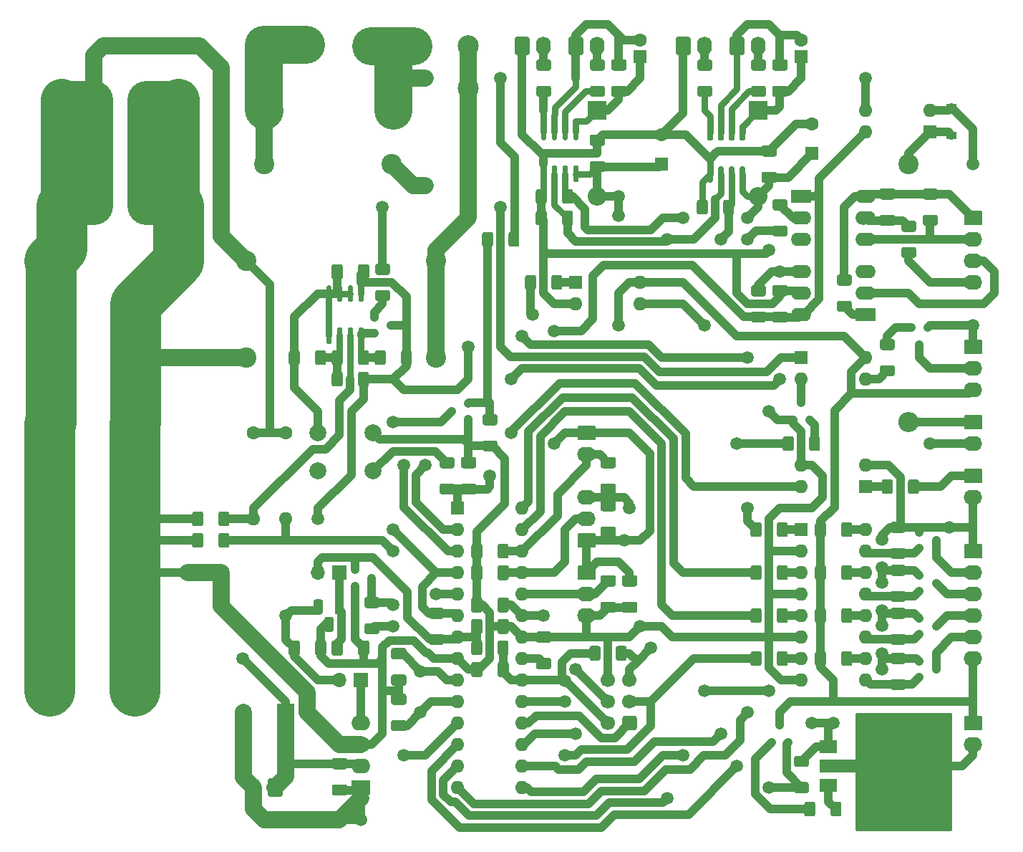
<source format=gbr>
%TF.GenerationSoftware,KiCad,Pcbnew,5.1.10-88a1d61d58~90~ubuntu20.04.1*%
%TF.CreationDate,2022-08-29T22:22:35+02:00*%
%TF.ProjectId,zvire-vetrnik-power,7a766972-652d-4766-9574-726e696b2d70,rev?*%
%TF.SameCoordinates,PX48ab840PY928d170*%
%TF.FileFunction,Copper,L2,Bot*%
%TF.FilePolarity,Positive*%
%FSLAX46Y46*%
G04 Gerber Fmt 4.6, Leading zero omitted, Abs format (unit mm)*
G04 Created by KiCad (PCBNEW 5.1.10-88a1d61d58~90~ubuntu20.04.1) date 2022-08-29 22:22:35*
%MOMM*%
%LPD*%
G01*
G04 APERTURE LIST*
%TA.AperFunction,EtchedComponent*%
%ADD10C,0.100000*%
%TD*%
%TA.AperFunction,ComponentPad*%
%ADD11O,1.600000X1.600000*%
%TD*%
%TA.AperFunction,ComponentPad*%
%ADD12R,1.600000X1.600000*%
%TD*%
%TA.AperFunction,ComponentPad*%
%ADD13O,2.190000X1.740000*%
%TD*%
%TA.AperFunction,ComponentPad*%
%ADD14R,1.100000X1.800000*%
%TD*%
%TA.AperFunction,ComponentPad*%
%ADD15C,1.500000*%
%TD*%
%TA.AperFunction,SMDPad,CuDef*%
%ADD16C,2.000000*%
%TD*%
%TA.AperFunction,ComponentPad*%
%ADD17O,1.740000X2.190000*%
%TD*%
%TA.AperFunction,ComponentPad*%
%ADD18C,2.500000*%
%TD*%
%TA.AperFunction,ComponentPad*%
%ADD19O,2.400000X1.600000*%
%TD*%
%TA.AperFunction,ComponentPad*%
%ADD20R,2.400000X1.600000*%
%TD*%
%TA.AperFunction,ComponentPad*%
%ADD21O,1.700000X1.700000*%
%TD*%
%TA.AperFunction,ComponentPad*%
%ADD22R,1.700000X1.700000*%
%TD*%
%TA.AperFunction,ComponentPad*%
%ADD23C,2.000000*%
%TD*%
%TA.AperFunction,ComponentPad*%
%ADD24O,2.400000X2.400000*%
%TD*%
%TA.AperFunction,ComponentPad*%
%ADD25C,2.400000*%
%TD*%
%TA.AperFunction,ComponentPad*%
%ADD26C,1.600000*%
%TD*%
%TA.AperFunction,SMDPad,CuDef*%
%ADD27R,0.800000X0.900000*%
%TD*%
%TA.AperFunction,SMDPad,CuDef*%
%ADD28R,0.900000X0.800000*%
%TD*%
%TA.AperFunction,SMDPad,CuDef*%
%ADD29R,2.000000X1.500000*%
%TD*%
%TA.AperFunction,SMDPad,CuDef*%
%ADD30R,2.000000X3.800000*%
%TD*%
%TA.AperFunction,ComponentPad*%
%ADD31R,2.250000X1.750000*%
%TD*%
%TA.AperFunction,ComponentPad*%
%ADD32O,2.250000X1.750000*%
%TD*%
%TA.AperFunction,ComponentPad*%
%ADD33C,1.700000*%
%TD*%
%TA.AperFunction,ComponentPad*%
%ADD34C,3.400000*%
%TD*%
%TA.AperFunction,SMDPad,CuDef*%
%ADD35R,1.200000X0.900000*%
%TD*%
%TA.AperFunction,ComponentPad*%
%ADD36O,2.200000X2.200000*%
%TD*%
%TA.AperFunction,ComponentPad*%
%ADD37R,2.200000X2.200000*%
%TD*%
%TA.AperFunction,ComponentPad*%
%ADD38O,2.600000X2.600000*%
%TD*%
%TA.AperFunction,ComponentPad*%
%ADD39R,2.600000X2.600000*%
%TD*%
%TA.AperFunction,ComponentPad*%
%ADD40C,4.000000*%
%TD*%
%TA.AperFunction,ComponentPad*%
%ADD41R,4.000000X4.000000*%
%TD*%
%TA.AperFunction,ComponentPad*%
%ADD42R,2.000000X2.000000*%
%TD*%
%TA.AperFunction,ViaPad*%
%ADD43C,1.500000*%
%TD*%
%TA.AperFunction,Conductor*%
%ADD44C,2.000000*%
%TD*%
%TA.AperFunction,Conductor*%
%ADD45C,1.000000*%
%TD*%
%TA.AperFunction,Conductor*%
%ADD46C,0.800000*%
%TD*%
%TA.AperFunction,Conductor*%
%ADD47C,4.500000*%
%TD*%
%TA.AperFunction,Conductor*%
%ADD48C,5.000000*%
%TD*%
%TA.AperFunction,Conductor*%
%ADD49C,6.000000*%
%TD*%
%TA.AperFunction,Conductor*%
%ADD50C,1.500000*%
%TD*%
%TA.AperFunction,Conductor*%
%ADD51C,0.254000*%
%TD*%
%TA.AperFunction,Conductor*%
%ADD52C,0.100000*%
%TD*%
G04 APERTURE END LIST*
D10*
%TO.C,NT1*%
G36*
X27750000Y32020000D02*
G01*
X31750000Y32020000D01*
X31750000Y34020000D01*
X27750000Y34020000D01*
X27750000Y32020000D01*
G37*
%TD*%
D11*
%TO.P,U12,28*%
%TO.N,/AVR MCU/REL2*%
X67310000Y40640000D03*
%TO.P,U12,14*%
%TO.N,/AVR MCU/REL1*%
X59690000Y7620000D03*
%TO.P,U12,27*%
%TO.N,/AVR MCU/REL3*%
X67310000Y38100000D03*
%TO.P,U12,13*%
%TO.N,/AVR MCU/~SD*%
X59690000Y10160000D03*
%TO.P,U12,26*%
%TO.N,/AVR MCU/ADC3_NTC1*%
X67310000Y35560000D03*
%TO.P,U12,12*%
%TO.N,/AVR MCU/~SHORT*%
X59690000Y12700000D03*
%TO.P,U12,25*%
%TO.N,/AVR MCU/ADC2_ACS712_2*%
X67310000Y33020000D03*
%TO.P,U12,11*%
%TO.N,/AVR MCU/FAN*%
X59690000Y15240000D03*
%TO.P,U12,24*%
%TO.N,/AVR MCU/ADC1_ACS712*%
X67310000Y30480000D03*
%TO.P,U12,10*%
%TO.N,Net-(C23-Pad1)*%
X59690000Y17780000D03*
%TO.P,U12,23*%
%TO.N,/AVR MCU/ADC0_VSENSE*%
X67310000Y27940000D03*
%TO.P,U12,9*%
%TO.N,Net-(C22-Pad1)*%
X59690000Y20320000D03*
%TO.P,U12,22*%
%TO.N,GNDPWR*%
X67310000Y25400000D03*
%TO.P,U12,8*%
X59690000Y22860000D03*
%TO.P,U12,21*%
%TO.N,Net-(C26-Pad1)*%
X67310000Y22860000D03*
%TO.P,U12,7*%
%TO.N,+5P*%
X59690000Y25400000D03*
%TO.P,U12,20*%
X67310000Y20320000D03*
%TO.P,U12,6*%
%TO.N,/AVR MCU/RPM*%
X59690000Y27940000D03*
%TO.P,U12,19*%
%TO.N,/AVR MCU/REL4*%
X67310000Y17780000D03*
%TO.P,U12,5*%
%TO.N,/AVR MCU/~ENABLE*%
X59690000Y30480000D03*
%TO.P,U12,18*%
%TO.N,/AVR MCU/MISO*%
X67310000Y15240000D03*
%TO.P,U12,4*%
%TO.N,/AVR MCU/RPM*%
X59690000Y33020000D03*
%TO.P,U12,17*%
%TO.N,/AVR MCU/MOSI*%
X67310000Y12700000D03*
%TO.P,U12,3*%
%TO.N,/AVR MCU/TX*%
X59690000Y35560000D03*
%TO.P,U12,16*%
%TO.N,/H-bridge/IN2*%
X67310000Y10160000D03*
%TO.P,U12,2*%
%TO.N,/AVR MCU/RX*%
X59690000Y38100000D03*
%TO.P,U12,15*%
%TO.N,/H-bridge/IN1*%
X67310000Y7620000D03*
D12*
%TO.P,U12,1*%
%TO.N,/AVR MCU/~RST*%
X59690000Y40640000D03*
%TD*%
%TO.P,JP2,2*%
%TO.N,Net-(J3-Pad4)*%
%TA.AperFunction,SMDPad,CuDef*%
G36*
G01*
X112405000Y71490000D02*
X113655000Y71490000D01*
G75*
G02*
X113905000Y71240000I0J-250000D01*
G01*
X113905000Y70440000D01*
G75*
G02*
X113655000Y70190000I-250000J0D01*
G01*
X112405000Y70190000D01*
G75*
G02*
X112155000Y70440000I0J250000D01*
G01*
X112155000Y71240000D01*
G75*
G02*
X112405000Y71490000I250000J0D01*
G01*
G37*
%TD.AperFunction*%
%TO.P,JP2,1*%
%TO.N,/GND_UART*%
%TA.AperFunction,SMDPad,CuDef*%
G36*
G01*
X112405000Y74590000D02*
X113655000Y74590000D01*
G75*
G02*
X113905000Y74340000I0J-250000D01*
G01*
X113905000Y73540000D01*
G75*
G02*
X113655000Y73290000I-250000J0D01*
G01*
X112405000Y73290000D01*
G75*
G02*
X112155000Y73540000I0J250000D01*
G01*
X112155000Y74340000D01*
G75*
G02*
X112405000Y74590000I250000J0D01*
G01*
G37*
%TD.AperFunction*%
%TD*%
D11*
%TO.P,U10,4*%
%TO.N,+5P*%
X107950000Y85090000D03*
%TO.P,U10,2*%
%TO.N,Net-(D5-Pad2)*%
X115570000Y87630000D03*
%TO.P,U10,3*%
%TO.N,Net-(R42-Pad2)*%
X107950000Y87630000D03*
D12*
%TO.P,U10,1*%
%TO.N,Net-(D5-Pad1)*%
X115570000Y85090000D03*
%TD*%
D11*
%TO.P,U5,4*%
%TO.N,/AVR MCU/~ENABLE*%
X100330000Y43180000D03*
%TO.P,U5,2*%
%TO.N,GND*%
X107950000Y45720000D03*
%TO.P,U5,3*%
%TO.N,GNDPWR*%
X100330000Y45720000D03*
D12*
%TO.P,U5,1*%
%TO.N,Net-(R5-Pad1)*%
X107950000Y43180000D03*
%TD*%
D11*
%TO.P,U2,4*%
%TO.N,+12V*%
X81280000Y67310000D03*
%TO.P,U2,2*%
%TO.N,GNDPWR*%
X73660000Y64770000D03*
%TO.P,U2,3*%
%TO.N,Net-(Q2-Pad1)*%
X81280000Y64770000D03*
D12*
%TO.P,U2,1*%
%TO.N,Net-(R8-Pad2)*%
X73660000Y67310000D03*
%TD*%
D11*
%TO.P,U1,4*%
%TO.N,+12V*%
X107950000Y58420000D03*
%TO.P,U1,2*%
%TO.N,/AVR MCU/SHORT*%
X100330000Y55880000D03*
%TO.P,U1,3*%
%TO.N,Net-(R4-Pad1)*%
X107950000Y55880000D03*
D12*
%TO.P,U1,1*%
%TO.N,Net-(R7-Pad2)*%
X100330000Y58420000D03*
%TD*%
D13*
%TO.P,J14,2*%
%TO.N,Net-(D5-Pad2)*%
X120650000Y48260000D03*
%TO.P,J14,1*%
%TO.N,Net-(J14-Pad1)*%
%TA.AperFunction,ComponentPad*%
G36*
G01*
X119804999Y51670000D02*
X121495001Y51670000D01*
G75*
G02*
X121745000Y51420001I0J-249999D01*
G01*
X121745000Y50179999D01*
G75*
G02*
X121495001Y49930000I-249999J0D01*
G01*
X119804999Y49930000D01*
G75*
G02*
X119555000Y50179999I0J249999D01*
G01*
X119555000Y51420001D01*
G75*
G02*
X119804999Y51670000I249999J0D01*
G01*
G37*
%TD.AperFunction*%
%TD*%
%TO.P,JP1,2*%
%TO.N,+5P*%
%TA.AperFunction,SMDPad,CuDef*%
G36*
G01*
X62600000Y24755000D02*
X62600000Y23505000D01*
G75*
G02*
X62350000Y23255000I-250000J0D01*
G01*
X61550000Y23255000D01*
G75*
G02*
X61300000Y23505000I0J250000D01*
G01*
X61300000Y24755000D01*
G75*
G02*
X61550000Y25005000I250000J0D01*
G01*
X62350000Y25005000D01*
G75*
G02*
X62600000Y24755000I0J-250000D01*
G01*
G37*
%TD.AperFunction*%
%TO.P,JP1,1*%
%TA.AperFunction,SMDPad,CuDef*%
G36*
G01*
X65700000Y24755000D02*
X65700000Y23505000D01*
G75*
G02*
X65450000Y23255000I-250000J0D01*
G01*
X64650000Y23255000D01*
G75*
G02*
X64400000Y23505000I0J250000D01*
G01*
X64400000Y24755000D01*
G75*
G02*
X64650000Y25005000I250000J0D01*
G01*
X65450000Y25005000D01*
G75*
G02*
X65700000Y24755000I0J-250000D01*
G01*
G37*
%TD.AperFunction*%
%TD*%
D14*
%TO.P,U11,1*%
%TO.N,Net-(C25-Pad1)*%
X45720000Y28975000D03*
%TO.P,U11,3*%
%TO.N,+12P*%
%TA.AperFunction,ComponentPad*%
G36*
G01*
X43730000Y29600000D02*
X43730000Y28350000D01*
G75*
G02*
X43455000Y28075000I-275000J0D01*
G01*
X42905000Y28075000D01*
G75*
G02*
X42630000Y28350000I0J275000D01*
G01*
X42630000Y29600000D01*
G75*
G02*
X42905000Y29875000I275000J0D01*
G01*
X43455000Y29875000D01*
G75*
G02*
X43730000Y29600000I0J-275000D01*
G01*
G37*
%TD.AperFunction*%
%TO.P,U11,2*%
%TO.N,GNDPWR*%
%TA.AperFunction,ComponentPad*%
G36*
G01*
X45000000Y27530000D02*
X45000000Y26280000D01*
G75*
G02*
X44725000Y26005000I-275000J0D01*
G01*
X44175000Y26005000D01*
G75*
G02*
X43900000Y26280000I0J275000D01*
G01*
X43900000Y27530000D01*
G75*
G02*
X44175000Y27805000I275000J0D01*
G01*
X44725000Y27805000D01*
G75*
G02*
X45000000Y27530000I0J-275000D01*
G01*
G37*
%TD.AperFunction*%
%TD*%
D15*
%TO.P,Y1,2*%
%TO.N,Net-(C23-Pad1)*%
X55245000Y16510000D03*
%TO.P,Y1,1*%
%TO.N,Net-(C22-Pad1)*%
X55245000Y21390000D03*
%TD*%
D13*
%TO.P,TH1,2*%
%TO.N,/AVR MCU/ADC3_NTC1*%
X74930000Y46990000D03*
%TO.P,TH1,1*%
%TO.N,+5P*%
%TA.AperFunction,ComponentPad*%
G36*
G01*
X74084999Y50400000D02*
X75775001Y50400000D01*
G75*
G02*
X76025000Y50150001I0J-249999D01*
G01*
X76025000Y48909999D01*
G75*
G02*
X75775001Y48660000I-249999J0D01*
G01*
X74084999Y48660000D01*
G75*
G02*
X73835000Y48909999I0J249999D01*
G01*
X73835000Y50150001D01*
G75*
G02*
X74084999Y50400000I249999J0D01*
G01*
G37*
%TD.AperFunction*%
%TD*%
D16*
%TO.P,NT1,2*%
%TO.N,GNDPWR*%
X31750000Y33020000D03*
%TO.P,NT1,1*%
%TO.N,/H-bridge/DC-*%
X27750000Y33020000D03*
%TD*%
D17*
%TO.P,J13,2*%
%TO.N,Net-(J13-Pad2)*%
X88900000Y95250000D03*
%TO.P,J13,1*%
%TO.N,GNDPWR*%
%TA.AperFunction,ComponentPad*%
G36*
G01*
X85490000Y94404999D02*
X85490000Y96095001D01*
G75*
G02*
X85739999Y96345000I249999J0D01*
G01*
X86980001Y96345000D01*
G75*
G02*
X87230000Y96095001I0J-249999D01*
G01*
X87230000Y94404999D01*
G75*
G02*
X86980001Y94155000I-249999J0D01*
G01*
X85739999Y94155000D01*
G75*
G02*
X85490000Y94404999I0J249999D01*
G01*
G37*
%TD.AperFunction*%
%TD*%
%TO.P,J12,2*%
%TO.N,Net-(J12-Pad2)*%
X95250000Y95250000D03*
%TO.P,J12,1*%
%TO.N,Net-(C15-Pad2)*%
%TA.AperFunction,ComponentPad*%
G36*
G01*
X91840000Y94404999D02*
X91840000Y96095001D01*
G75*
G02*
X92089999Y96345000I249999J0D01*
G01*
X93330001Y96345000D01*
G75*
G02*
X93580000Y96095001I0J-249999D01*
G01*
X93580000Y94404999D01*
G75*
G02*
X93330001Y94155000I-249999J0D01*
G01*
X92089999Y94155000D01*
G75*
G02*
X91840000Y94404999I0J249999D01*
G01*
G37*
%TD.AperFunction*%
%TD*%
D18*
%TO.P,J11,1*%
%TO.N,Net-(D3-Pad1)*%
X54415000Y95250000D03*
X49415000Y95250000D03*
%TD*%
%TO.P,J10,1*%
%TO.N,Net-(C14-Pad2)*%
X41715000Y95435000D03*
X36715000Y95435000D03*
%TD*%
D17*
%TO.P,J9,2*%
%TO.N,Net-(J9-Pad2)*%
X69850000Y95250000D03*
%TO.P,J9,1*%
%TO.N,GNDPWR*%
%TA.AperFunction,ComponentPad*%
G36*
G01*
X66440000Y94404999D02*
X66440000Y96095001D01*
G75*
G02*
X66689999Y96345000I249999J0D01*
G01*
X67930001Y96345000D01*
G75*
G02*
X68180000Y96095001I0J-249999D01*
G01*
X68180000Y94404999D01*
G75*
G02*
X67930001Y94155000I-249999J0D01*
G01*
X66689999Y94155000D01*
G75*
G02*
X66440000Y94404999I0J249999D01*
G01*
G37*
%TD.AperFunction*%
%TD*%
%TO.P,J8,2*%
%TO.N,Net-(J8-Pad2)*%
X76200000Y95250000D03*
%TO.P,J8,1*%
%TO.N,Net-(C12-Pad2)*%
%TA.AperFunction,ComponentPad*%
G36*
G01*
X72790000Y94404999D02*
X72790000Y96095001D01*
G75*
G02*
X73039999Y96345000I249999J0D01*
G01*
X74280001Y96345000D01*
G75*
G02*
X74530000Y96095001I0J-249999D01*
G01*
X74530000Y94404999D01*
G75*
G02*
X74280001Y94155000I-249999J0D01*
G01*
X73039999Y94155000D01*
G75*
G02*
X72790000Y94404999I0J249999D01*
G01*
G37*
%TD.AperFunction*%
%TD*%
%TO.P,U9,8*%
%TO.N,Net-(C15-Pad1)*%
%TA.AperFunction,SMDPad,CuDef*%
G36*
G01*
X93495000Y84050000D02*
X93195000Y84050000D01*
G75*
G02*
X93045000Y84200000I0J150000D01*
G01*
X93045000Y85850000D01*
G75*
G02*
X93195000Y86000000I150000J0D01*
G01*
X93495000Y86000000D01*
G75*
G02*
X93645000Y85850000I0J-150000D01*
G01*
X93645000Y84200000D01*
G75*
G02*
X93495000Y84050000I-150000J0D01*
G01*
G37*
%TD.AperFunction*%
%TO.P,U9,7*%
%TO.N,Net-(R36-Pad1)*%
%TA.AperFunction,SMDPad,CuDef*%
G36*
G01*
X92225000Y84050000D02*
X91925000Y84050000D01*
G75*
G02*
X91775000Y84200000I0J150000D01*
G01*
X91775000Y85850000D01*
G75*
G02*
X91925000Y86000000I150000J0D01*
G01*
X92225000Y86000000D01*
G75*
G02*
X92375000Y85850000I0J-150000D01*
G01*
X92375000Y84200000D01*
G75*
G02*
X92225000Y84050000I-150000J0D01*
G01*
G37*
%TD.AperFunction*%
%TO.P,U9,6*%
%TO.N,Net-(C15-Pad2)*%
%TA.AperFunction,SMDPad,CuDef*%
G36*
G01*
X90955000Y84050000D02*
X90655000Y84050000D01*
G75*
G02*
X90505000Y84200000I0J150000D01*
G01*
X90505000Y85850000D01*
G75*
G02*
X90655000Y86000000I150000J0D01*
G01*
X90955000Y86000000D01*
G75*
G02*
X91105000Y85850000I0J-150000D01*
G01*
X91105000Y84200000D01*
G75*
G02*
X90955000Y84050000I-150000J0D01*
G01*
G37*
%TD.AperFunction*%
%TO.P,U9,5*%
%TO.N,Net-(R37-Pad1)*%
%TA.AperFunction,SMDPad,CuDef*%
G36*
G01*
X89685000Y84050000D02*
X89385000Y84050000D01*
G75*
G02*
X89235000Y84200000I0J150000D01*
G01*
X89235000Y85850000D01*
G75*
G02*
X89385000Y86000000I150000J0D01*
G01*
X89685000Y86000000D01*
G75*
G02*
X89835000Y85850000I0J-150000D01*
G01*
X89835000Y84200000D01*
G75*
G02*
X89685000Y84050000I-150000J0D01*
G01*
G37*
%TD.AperFunction*%
%TO.P,U9,4*%
%TO.N,GNDPWR*%
%TA.AperFunction,SMDPad,CuDef*%
G36*
G01*
X89685000Y79100000D02*
X89385000Y79100000D01*
G75*
G02*
X89235000Y79250000I0J150000D01*
G01*
X89235000Y80900000D01*
G75*
G02*
X89385000Y81050000I150000J0D01*
G01*
X89685000Y81050000D01*
G75*
G02*
X89835000Y80900000I0J-150000D01*
G01*
X89835000Y79250000D01*
G75*
G02*
X89685000Y79100000I-150000J0D01*
G01*
G37*
%TD.AperFunction*%
%TO.P,U9,3*%
%TO.N,/AVR MCU/~SD*%
%TA.AperFunction,SMDPad,CuDef*%
G36*
G01*
X90955000Y79100000D02*
X90655000Y79100000D01*
G75*
G02*
X90505000Y79250000I0J150000D01*
G01*
X90505000Y80900000D01*
G75*
G02*
X90655000Y81050000I150000J0D01*
G01*
X90955000Y81050000D01*
G75*
G02*
X91105000Y80900000I0J-150000D01*
G01*
X91105000Y79250000D01*
G75*
G02*
X90955000Y79100000I-150000J0D01*
G01*
G37*
%TD.AperFunction*%
%TO.P,U9,2*%
%TO.N,/H-bridge/IN2*%
%TA.AperFunction,SMDPad,CuDef*%
G36*
G01*
X92225000Y79100000D02*
X91925000Y79100000D01*
G75*
G02*
X91775000Y79250000I0J150000D01*
G01*
X91775000Y80900000D01*
G75*
G02*
X91925000Y81050000I150000J0D01*
G01*
X92225000Y81050000D01*
G75*
G02*
X92375000Y80900000I0J-150000D01*
G01*
X92375000Y79250000D01*
G75*
G02*
X92225000Y79100000I-150000J0D01*
G01*
G37*
%TD.AperFunction*%
%TO.P,U9,1*%
%TO.N,+12P*%
%TA.AperFunction,SMDPad,CuDef*%
G36*
G01*
X93495000Y79100000D02*
X93195000Y79100000D01*
G75*
G02*
X93045000Y79250000I0J150000D01*
G01*
X93045000Y80900000D01*
G75*
G02*
X93195000Y81050000I150000J0D01*
G01*
X93495000Y81050000D01*
G75*
G02*
X93645000Y80900000I0J-150000D01*
G01*
X93645000Y79250000D01*
G75*
G02*
X93495000Y79100000I-150000J0D01*
G01*
G37*
%TD.AperFunction*%
%TD*%
%TO.P,U8,8*%
%TO.N,Net-(C12-Pad1)*%
%TA.AperFunction,SMDPad,CuDef*%
G36*
G01*
X73810000Y84115000D02*
X73510000Y84115000D01*
G75*
G02*
X73360000Y84265000I0J150000D01*
G01*
X73360000Y85915000D01*
G75*
G02*
X73510000Y86065000I150000J0D01*
G01*
X73810000Y86065000D01*
G75*
G02*
X73960000Y85915000I0J-150000D01*
G01*
X73960000Y84265000D01*
G75*
G02*
X73810000Y84115000I-150000J0D01*
G01*
G37*
%TD.AperFunction*%
%TO.P,U8,7*%
%TO.N,Net-(R33-Pad2)*%
%TA.AperFunction,SMDPad,CuDef*%
G36*
G01*
X72540000Y84115000D02*
X72240000Y84115000D01*
G75*
G02*
X72090000Y84265000I0J150000D01*
G01*
X72090000Y85915000D01*
G75*
G02*
X72240000Y86065000I150000J0D01*
G01*
X72540000Y86065000D01*
G75*
G02*
X72690000Y85915000I0J-150000D01*
G01*
X72690000Y84265000D01*
G75*
G02*
X72540000Y84115000I-150000J0D01*
G01*
G37*
%TD.AperFunction*%
%TO.P,U8,6*%
%TO.N,Net-(C12-Pad2)*%
%TA.AperFunction,SMDPad,CuDef*%
G36*
G01*
X71270000Y84115000D02*
X70970000Y84115000D01*
G75*
G02*
X70820000Y84265000I0J150000D01*
G01*
X70820000Y85915000D01*
G75*
G02*
X70970000Y86065000I150000J0D01*
G01*
X71270000Y86065000D01*
G75*
G02*
X71420000Y85915000I0J-150000D01*
G01*
X71420000Y84265000D01*
G75*
G02*
X71270000Y84115000I-150000J0D01*
G01*
G37*
%TD.AperFunction*%
%TO.P,U8,5*%
%TO.N,Net-(R34-Pad2)*%
%TA.AperFunction,SMDPad,CuDef*%
G36*
G01*
X70000000Y84115000D02*
X69700000Y84115000D01*
G75*
G02*
X69550000Y84265000I0J150000D01*
G01*
X69550000Y85915000D01*
G75*
G02*
X69700000Y86065000I150000J0D01*
G01*
X70000000Y86065000D01*
G75*
G02*
X70150000Y85915000I0J-150000D01*
G01*
X70150000Y84265000D01*
G75*
G02*
X70000000Y84115000I-150000J0D01*
G01*
G37*
%TD.AperFunction*%
%TO.P,U8,4*%
%TO.N,GNDPWR*%
%TA.AperFunction,SMDPad,CuDef*%
G36*
G01*
X70000000Y79165000D02*
X69700000Y79165000D01*
G75*
G02*
X69550000Y79315000I0J150000D01*
G01*
X69550000Y80965000D01*
G75*
G02*
X69700000Y81115000I150000J0D01*
G01*
X70000000Y81115000D01*
G75*
G02*
X70150000Y80965000I0J-150000D01*
G01*
X70150000Y79315000D01*
G75*
G02*
X70000000Y79165000I-150000J0D01*
G01*
G37*
%TD.AperFunction*%
%TO.P,U8,3*%
%TO.N,/AVR MCU/~SD*%
%TA.AperFunction,SMDPad,CuDef*%
G36*
G01*
X71270000Y79165000D02*
X70970000Y79165000D01*
G75*
G02*
X70820000Y79315000I0J150000D01*
G01*
X70820000Y80965000D01*
G75*
G02*
X70970000Y81115000I150000J0D01*
G01*
X71270000Y81115000D01*
G75*
G02*
X71420000Y80965000I0J-150000D01*
G01*
X71420000Y79315000D01*
G75*
G02*
X71270000Y79165000I-150000J0D01*
G01*
G37*
%TD.AperFunction*%
%TO.P,U8,2*%
%TO.N,/H-bridge/IN1*%
%TA.AperFunction,SMDPad,CuDef*%
G36*
G01*
X72540000Y79165000D02*
X72240000Y79165000D01*
G75*
G02*
X72090000Y79315000I0J150000D01*
G01*
X72090000Y80965000D01*
G75*
G02*
X72240000Y81115000I150000J0D01*
G01*
X72540000Y81115000D01*
G75*
G02*
X72690000Y80965000I0J-150000D01*
G01*
X72690000Y79315000D01*
G75*
G02*
X72540000Y79165000I-150000J0D01*
G01*
G37*
%TD.AperFunction*%
%TO.P,U8,1*%
%TO.N,+12P*%
%TA.AperFunction,SMDPad,CuDef*%
G36*
G01*
X73810000Y79165000D02*
X73510000Y79165000D01*
G75*
G02*
X73360000Y79315000I0J150000D01*
G01*
X73360000Y80965000D01*
G75*
G02*
X73510000Y81115000I150000J0D01*
G01*
X73810000Y81115000D01*
G75*
G02*
X73960000Y80965000I0J-150000D01*
G01*
X73960000Y79315000D01*
G75*
G02*
X73810000Y79165000I-150000J0D01*
G01*
G37*
%TD.AperFunction*%
%TD*%
%TO.P,U7,8*%
%TO.N,+12P*%
%TA.AperFunction,SMDPad,CuDef*%
G36*
G01*
X48410000Y65000000D02*
X48110000Y65000000D01*
G75*
G02*
X47960000Y65150000I0J150000D01*
G01*
X47960000Y66800000D01*
G75*
G02*
X48110000Y66950000I150000J0D01*
G01*
X48410000Y66950000D01*
G75*
G02*
X48560000Y66800000I0J-150000D01*
G01*
X48560000Y65150000D01*
G75*
G02*
X48410000Y65000000I-150000J0D01*
G01*
G37*
%TD.AperFunction*%
%TO.P,U7,7*%
%TO.N,GNDPWR*%
%TA.AperFunction,SMDPad,CuDef*%
G36*
G01*
X47140000Y65000000D02*
X46840000Y65000000D01*
G75*
G02*
X46690000Y65150000I0J150000D01*
G01*
X46690000Y66800000D01*
G75*
G02*
X46840000Y66950000I150000J0D01*
G01*
X47140000Y66950000D01*
G75*
G02*
X47290000Y66800000I0J-150000D01*
G01*
X47290000Y65150000D01*
G75*
G02*
X47140000Y65000000I-150000J0D01*
G01*
G37*
%TD.AperFunction*%
%TO.P,U7,6*%
%TA.AperFunction,SMDPad,CuDef*%
G36*
G01*
X45870000Y65000000D02*
X45570000Y65000000D01*
G75*
G02*
X45420000Y65150000I0J150000D01*
G01*
X45420000Y66800000D01*
G75*
G02*
X45570000Y66950000I150000J0D01*
G01*
X45870000Y66950000D01*
G75*
G02*
X46020000Y66800000I0J-150000D01*
G01*
X46020000Y65150000D01*
G75*
G02*
X45870000Y65000000I-150000J0D01*
G01*
G37*
%TD.AperFunction*%
%TO.P,U7,5*%
%TA.AperFunction,SMDPad,CuDef*%
G36*
G01*
X44600000Y65000000D02*
X44300000Y65000000D01*
G75*
G02*
X44150000Y65150000I0J150000D01*
G01*
X44150000Y66800000D01*
G75*
G02*
X44300000Y66950000I150000J0D01*
G01*
X44600000Y66950000D01*
G75*
G02*
X44750000Y66800000I0J-150000D01*
G01*
X44750000Y65150000D01*
G75*
G02*
X44600000Y65000000I-150000J0D01*
G01*
G37*
%TD.AperFunction*%
%TO.P,U7,4*%
%TA.AperFunction,SMDPad,CuDef*%
G36*
G01*
X44600000Y60050000D02*
X44300000Y60050000D01*
G75*
G02*
X44150000Y60200000I0J150000D01*
G01*
X44150000Y61850000D01*
G75*
G02*
X44300000Y62000000I150000J0D01*
G01*
X44600000Y62000000D01*
G75*
G02*
X44750000Y61850000I0J-150000D01*
G01*
X44750000Y60200000D01*
G75*
G02*
X44600000Y60050000I-150000J0D01*
G01*
G37*
%TD.AperFunction*%
%TO.P,U7,3*%
%TO.N,Net-(R25-Pad2)*%
%TA.AperFunction,SMDPad,CuDef*%
G36*
G01*
X45870000Y60050000D02*
X45570000Y60050000D01*
G75*
G02*
X45420000Y60200000I0J150000D01*
G01*
X45420000Y61850000D01*
G75*
G02*
X45570000Y62000000I150000J0D01*
G01*
X45870000Y62000000D01*
G75*
G02*
X46020000Y61850000I0J-150000D01*
G01*
X46020000Y60200000D01*
G75*
G02*
X45870000Y60050000I-150000J0D01*
G01*
G37*
%TD.AperFunction*%
%TO.P,U7,2*%
%TO.N,Net-(R27-Pad2)*%
%TA.AperFunction,SMDPad,CuDef*%
G36*
G01*
X47140000Y60050000D02*
X46840000Y60050000D01*
G75*
G02*
X46690000Y60200000I0J150000D01*
G01*
X46690000Y61850000D01*
G75*
G02*
X46840000Y62000000I150000J0D01*
G01*
X47140000Y62000000D01*
G75*
G02*
X47290000Y61850000I0J-150000D01*
G01*
X47290000Y60200000D01*
G75*
G02*
X47140000Y60050000I-150000J0D01*
G01*
G37*
%TD.AperFunction*%
%TO.P,U7,1*%
%TO.N,Net-(Q8-Pad1)*%
%TA.AperFunction,SMDPad,CuDef*%
G36*
G01*
X48410000Y60050000D02*
X48110000Y60050000D01*
G75*
G02*
X47960000Y60200000I0J150000D01*
G01*
X47960000Y61850000D01*
G75*
G02*
X48110000Y62000000I150000J0D01*
G01*
X48410000Y62000000D01*
G75*
G02*
X48560000Y61850000I0J-150000D01*
G01*
X48560000Y60200000D01*
G75*
G02*
X48410000Y60050000I-150000J0D01*
G01*
G37*
%TD.AperFunction*%
%TD*%
D11*
%TO.P,U6,16*%
%TO.N,Net-(R19-Pad2)*%
X107950000Y38100000D03*
%TO.P,U6,8*%
%TO.N,GNDPWR*%
X100330000Y20320000D03*
%TO.P,U6,15*%
%TO.N,Net-(Q4-Pad1)*%
X107950000Y35560000D03*
%TO.P,U6,7*%
%TO.N,Net-(R14-Pad1)*%
X100330000Y22860000D03*
%TO.P,U6,14*%
%TO.N,Net-(R20-Pad2)*%
X107950000Y33020000D03*
%TO.P,U6,6*%
%TO.N,GNDPWR*%
X100330000Y25400000D03*
%TO.P,U6,13*%
%TO.N,Net-(Q5-Pad1)*%
X107950000Y30480000D03*
%TO.P,U6,5*%
%TO.N,Net-(R13-Pad1)*%
X100330000Y27940000D03*
%TO.P,U6,12*%
%TO.N,Net-(R21-Pad2)*%
X107950000Y27940000D03*
%TO.P,U6,4*%
%TO.N,GNDPWR*%
X100330000Y30480000D03*
%TO.P,U6,11*%
%TO.N,Net-(Q6-Pad1)*%
X107950000Y25400000D03*
%TO.P,U6,3*%
%TO.N,Net-(R12-Pad1)*%
X100330000Y33020000D03*
%TO.P,U6,10*%
%TO.N,Net-(R22-Pad2)*%
X107950000Y22860000D03*
%TO.P,U6,2*%
%TO.N,GNDPWR*%
X100330000Y35560000D03*
%TO.P,U6,9*%
%TO.N,Net-(Q7-Pad1)*%
X107950000Y20320000D03*
D12*
%TO.P,U6,1*%
%TO.N,Net-(R11-Pad1)*%
X100330000Y38100000D03*
%TD*%
D19*
%TO.P,U4,6*%
%TO.N,+5P*%
X100330000Y63500000D03*
%TO.P,U4,3*%
%TO.N,Net-(U4-Pad3)*%
X107950000Y68580000D03*
%TO.P,U4,5*%
%TO.N,GNDPWR*%
X100330000Y66040000D03*
%TO.P,U4,2*%
%TO.N,/RX*%
X107950000Y66040000D03*
%TO.P,U4,4*%
%TO.N,/AVR MCU/RX*%
X100330000Y68580000D03*
D20*
%TO.P,U4,1*%
%TO.N,Net-(R6-Pad2)*%
X107950000Y63500000D03*
%TD*%
D19*
%TO.P,U3,6*%
%TO.N,/3V3_UART*%
X107950000Y77470000D03*
%TO.P,U3,3*%
%TO.N,Net-(U3-Pad3)*%
X100330000Y72390000D03*
%TO.P,U3,5*%
%TO.N,/GND_UART*%
X107950000Y74930000D03*
%TO.P,U3,2*%
%TO.N,Net-(R9-Pad2)*%
X100330000Y74930000D03*
%TO.P,U3,4*%
%TO.N,/TX*%
X107950000Y72390000D03*
D20*
%TO.P,U3,1*%
%TO.N,+5P*%
X100330000Y77470000D03*
%TD*%
D21*
%TO.P,TP2,2*%
%TO.N,+5P*%
X43180000Y33020000D03*
D22*
%TO.P,TP2,1*%
%TO.N,Net-(C25-Pad1)*%
X45720000Y33020000D03*
%TD*%
D21*
%TO.P,TP1,2*%
%TO.N,+12P*%
X45720000Y20320000D03*
D22*
%TO.P,TP1,1*%
%TO.N,Net-(PS1-Pad4)*%
X48260000Y20320000D03*
%TD*%
D23*
%TO.P,SW1,1*%
%TO.N,GNDPWR*%
X49680000Y49530000D03*
%TO.P,SW1,2*%
%TO.N,Net-(R39-Pad2)*%
X49680000Y45030000D03*
%TO.P,SW1,1*%
%TO.N,GNDPWR*%
X43180000Y49530000D03*
%TO.P,SW1,2*%
%TO.N,Net-(R39-Pad2)*%
X43180000Y45030000D03*
%TD*%
%TO.P,R47,2*%
%TO.N,/AVR MCU/VSENSE*%
%TA.AperFunction,SMDPad,CuDef*%
G36*
G01*
X50155000Y28840000D02*
X48905000Y28840000D01*
G75*
G02*
X48655000Y29090000I0J250000D01*
G01*
X48655000Y29890000D01*
G75*
G02*
X48905000Y30140000I250000J0D01*
G01*
X50155000Y30140000D01*
G75*
G02*
X50405000Y29890000I0J-250000D01*
G01*
X50405000Y29090000D01*
G75*
G02*
X50155000Y28840000I-250000J0D01*
G01*
G37*
%TD.AperFunction*%
%TO.P,R47,1*%
%TO.N,/AVR MCU/ADC0_VSENSE*%
%TA.AperFunction,SMDPad,CuDef*%
G36*
G01*
X50155000Y25740000D02*
X48905000Y25740000D01*
G75*
G02*
X48655000Y25990000I0J250000D01*
G01*
X48655000Y26790000D01*
G75*
G02*
X48905000Y27040000I250000J0D01*
G01*
X50155000Y27040000D01*
G75*
G02*
X50405000Y26790000I0J-250000D01*
G01*
X50405000Y25990000D01*
G75*
G02*
X50155000Y25740000I-250000J0D01*
G01*
G37*
%TD.AperFunction*%
%TD*%
%TO.P,R46,2*%
%TO.N,/AVR MCU/~SHORT*%
%TA.AperFunction,SMDPad,CuDef*%
G36*
G01*
X99430000Y48885000D02*
X99430000Y47635000D01*
G75*
G02*
X99180000Y47385000I-250000J0D01*
G01*
X98380000Y47385000D01*
G75*
G02*
X98130000Y47635000I0J250000D01*
G01*
X98130000Y48885000D01*
G75*
G02*
X98380000Y49135000I250000J0D01*
G01*
X99180000Y49135000D01*
G75*
G02*
X99430000Y48885000I0J-250000D01*
G01*
G37*
%TD.AperFunction*%
%TO.P,R46,1*%
%TO.N,Net-(Q10-Pad1)*%
%TA.AperFunction,SMDPad,CuDef*%
G36*
G01*
X102530000Y48885000D02*
X102530000Y47635000D01*
G75*
G02*
X102280000Y47385000I-250000J0D01*
G01*
X101480000Y47385000D01*
G75*
G02*
X101230000Y47635000I0J250000D01*
G01*
X101230000Y48885000D01*
G75*
G02*
X101480000Y49135000I250000J0D01*
G01*
X102280000Y49135000D01*
G75*
G02*
X102530000Y48885000I0J-250000D01*
G01*
G37*
%TD.AperFunction*%
%TD*%
%TO.P,R45,2*%
%TO.N,GNDPWR*%
%TA.AperFunction,SMDPad,CuDef*%
G36*
G01*
X62600000Y36185000D02*
X62600000Y34935000D01*
G75*
G02*
X62350000Y34685000I-250000J0D01*
G01*
X61550000Y34685000D01*
G75*
G02*
X61300000Y34935000I0J250000D01*
G01*
X61300000Y36185000D01*
G75*
G02*
X61550000Y36435000I250000J0D01*
G01*
X62350000Y36435000D01*
G75*
G02*
X62600000Y36185000I0J-250000D01*
G01*
G37*
%TD.AperFunction*%
%TO.P,R45,1*%
%TO.N,/AVR MCU/ADC3_NTC1*%
%TA.AperFunction,SMDPad,CuDef*%
G36*
G01*
X65700000Y36185000D02*
X65700000Y34935000D01*
G75*
G02*
X65450000Y34685000I-250000J0D01*
G01*
X64650000Y34685000D01*
G75*
G02*
X64400000Y34935000I0J250000D01*
G01*
X64400000Y36185000D01*
G75*
G02*
X64650000Y36435000I250000J0D01*
G01*
X65450000Y36435000D01*
G75*
G02*
X65700000Y36185000I0J-250000D01*
G01*
G37*
%TD.AperFunction*%
%TD*%
%TO.P,R44,1*%
%TO.N,+5P*%
%TA.AperFunction,SMDPad,CuDef*%
G36*
G01*
X57775000Y24470000D02*
X56525000Y24470000D01*
G75*
G02*
X56275000Y24720000I0J250000D01*
G01*
X56275000Y25520000D01*
G75*
G02*
X56525000Y25770000I250000J0D01*
G01*
X57775000Y25770000D01*
G75*
G02*
X58025000Y25520000I0J-250000D01*
G01*
X58025000Y24720000D01*
G75*
G02*
X57775000Y24470000I-250000J0D01*
G01*
G37*
%TD.AperFunction*%
%TO.P,R44,2*%
%TO.N,/AVR MCU/RPM*%
%TA.AperFunction,SMDPad,CuDef*%
G36*
G01*
X57775000Y27570000D02*
X56525000Y27570000D01*
G75*
G02*
X56275000Y27820000I0J250000D01*
G01*
X56275000Y28620000D01*
G75*
G02*
X56525000Y28870000I250000J0D01*
G01*
X57775000Y28870000D01*
G75*
G02*
X58025000Y28620000I0J-250000D01*
G01*
X58025000Y27820000D01*
G75*
G02*
X57775000Y27570000I-250000J0D01*
G01*
G37*
%TD.AperFunction*%
%TD*%
%TO.P,R43,2*%
%TO.N,GNDPWR*%
%TA.AperFunction,SMDPad,CuDef*%
G36*
G01*
X62875000Y48630000D02*
X64125000Y48630000D01*
G75*
G02*
X64375000Y48380000I0J-250000D01*
G01*
X64375000Y47580000D01*
G75*
G02*
X64125000Y47330000I-250000J0D01*
G01*
X62875000Y47330000D01*
G75*
G02*
X62625000Y47580000I0J250000D01*
G01*
X62625000Y48380000D01*
G75*
G02*
X62875000Y48630000I250000J0D01*
G01*
G37*
%TD.AperFunction*%
%TO.P,R43,1*%
%TO.N,Net-(Q9-Pad1)*%
%TA.AperFunction,SMDPad,CuDef*%
G36*
G01*
X62875000Y51730000D02*
X64125000Y51730000D01*
G75*
G02*
X64375000Y51480000I0J-250000D01*
G01*
X64375000Y50680000D01*
G75*
G02*
X64125000Y50430000I-250000J0D01*
G01*
X62875000Y50430000D01*
G75*
G02*
X62625000Y50680000I0J250000D01*
G01*
X62625000Y51480000D01*
G75*
G02*
X62875000Y51730000I250000J0D01*
G01*
G37*
%TD.AperFunction*%
%TD*%
%TO.P,R42,2*%
%TO.N,Net-(R42-Pad2)*%
%TA.AperFunction,SMDPad,CuDef*%
G36*
G01*
X65670000Y71765000D02*
X65670000Y73015000D01*
G75*
G02*
X65920000Y73265000I250000J0D01*
G01*
X66720000Y73265000D01*
G75*
G02*
X66970000Y73015000I0J-250000D01*
G01*
X66970000Y71765000D01*
G75*
G02*
X66720000Y71515000I-250000J0D01*
G01*
X65920000Y71515000D01*
G75*
G02*
X65670000Y71765000I0J250000D01*
G01*
G37*
%TD.AperFunction*%
%TO.P,R42,1*%
%TO.N,Net-(Q9-Pad1)*%
%TA.AperFunction,SMDPad,CuDef*%
G36*
G01*
X62570000Y71765000D02*
X62570000Y73015000D01*
G75*
G02*
X62820000Y73265000I250000J0D01*
G01*
X63620000Y73265000D01*
G75*
G02*
X63870000Y73015000I0J-250000D01*
G01*
X63870000Y71765000D01*
G75*
G02*
X63620000Y71515000I-250000J0D01*
G01*
X62820000Y71515000D01*
G75*
G02*
X62570000Y71765000I0J250000D01*
G01*
G37*
%TD.AperFunction*%
%TD*%
%TO.P,R41,2*%
%TO.N,/AVR MCU/~RST*%
%TA.AperFunction,SMDPad,CuDef*%
G36*
G01*
X78370000Y22870000D02*
X78370000Y24120000D01*
G75*
G02*
X78620000Y24370000I250000J0D01*
G01*
X79420000Y24370000D01*
G75*
G02*
X79670000Y24120000I0J-250000D01*
G01*
X79670000Y22870000D01*
G75*
G02*
X79420000Y22620000I-250000J0D01*
G01*
X78620000Y22620000D01*
G75*
G02*
X78370000Y22870000I0J250000D01*
G01*
G37*
%TD.AperFunction*%
%TO.P,R41,1*%
%TO.N,+5P*%
%TA.AperFunction,SMDPad,CuDef*%
G36*
G01*
X75270000Y22870000D02*
X75270000Y24120000D01*
G75*
G02*
X75520000Y24370000I250000J0D01*
G01*
X76320000Y24370000D01*
G75*
G02*
X76570000Y24120000I0J-250000D01*
G01*
X76570000Y22870000D01*
G75*
G02*
X76320000Y22620000I-250000J0D01*
G01*
X75520000Y22620000D01*
G75*
G02*
X75270000Y22870000I0J250000D01*
G01*
G37*
%TD.AperFunction*%
%TD*%
D24*
%TO.P,R40,2*%
%TO.N,Net-(J14-Pad1)*%
X113030000Y50800000D03*
D25*
%TO.P,R40,1*%
%TO.N,Net-(D5-Pad1)*%
X113030000Y81280000D03*
%TD*%
%TO.P,R39,2*%
%TO.N,Net-(R39-Pad2)*%
%TA.AperFunction,SMDPad,CuDef*%
G36*
G01*
X59045000Y45350000D02*
X57795000Y45350000D01*
G75*
G02*
X57545000Y45600000I0J250000D01*
G01*
X57545000Y46400000D01*
G75*
G02*
X57795000Y46650000I250000J0D01*
G01*
X59045000Y46650000D01*
G75*
G02*
X59295000Y46400000I0J-250000D01*
G01*
X59295000Y45600000D01*
G75*
G02*
X59045000Y45350000I-250000J0D01*
G01*
G37*
%TD.AperFunction*%
%TO.P,R39,1*%
%TO.N,/AVR MCU/~RST*%
%TA.AperFunction,SMDPad,CuDef*%
G36*
G01*
X59045000Y42250000D02*
X57795000Y42250000D01*
G75*
G02*
X57545000Y42500000I0J250000D01*
G01*
X57545000Y43300000D01*
G75*
G02*
X57795000Y43550000I250000J0D01*
G01*
X59045000Y43550000D01*
G75*
G02*
X59295000Y43300000I0J-250000D01*
G01*
X59295000Y42500000D01*
G75*
G02*
X59045000Y42250000I-250000J0D01*
G01*
G37*
%TD.AperFunction*%
%TD*%
%TO.P,R38,2*%
%TO.N,GNDPWR*%
%TA.AperFunction,SMDPad,CuDef*%
G36*
G01*
X89270000Y76825000D02*
X89270000Y75575000D01*
G75*
G02*
X89020000Y75325000I-250000J0D01*
G01*
X88220000Y75325000D01*
G75*
G02*
X87970000Y75575000I0J250000D01*
G01*
X87970000Y76825000D01*
G75*
G02*
X88220000Y77075000I250000J0D01*
G01*
X89020000Y77075000D01*
G75*
G02*
X89270000Y76825000I0J-250000D01*
G01*
G37*
%TD.AperFunction*%
%TO.P,R38,1*%
%TO.N,/H-bridge/IN2*%
%TA.AperFunction,SMDPad,CuDef*%
G36*
G01*
X92370000Y76825000D02*
X92370000Y75575000D01*
G75*
G02*
X92120000Y75325000I-250000J0D01*
G01*
X91320000Y75325000D01*
G75*
G02*
X91070000Y75575000I0J250000D01*
G01*
X91070000Y76825000D01*
G75*
G02*
X91320000Y77075000I250000J0D01*
G01*
X92120000Y77075000D01*
G75*
G02*
X92370000Y76825000I0J-250000D01*
G01*
G37*
%TD.AperFunction*%
%TD*%
%TO.P,R37,2*%
%TO.N,Net-(J13-Pad2)*%
%TA.AperFunction,SMDPad,CuDef*%
G36*
G01*
X89525000Y92340000D02*
X88275000Y92340000D01*
G75*
G02*
X88025000Y92590000I0J250000D01*
G01*
X88025000Y93390000D01*
G75*
G02*
X88275000Y93640000I250000J0D01*
G01*
X89525000Y93640000D01*
G75*
G02*
X89775000Y93390000I0J-250000D01*
G01*
X89775000Y92590000D01*
G75*
G02*
X89525000Y92340000I-250000J0D01*
G01*
G37*
%TD.AperFunction*%
%TO.P,R37,1*%
%TO.N,Net-(R37-Pad1)*%
%TA.AperFunction,SMDPad,CuDef*%
G36*
G01*
X89525000Y89240000D02*
X88275000Y89240000D01*
G75*
G02*
X88025000Y89490000I0J250000D01*
G01*
X88025000Y90290000D01*
G75*
G02*
X88275000Y90540000I250000J0D01*
G01*
X89525000Y90540000D01*
G75*
G02*
X89775000Y90290000I0J-250000D01*
G01*
X89775000Y89490000D01*
G75*
G02*
X89525000Y89240000I-250000J0D01*
G01*
G37*
%TD.AperFunction*%
%TD*%
%TO.P,R36,2*%
%TO.N,Net-(J12-Pad2)*%
%TA.AperFunction,SMDPad,CuDef*%
G36*
G01*
X95875000Y92340000D02*
X94625000Y92340000D01*
G75*
G02*
X94375000Y92590000I0J250000D01*
G01*
X94375000Y93390000D01*
G75*
G02*
X94625000Y93640000I250000J0D01*
G01*
X95875000Y93640000D01*
G75*
G02*
X96125000Y93390000I0J-250000D01*
G01*
X96125000Y92590000D01*
G75*
G02*
X95875000Y92340000I-250000J0D01*
G01*
G37*
%TD.AperFunction*%
%TO.P,R36,1*%
%TO.N,Net-(R36-Pad1)*%
%TA.AperFunction,SMDPad,CuDef*%
G36*
G01*
X95875000Y89240000D02*
X94625000Y89240000D01*
G75*
G02*
X94375000Y89490000I0J250000D01*
G01*
X94375000Y90290000D01*
G75*
G02*
X94625000Y90540000I250000J0D01*
G01*
X95875000Y90540000D01*
G75*
G02*
X96125000Y90290000I0J-250000D01*
G01*
X96125000Y89490000D01*
G75*
G02*
X95875000Y89240000I-250000J0D01*
G01*
G37*
%TD.AperFunction*%
%TD*%
D11*
%TO.P,R35,2*%
%TO.N,Net-(C14-Pad1)*%
X55880000Y78740000D03*
D26*
%TO.P,R35,1*%
%TO.N,Net-(D3-Pad1)*%
X55880000Y91440000D03*
%TD*%
%TO.P,R34,2*%
%TO.N,Net-(R34-Pad2)*%
%TA.AperFunction,SMDPad,CuDef*%
G36*
G01*
X69225000Y90540000D02*
X70475000Y90540000D01*
G75*
G02*
X70725000Y90290000I0J-250000D01*
G01*
X70725000Y89490000D01*
G75*
G02*
X70475000Y89240000I-250000J0D01*
G01*
X69225000Y89240000D01*
G75*
G02*
X68975000Y89490000I0J250000D01*
G01*
X68975000Y90290000D01*
G75*
G02*
X69225000Y90540000I250000J0D01*
G01*
G37*
%TD.AperFunction*%
%TO.P,R34,1*%
%TO.N,Net-(J9-Pad2)*%
%TA.AperFunction,SMDPad,CuDef*%
G36*
G01*
X69225000Y93640000D02*
X70475000Y93640000D01*
G75*
G02*
X70725000Y93390000I0J-250000D01*
G01*
X70725000Y92590000D01*
G75*
G02*
X70475000Y92340000I-250000J0D01*
G01*
X69225000Y92340000D01*
G75*
G02*
X68975000Y92590000I0J250000D01*
G01*
X68975000Y93390000D01*
G75*
G02*
X69225000Y93640000I250000J0D01*
G01*
G37*
%TD.AperFunction*%
%TD*%
%TO.P,R33,2*%
%TO.N,Net-(R33-Pad2)*%
%TA.AperFunction,SMDPad,CuDef*%
G36*
G01*
X75575000Y90540000D02*
X76825000Y90540000D01*
G75*
G02*
X77075000Y90290000I0J-250000D01*
G01*
X77075000Y89490000D01*
G75*
G02*
X76825000Y89240000I-250000J0D01*
G01*
X75575000Y89240000D01*
G75*
G02*
X75325000Y89490000I0J250000D01*
G01*
X75325000Y90290000D01*
G75*
G02*
X75575000Y90540000I250000J0D01*
G01*
G37*
%TD.AperFunction*%
%TO.P,R33,1*%
%TO.N,Net-(J8-Pad2)*%
%TA.AperFunction,SMDPad,CuDef*%
G36*
G01*
X75575000Y93640000D02*
X76825000Y93640000D01*
G75*
G02*
X77075000Y93390000I0J-250000D01*
G01*
X77075000Y92590000D01*
G75*
G02*
X76825000Y92340000I-250000J0D01*
G01*
X75575000Y92340000D01*
G75*
G02*
X75325000Y92590000I0J250000D01*
G01*
X75325000Y93390000D01*
G75*
G02*
X75575000Y93640000I250000J0D01*
G01*
G37*
%TD.AperFunction*%
%TD*%
%TO.P,R32,2*%
%TO.N,GNDPWR*%
%TA.AperFunction,SMDPad,CuDef*%
G36*
G01*
X70220000Y78095000D02*
X70220000Y76845000D01*
G75*
G02*
X69970000Y76595000I-250000J0D01*
G01*
X69170000Y76595000D01*
G75*
G02*
X68920000Y76845000I0J250000D01*
G01*
X68920000Y78095000D01*
G75*
G02*
X69170000Y78345000I250000J0D01*
G01*
X69970000Y78345000D01*
G75*
G02*
X70220000Y78095000I0J-250000D01*
G01*
G37*
%TD.AperFunction*%
%TO.P,R32,1*%
%TO.N,/H-bridge/IN1*%
%TA.AperFunction,SMDPad,CuDef*%
G36*
G01*
X73320000Y78095000D02*
X73320000Y76845000D01*
G75*
G02*
X73070000Y76595000I-250000J0D01*
G01*
X72270000Y76595000D01*
G75*
G02*
X72020000Y76845000I0J250000D01*
G01*
X72020000Y78095000D01*
G75*
G02*
X72270000Y78345000I250000J0D01*
G01*
X73070000Y78345000D01*
G75*
G02*
X73320000Y78095000I0J-250000D01*
G01*
G37*
%TD.AperFunction*%
%TD*%
%TO.P,R31,2*%
%TO.N,GNDPWR*%
%TA.AperFunction,SMDPad,CuDef*%
G36*
G01*
X70220000Y75555000D02*
X70220000Y74305000D01*
G75*
G02*
X69970000Y74055000I-250000J0D01*
G01*
X69170000Y74055000D01*
G75*
G02*
X68920000Y74305000I0J250000D01*
G01*
X68920000Y75555000D01*
G75*
G02*
X69170000Y75805000I250000J0D01*
G01*
X69970000Y75805000D01*
G75*
G02*
X70220000Y75555000I0J-250000D01*
G01*
G37*
%TD.AperFunction*%
%TO.P,R31,1*%
%TO.N,/AVR MCU/~SD*%
%TA.AperFunction,SMDPad,CuDef*%
G36*
G01*
X73320000Y75555000D02*
X73320000Y74305000D01*
G75*
G02*
X73070000Y74055000I-250000J0D01*
G01*
X72270000Y74055000D01*
G75*
G02*
X72020000Y74305000I0J250000D01*
G01*
X72020000Y75555000D01*
G75*
G02*
X72270000Y75805000I250000J0D01*
G01*
X73070000Y75805000D01*
G75*
G02*
X73320000Y75555000I0J-250000D01*
G01*
G37*
%TD.AperFunction*%
%TD*%
%TO.P,R30,2*%
%TO.N,Net-(Q8-Pad1)*%
%TA.AperFunction,SMDPad,CuDef*%
G36*
G01*
X51170000Y59045000D02*
X51170000Y57795000D01*
G75*
G02*
X50920000Y57545000I-250000J0D01*
G01*
X50120000Y57545000D01*
G75*
G02*
X49870000Y57795000I0J250000D01*
G01*
X49870000Y59045000D01*
G75*
G02*
X50120000Y59295000I250000J0D01*
G01*
X50920000Y59295000D01*
G75*
G02*
X51170000Y59045000I0J-250000D01*
G01*
G37*
%TD.AperFunction*%
%TO.P,R30,1*%
%TO.N,+12P*%
%TA.AperFunction,SMDPad,CuDef*%
G36*
G01*
X54270000Y59045000D02*
X54270000Y57795000D01*
G75*
G02*
X54020000Y57545000I-250000J0D01*
G01*
X53220000Y57545000D01*
G75*
G02*
X52970000Y57795000I0J250000D01*
G01*
X52970000Y59045000D01*
G75*
G02*
X53220000Y59295000I250000J0D01*
G01*
X54020000Y59295000D01*
G75*
G02*
X54270000Y59045000I0J-250000D01*
G01*
G37*
%TD.AperFunction*%
%TD*%
%TO.P,R29,2*%
%TO.N,Net-(R25-Pad2)*%
%TA.AperFunction,SMDPad,CuDef*%
G36*
G01*
X46090000Y59045000D02*
X46090000Y57795000D01*
G75*
G02*
X45840000Y57545000I-250000J0D01*
G01*
X45040000Y57545000D01*
G75*
G02*
X44790000Y57795000I0J250000D01*
G01*
X44790000Y59045000D01*
G75*
G02*
X45040000Y59295000I250000J0D01*
G01*
X45840000Y59295000D01*
G75*
G02*
X46090000Y59045000I0J-250000D01*
G01*
G37*
%TD.AperFunction*%
%TO.P,R29,1*%
%TO.N,Net-(Q8-Pad1)*%
%TA.AperFunction,SMDPad,CuDef*%
G36*
G01*
X49190000Y59045000D02*
X49190000Y57795000D01*
G75*
G02*
X48940000Y57545000I-250000J0D01*
G01*
X48140000Y57545000D01*
G75*
G02*
X47890000Y57795000I0J250000D01*
G01*
X47890000Y59045000D01*
G75*
G02*
X48140000Y59295000I250000J0D01*
G01*
X48940000Y59295000D01*
G75*
G02*
X49190000Y59045000I0J-250000D01*
G01*
G37*
%TD.AperFunction*%
%TD*%
%TO.P,R28,2*%
%TO.N,/H-bridge/DC-*%
%TA.AperFunction,SMDPad,CuDef*%
G36*
G01*
X29580000Y39995000D02*
X29580000Y38745000D01*
G75*
G02*
X29330000Y38495000I-250000J0D01*
G01*
X28530000Y38495000D01*
G75*
G02*
X28280000Y38745000I0J250000D01*
G01*
X28280000Y39995000D01*
G75*
G02*
X28530000Y40245000I250000J0D01*
G01*
X29330000Y40245000D01*
G75*
G02*
X29580000Y39995000I0J-250000D01*
G01*
G37*
%TD.AperFunction*%
%TO.P,R28,1*%
%TO.N,Net-(R27-Pad2)*%
%TA.AperFunction,SMDPad,CuDef*%
G36*
G01*
X32680000Y39995000D02*
X32680000Y38745000D01*
G75*
G02*
X32430000Y38495000I-250000J0D01*
G01*
X31630000Y38495000D01*
G75*
G02*
X31380000Y38745000I0J250000D01*
G01*
X31380000Y39995000D01*
G75*
G02*
X31630000Y40245000I250000J0D01*
G01*
X32430000Y40245000D01*
G75*
G02*
X32680000Y39995000I0J-250000D01*
G01*
G37*
%TD.AperFunction*%
%TD*%
D11*
%TO.P,R27,2*%
%TO.N,Net-(R27-Pad2)*%
X35560000Y39370000D03*
D26*
%TO.P,R27,1*%
%TO.N,/H-bridge/DC+*%
X35560000Y49530000D03*
%TD*%
%TO.P,R26,2*%
%TO.N,GNDPWR*%
%TA.AperFunction,SMDPad,CuDef*%
G36*
G01*
X41010000Y59045000D02*
X41010000Y57795000D01*
G75*
G02*
X40760000Y57545000I-250000J0D01*
G01*
X39960000Y57545000D01*
G75*
G02*
X39710000Y57795000I0J250000D01*
G01*
X39710000Y59045000D01*
G75*
G02*
X39960000Y59295000I250000J0D01*
G01*
X40760000Y59295000D01*
G75*
G02*
X41010000Y59045000I0J-250000D01*
G01*
G37*
%TD.AperFunction*%
%TO.P,R26,1*%
%TO.N,Net-(R25-Pad2)*%
%TA.AperFunction,SMDPad,CuDef*%
G36*
G01*
X44110000Y59045000D02*
X44110000Y57795000D01*
G75*
G02*
X43860000Y57545000I-250000J0D01*
G01*
X43060000Y57545000D01*
G75*
G02*
X42810000Y57795000I0J250000D01*
G01*
X42810000Y59045000D01*
G75*
G02*
X43060000Y59295000I250000J0D01*
G01*
X43860000Y59295000D01*
G75*
G02*
X44110000Y59045000I0J-250000D01*
G01*
G37*
%TD.AperFunction*%
%TD*%
%TO.P,R25,2*%
%TO.N,Net-(R25-Pad2)*%
%TA.AperFunction,SMDPad,CuDef*%
G36*
G01*
X46090000Y56505000D02*
X46090000Y55255000D01*
G75*
G02*
X45840000Y55005000I-250000J0D01*
G01*
X45040000Y55005000D01*
G75*
G02*
X44790000Y55255000I0J250000D01*
G01*
X44790000Y56505000D01*
G75*
G02*
X45040000Y56755000I250000J0D01*
G01*
X45840000Y56755000D01*
G75*
G02*
X46090000Y56505000I0J-250000D01*
G01*
G37*
%TD.AperFunction*%
%TO.P,R25,1*%
%TO.N,+12P*%
%TA.AperFunction,SMDPad,CuDef*%
G36*
G01*
X49190000Y56505000D02*
X49190000Y55255000D01*
G75*
G02*
X48940000Y55005000I-250000J0D01*
G01*
X48140000Y55005000D01*
G75*
G02*
X47890000Y55255000I0J250000D01*
G01*
X47890000Y56505000D01*
G75*
G02*
X48140000Y56755000I250000J0D01*
G01*
X48940000Y56755000D01*
G75*
G02*
X49190000Y56505000I0J-250000D01*
G01*
G37*
%TD.AperFunction*%
%TD*%
%TO.P,R24,2*%
%TO.N,/H-bridge/DC-*%
%TA.AperFunction,SMDPad,CuDef*%
G36*
G01*
X29580000Y37455000D02*
X29580000Y36205000D01*
G75*
G02*
X29330000Y35955000I-250000J0D01*
G01*
X28530000Y35955000D01*
G75*
G02*
X28280000Y36205000I0J250000D01*
G01*
X28280000Y37455000D01*
G75*
G02*
X28530000Y37705000I250000J0D01*
G01*
X29330000Y37705000D01*
G75*
G02*
X29580000Y37455000I0J-250000D01*
G01*
G37*
%TD.AperFunction*%
%TO.P,R24,1*%
%TO.N,/AVR MCU/VSENSE*%
%TA.AperFunction,SMDPad,CuDef*%
G36*
G01*
X32680000Y37455000D02*
X32680000Y36205000D01*
G75*
G02*
X32430000Y35955000I-250000J0D01*
G01*
X31630000Y35955000D01*
G75*
G02*
X31380000Y36205000I0J250000D01*
G01*
X31380000Y37455000D01*
G75*
G02*
X31630000Y37705000I250000J0D01*
G01*
X32430000Y37705000D01*
G75*
G02*
X32680000Y37455000I0J-250000D01*
G01*
G37*
%TD.AperFunction*%
%TD*%
D11*
%TO.P,R23,2*%
%TO.N,/AVR MCU/VSENSE*%
X39370000Y39370000D03*
D26*
%TO.P,R23,1*%
%TO.N,/H-bridge/DC+*%
X39370000Y49530000D03*
%TD*%
%TO.P,R22,2*%
%TO.N,Net-(R22-Pad2)*%
%TA.AperFunction,SMDPad,CuDef*%
G36*
G01*
X105040000Y22235000D02*
X105040000Y23485000D01*
G75*
G02*
X105290000Y23735000I250000J0D01*
G01*
X106090000Y23735000D01*
G75*
G02*
X106340000Y23485000I0J-250000D01*
G01*
X106340000Y22235000D01*
G75*
G02*
X106090000Y21985000I-250000J0D01*
G01*
X105290000Y21985000D01*
G75*
G02*
X105040000Y22235000I0J250000D01*
G01*
G37*
%TD.AperFunction*%
%TO.P,R22,1*%
%TO.N,+12V*%
%TA.AperFunction,SMDPad,CuDef*%
G36*
G01*
X101940000Y22235000D02*
X101940000Y23485000D01*
G75*
G02*
X102190000Y23735000I250000J0D01*
G01*
X102990000Y23735000D01*
G75*
G02*
X103240000Y23485000I0J-250000D01*
G01*
X103240000Y22235000D01*
G75*
G02*
X102990000Y21985000I-250000J0D01*
G01*
X102190000Y21985000D01*
G75*
G02*
X101940000Y22235000I0J250000D01*
G01*
G37*
%TD.AperFunction*%
%TD*%
%TO.P,R21,2*%
%TO.N,Net-(R21-Pad2)*%
%TA.AperFunction,SMDPad,CuDef*%
G36*
G01*
X105040000Y27315000D02*
X105040000Y28565000D01*
G75*
G02*
X105290000Y28815000I250000J0D01*
G01*
X106090000Y28815000D01*
G75*
G02*
X106340000Y28565000I0J-250000D01*
G01*
X106340000Y27315000D01*
G75*
G02*
X106090000Y27065000I-250000J0D01*
G01*
X105290000Y27065000D01*
G75*
G02*
X105040000Y27315000I0J250000D01*
G01*
G37*
%TD.AperFunction*%
%TO.P,R21,1*%
%TO.N,+12V*%
%TA.AperFunction,SMDPad,CuDef*%
G36*
G01*
X101940000Y27315000D02*
X101940000Y28565000D01*
G75*
G02*
X102190000Y28815000I250000J0D01*
G01*
X102990000Y28815000D01*
G75*
G02*
X103240000Y28565000I0J-250000D01*
G01*
X103240000Y27315000D01*
G75*
G02*
X102990000Y27065000I-250000J0D01*
G01*
X102190000Y27065000D01*
G75*
G02*
X101940000Y27315000I0J250000D01*
G01*
G37*
%TD.AperFunction*%
%TD*%
%TO.P,R20,2*%
%TO.N,Net-(R20-Pad2)*%
%TA.AperFunction,SMDPad,CuDef*%
G36*
G01*
X105040000Y32395000D02*
X105040000Y33645000D01*
G75*
G02*
X105290000Y33895000I250000J0D01*
G01*
X106090000Y33895000D01*
G75*
G02*
X106340000Y33645000I0J-250000D01*
G01*
X106340000Y32395000D01*
G75*
G02*
X106090000Y32145000I-250000J0D01*
G01*
X105290000Y32145000D01*
G75*
G02*
X105040000Y32395000I0J250000D01*
G01*
G37*
%TD.AperFunction*%
%TO.P,R20,1*%
%TO.N,+12V*%
%TA.AperFunction,SMDPad,CuDef*%
G36*
G01*
X101940000Y32395000D02*
X101940000Y33645000D01*
G75*
G02*
X102190000Y33895000I250000J0D01*
G01*
X102990000Y33895000D01*
G75*
G02*
X103240000Y33645000I0J-250000D01*
G01*
X103240000Y32395000D01*
G75*
G02*
X102990000Y32145000I-250000J0D01*
G01*
X102190000Y32145000D01*
G75*
G02*
X101940000Y32395000I0J250000D01*
G01*
G37*
%TD.AperFunction*%
%TD*%
%TO.P,R19,2*%
%TO.N,Net-(R19-Pad2)*%
%TA.AperFunction,SMDPad,CuDef*%
G36*
G01*
X105040000Y37475000D02*
X105040000Y38725000D01*
G75*
G02*
X105290000Y38975000I250000J0D01*
G01*
X106090000Y38975000D01*
G75*
G02*
X106340000Y38725000I0J-250000D01*
G01*
X106340000Y37475000D01*
G75*
G02*
X106090000Y37225000I-250000J0D01*
G01*
X105290000Y37225000D01*
G75*
G02*
X105040000Y37475000I0J250000D01*
G01*
G37*
%TD.AperFunction*%
%TO.P,R19,1*%
%TO.N,+12V*%
%TA.AperFunction,SMDPad,CuDef*%
G36*
G01*
X101940000Y37475000D02*
X101940000Y38725000D01*
G75*
G02*
X102190000Y38975000I250000J0D01*
G01*
X102990000Y38975000D01*
G75*
G02*
X103240000Y38725000I0J-250000D01*
G01*
X103240000Y37475000D01*
G75*
G02*
X102990000Y37225000I-250000J0D01*
G01*
X102190000Y37225000D01*
G75*
G02*
X101940000Y37475000I0J250000D01*
G01*
G37*
%TD.AperFunction*%
%TD*%
%TO.P,R18,2*%
%TO.N,GND*%
%TA.AperFunction,SMDPad,CuDef*%
G36*
G01*
X112385000Y22236000D02*
X111135000Y22236000D01*
G75*
G02*
X110885000Y22486000I0J250000D01*
G01*
X110885000Y23286000D01*
G75*
G02*
X111135000Y23536000I250000J0D01*
G01*
X112385000Y23536000D01*
G75*
G02*
X112635000Y23286000I0J-250000D01*
G01*
X112635000Y22486000D01*
G75*
G02*
X112385000Y22236000I-250000J0D01*
G01*
G37*
%TD.AperFunction*%
%TO.P,R18,1*%
%TO.N,Net-(Q7-Pad1)*%
%TA.AperFunction,SMDPad,CuDef*%
G36*
G01*
X112385000Y19136000D02*
X111135000Y19136000D01*
G75*
G02*
X110885000Y19386000I0J250000D01*
G01*
X110885000Y20186000D01*
G75*
G02*
X111135000Y20436000I250000J0D01*
G01*
X112385000Y20436000D01*
G75*
G02*
X112635000Y20186000I0J-250000D01*
G01*
X112635000Y19386000D01*
G75*
G02*
X112385000Y19136000I-250000J0D01*
G01*
G37*
%TD.AperFunction*%
%TD*%
%TO.P,R17,2*%
%TO.N,GND*%
%TA.AperFunction,SMDPad,CuDef*%
G36*
G01*
X112385000Y27570000D02*
X111135000Y27570000D01*
G75*
G02*
X110885000Y27820000I0J250000D01*
G01*
X110885000Y28620000D01*
G75*
G02*
X111135000Y28870000I250000J0D01*
G01*
X112385000Y28870000D01*
G75*
G02*
X112635000Y28620000I0J-250000D01*
G01*
X112635000Y27820000D01*
G75*
G02*
X112385000Y27570000I-250000J0D01*
G01*
G37*
%TD.AperFunction*%
%TO.P,R17,1*%
%TO.N,Net-(Q6-Pad1)*%
%TA.AperFunction,SMDPad,CuDef*%
G36*
G01*
X112385000Y24470000D02*
X111135000Y24470000D01*
G75*
G02*
X110885000Y24720000I0J250000D01*
G01*
X110885000Y25520000D01*
G75*
G02*
X111135000Y25770000I250000J0D01*
G01*
X112385000Y25770000D01*
G75*
G02*
X112635000Y25520000I0J-250000D01*
G01*
X112635000Y24720000D01*
G75*
G02*
X112385000Y24470000I-250000J0D01*
G01*
G37*
%TD.AperFunction*%
%TD*%
%TO.P,R16,2*%
%TO.N,GND*%
%TA.AperFunction,SMDPad,CuDef*%
G36*
G01*
X112385000Y32650000D02*
X111135000Y32650000D01*
G75*
G02*
X110885000Y32900000I0J250000D01*
G01*
X110885000Y33700000D01*
G75*
G02*
X111135000Y33950000I250000J0D01*
G01*
X112385000Y33950000D01*
G75*
G02*
X112635000Y33700000I0J-250000D01*
G01*
X112635000Y32900000D01*
G75*
G02*
X112385000Y32650000I-250000J0D01*
G01*
G37*
%TD.AperFunction*%
%TO.P,R16,1*%
%TO.N,Net-(Q5-Pad1)*%
%TA.AperFunction,SMDPad,CuDef*%
G36*
G01*
X112385000Y29550000D02*
X111135000Y29550000D01*
G75*
G02*
X110885000Y29800000I0J250000D01*
G01*
X110885000Y30600000D01*
G75*
G02*
X111135000Y30850000I250000J0D01*
G01*
X112385000Y30850000D01*
G75*
G02*
X112635000Y30600000I0J-250000D01*
G01*
X112635000Y29800000D01*
G75*
G02*
X112385000Y29550000I-250000J0D01*
G01*
G37*
%TD.AperFunction*%
%TD*%
%TO.P,R15,2*%
%TO.N,GND*%
%TA.AperFunction,SMDPad,CuDef*%
G36*
G01*
X112385000Y37730000D02*
X111135000Y37730000D01*
G75*
G02*
X110885000Y37980000I0J250000D01*
G01*
X110885000Y38780000D01*
G75*
G02*
X111135000Y39030000I250000J0D01*
G01*
X112385000Y39030000D01*
G75*
G02*
X112635000Y38780000I0J-250000D01*
G01*
X112635000Y37980000D01*
G75*
G02*
X112385000Y37730000I-250000J0D01*
G01*
G37*
%TD.AperFunction*%
%TO.P,R15,1*%
%TO.N,Net-(Q4-Pad1)*%
%TA.AperFunction,SMDPad,CuDef*%
G36*
G01*
X112385000Y34630000D02*
X111135000Y34630000D01*
G75*
G02*
X110885000Y34880000I0J250000D01*
G01*
X110885000Y35680000D01*
G75*
G02*
X111135000Y35930000I250000J0D01*
G01*
X112385000Y35930000D01*
G75*
G02*
X112635000Y35680000I0J-250000D01*
G01*
X112635000Y34880000D01*
G75*
G02*
X112385000Y34630000I-250000J0D01*
G01*
G37*
%TD.AperFunction*%
%TD*%
%TO.P,R14,2*%
%TO.N,/AVR MCU/REL4*%
%TA.AperFunction,SMDPad,CuDef*%
G36*
G01*
X95620000Y23485000D02*
X95620000Y22235000D01*
G75*
G02*
X95370000Y21985000I-250000J0D01*
G01*
X94570000Y21985000D01*
G75*
G02*
X94320000Y22235000I0J250000D01*
G01*
X94320000Y23485000D01*
G75*
G02*
X94570000Y23735000I250000J0D01*
G01*
X95370000Y23735000D01*
G75*
G02*
X95620000Y23485000I0J-250000D01*
G01*
G37*
%TD.AperFunction*%
%TO.P,R14,1*%
%TO.N,Net-(R14-Pad1)*%
%TA.AperFunction,SMDPad,CuDef*%
G36*
G01*
X98720000Y23485000D02*
X98720000Y22235000D01*
G75*
G02*
X98470000Y21985000I-250000J0D01*
G01*
X97670000Y21985000D01*
G75*
G02*
X97420000Y22235000I0J250000D01*
G01*
X97420000Y23485000D01*
G75*
G02*
X97670000Y23735000I250000J0D01*
G01*
X98470000Y23735000D01*
G75*
G02*
X98720000Y23485000I0J-250000D01*
G01*
G37*
%TD.AperFunction*%
%TD*%
%TO.P,R13,2*%
%TO.N,/AVR MCU/REL3*%
%TA.AperFunction,SMDPad,CuDef*%
G36*
G01*
X95620000Y28565000D02*
X95620000Y27315000D01*
G75*
G02*
X95370000Y27065000I-250000J0D01*
G01*
X94570000Y27065000D01*
G75*
G02*
X94320000Y27315000I0J250000D01*
G01*
X94320000Y28565000D01*
G75*
G02*
X94570000Y28815000I250000J0D01*
G01*
X95370000Y28815000D01*
G75*
G02*
X95620000Y28565000I0J-250000D01*
G01*
G37*
%TD.AperFunction*%
%TO.P,R13,1*%
%TO.N,Net-(R13-Pad1)*%
%TA.AperFunction,SMDPad,CuDef*%
G36*
G01*
X98720000Y28565000D02*
X98720000Y27315000D01*
G75*
G02*
X98470000Y27065000I-250000J0D01*
G01*
X97670000Y27065000D01*
G75*
G02*
X97420000Y27315000I0J250000D01*
G01*
X97420000Y28565000D01*
G75*
G02*
X97670000Y28815000I250000J0D01*
G01*
X98470000Y28815000D01*
G75*
G02*
X98720000Y28565000I0J-250000D01*
G01*
G37*
%TD.AperFunction*%
%TD*%
%TO.P,R12,2*%
%TO.N,/AVR MCU/REL2*%
%TA.AperFunction,SMDPad,CuDef*%
G36*
G01*
X95620000Y33645000D02*
X95620000Y32395000D01*
G75*
G02*
X95370000Y32145000I-250000J0D01*
G01*
X94570000Y32145000D01*
G75*
G02*
X94320000Y32395000I0J250000D01*
G01*
X94320000Y33645000D01*
G75*
G02*
X94570000Y33895000I250000J0D01*
G01*
X95370000Y33895000D01*
G75*
G02*
X95620000Y33645000I0J-250000D01*
G01*
G37*
%TD.AperFunction*%
%TO.P,R12,1*%
%TO.N,Net-(R12-Pad1)*%
%TA.AperFunction,SMDPad,CuDef*%
G36*
G01*
X98720000Y33645000D02*
X98720000Y32395000D01*
G75*
G02*
X98470000Y32145000I-250000J0D01*
G01*
X97670000Y32145000D01*
G75*
G02*
X97420000Y32395000I0J250000D01*
G01*
X97420000Y33645000D01*
G75*
G02*
X97670000Y33895000I250000J0D01*
G01*
X98470000Y33895000D01*
G75*
G02*
X98720000Y33645000I0J-250000D01*
G01*
G37*
%TD.AperFunction*%
%TD*%
%TO.P,R11,2*%
%TO.N,/AVR MCU/REL1*%
%TA.AperFunction,SMDPad,CuDef*%
G36*
G01*
X95620000Y38725000D02*
X95620000Y37475000D01*
G75*
G02*
X95370000Y37225000I-250000J0D01*
G01*
X94570000Y37225000D01*
G75*
G02*
X94320000Y37475000I0J250000D01*
G01*
X94320000Y38725000D01*
G75*
G02*
X94570000Y38975000I250000J0D01*
G01*
X95370000Y38975000D01*
G75*
G02*
X95620000Y38725000I0J-250000D01*
G01*
G37*
%TD.AperFunction*%
%TO.P,R11,1*%
%TO.N,Net-(R11-Pad1)*%
%TA.AperFunction,SMDPad,CuDef*%
G36*
G01*
X98720000Y38725000D02*
X98720000Y37475000D01*
G75*
G02*
X98470000Y37225000I-250000J0D01*
G01*
X97670000Y37225000D01*
G75*
G02*
X97420000Y37475000I0J250000D01*
G01*
X97420000Y38725000D01*
G75*
G02*
X97670000Y38975000I250000J0D01*
G01*
X98470000Y38975000D01*
G75*
G02*
X98720000Y38725000I0J-250000D01*
G01*
G37*
%TD.AperFunction*%
%TD*%
%TO.P,R10,2*%
%TO.N,/AVR MCU/RX*%
%TA.AperFunction,SMDPad,CuDef*%
G36*
G01*
X95875000Y65670000D02*
X94625000Y65670000D01*
G75*
G02*
X94375000Y65920000I0J250000D01*
G01*
X94375000Y66720000D01*
G75*
G02*
X94625000Y66970000I250000J0D01*
G01*
X95875000Y66970000D01*
G75*
G02*
X96125000Y66720000I0J-250000D01*
G01*
X96125000Y65920000D01*
G75*
G02*
X95875000Y65670000I-250000J0D01*
G01*
G37*
%TD.AperFunction*%
%TO.P,R10,1*%
%TO.N,+5P*%
%TA.AperFunction,SMDPad,CuDef*%
G36*
G01*
X95875000Y62570000D02*
X94625000Y62570000D01*
G75*
G02*
X94375000Y62820000I0J250000D01*
G01*
X94375000Y63620000D01*
G75*
G02*
X94625000Y63870000I250000J0D01*
G01*
X95875000Y63870000D01*
G75*
G02*
X96125000Y63620000I0J-250000D01*
G01*
X96125000Y62820000D01*
G75*
G02*
X95875000Y62570000I-250000J0D01*
G01*
G37*
%TD.AperFunction*%
%TD*%
%TO.P,R9,2*%
%TO.N,Net-(R9-Pad2)*%
%TA.AperFunction,SMDPad,CuDef*%
G36*
G01*
X98415000Y75830000D02*
X97165000Y75830000D01*
G75*
G02*
X96915000Y76080000I0J250000D01*
G01*
X96915000Y76880000D01*
G75*
G02*
X97165000Y77130000I250000J0D01*
G01*
X98415000Y77130000D01*
G75*
G02*
X98665000Y76880000I0J-250000D01*
G01*
X98665000Y76080000D01*
G75*
G02*
X98415000Y75830000I-250000J0D01*
G01*
G37*
%TD.AperFunction*%
%TO.P,R9,1*%
%TO.N,/AVR MCU/TX*%
%TA.AperFunction,SMDPad,CuDef*%
G36*
G01*
X98415000Y72730000D02*
X97165000Y72730000D01*
G75*
G02*
X96915000Y72980000I0J250000D01*
G01*
X96915000Y73780000D01*
G75*
G02*
X97165000Y74030000I250000J0D01*
G01*
X98415000Y74030000D01*
G75*
G02*
X98665000Y73780000I0J-250000D01*
G01*
X98665000Y72980000D01*
G75*
G02*
X98415000Y72730000I-250000J0D01*
G01*
G37*
%TD.AperFunction*%
%TD*%
%TO.P,R8,2*%
%TO.N,Net-(R8-Pad2)*%
%TA.AperFunction,SMDPad,CuDef*%
G36*
G01*
X70750000Y66685000D02*
X70750000Y67935000D01*
G75*
G02*
X71000000Y68185000I250000J0D01*
G01*
X71800000Y68185000D01*
G75*
G02*
X72050000Y67935000I0J-250000D01*
G01*
X72050000Y66685000D01*
G75*
G02*
X71800000Y66435000I-250000J0D01*
G01*
X71000000Y66435000D01*
G75*
G02*
X70750000Y66685000I0J250000D01*
G01*
G37*
%TD.AperFunction*%
%TO.P,R8,1*%
%TO.N,/AVR MCU/FAN*%
%TA.AperFunction,SMDPad,CuDef*%
G36*
G01*
X67650000Y66685000D02*
X67650000Y67935000D01*
G75*
G02*
X67900000Y68185000I250000J0D01*
G01*
X68700000Y68185000D01*
G75*
G02*
X68950000Y67935000I0J-250000D01*
G01*
X68950000Y66685000D01*
G75*
G02*
X68700000Y66435000I-250000J0D01*
G01*
X67900000Y66435000D01*
G75*
G02*
X67650000Y66685000I0J250000D01*
G01*
G37*
%TD.AperFunction*%
%TD*%
%TO.P,R7,2*%
%TO.N,Net-(R7-Pad2)*%
%TA.AperFunction,SMDPad,CuDef*%
G36*
G01*
X51425000Y68210000D02*
X50175000Y68210000D01*
G75*
G02*
X49925000Y68460000I0J250000D01*
G01*
X49925000Y69260000D01*
G75*
G02*
X50175000Y69510000I250000J0D01*
G01*
X51425000Y69510000D01*
G75*
G02*
X51675000Y69260000I0J-250000D01*
G01*
X51675000Y68460000D01*
G75*
G02*
X51425000Y68210000I-250000J0D01*
G01*
G37*
%TD.AperFunction*%
%TO.P,R7,1*%
%TO.N,/H-bridge/~OVP*%
%TA.AperFunction,SMDPad,CuDef*%
G36*
G01*
X51425000Y65110000D02*
X50175000Y65110000D01*
G75*
G02*
X49925000Y65360000I0J250000D01*
G01*
X49925000Y66160000D01*
G75*
G02*
X50175000Y66410000I250000J0D01*
G01*
X51425000Y66410000D01*
G75*
G02*
X51675000Y66160000I0J-250000D01*
G01*
X51675000Y65360000D01*
G75*
G02*
X51425000Y65110000I-250000J0D01*
G01*
G37*
%TD.AperFunction*%
%TD*%
%TO.P,R6,2*%
%TO.N,Net-(R6-Pad2)*%
%TA.AperFunction,SMDPad,CuDef*%
G36*
G01*
X104785000Y65140000D02*
X106035000Y65140000D01*
G75*
G02*
X106285000Y64890000I0J-250000D01*
G01*
X106285000Y64090000D01*
G75*
G02*
X106035000Y63840000I-250000J0D01*
G01*
X104785000Y63840000D01*
G75*
G02*
X104535000Y64090000I0J250000D01*
G01*
X104535000Y64890000D01*
G75*
G02*
X104785000Y65140000I250000J0D01*
G01*
G37*
%TD.AperFunction*%
%TO.P,R6,1*%
%TO.N,/3V3_UART*%
%TA.AperFunction,SMDPad,CuDef*%
G36*
G01*
X104785000Y68240000D02*
X106035000Y68240000D01*
G75*
G02*
X106285000Y67990000I0J-250000D01*
G01*
X106285000Y67190000D01*
G75*
G02*
X106035000Y66940000I-250000J0D01*
G01*
X104785000Y66940000D01*
G75*
G02*
X104535000Y67190000I0J250000D01*
G01*
X104535000Y67990000D01*
G75*
G02*
X104785000Y68240000I250000J0D01*
G01*
G37*
%TD.AperFunction*%
%TD*%
%TO.P,R5,2*%
%TO.N,/ENABLE*%
%TA.AperFunction,SMDPad,CuDef*%
G36*
G01*
X112940000Y42555000D02*
X112940000Y43805000D01*
G75*
G02*
X113190000Y44055000I250000J0D01*
G01*
X113990000Y44055000D01*
G75*
G02*
X114240000Y43805000I0J-250000D01*
G01*
X114240000Y42555000D01*
G75*
G02*
X113990000Y42305000I-250000J0D01*
G01*
X113190000Y42305000D01*
G75*
G02*
X112940000Y42555000I0J250000D01*
G01*
G37*
%TD.AperFunction*%
%TO.P,R5,1*%
%TO.N,Net-(R5-Pad1)*%
%TA.AperFunction,SMDPad,CuDef*%
G36*
G01*
X109840000Y42555000D02*
X109840000Y43805000D01*
G75*
G02*
X110090000Y44055000I250000J0D01*
G01*
X110890000Y44055000D01*
G75*
G02*
X111140000Y43805000I0J-250000D01*
G01*
X111140000Y42555000D01*
G75*
G02*
X110890000Y42305000I-250000J0D01*
G01*
X110090000Y42305000D01*
G75*
G02*
X109840000Y42555000I0J250000D01*
G01*
G37*
%TD.AperFunction*%
%TD*%
%TO.P,R4,2*%
%TO.N,Net-(Q3-Pad1)*%
%TA.AperFunction,SMDPad,CuDef*%
G36*
G01*
X111115000Y59320000D02*
X109865000Y59320000D01*
G75*
G02*
X109615000Y59570000I0J250000D01*
G01*
X109615000Y60370000D01*
G75*
G02*
X109865000Y60620000I250000J0D01*
G01*
X111115000Y60620000D01*
G75*
G02*
X111365000Y60370000I0J-250000D01*
G01*
X111365000Y59570000D01*
G75*
G02*
X111115000Y59320000I-250000J0D01*
G01*
G37*
%TD.AperFunction*%
%TO.P,R4,1*%
%TO.N,Net-(R4-Pad1)*%
%TA.AperFunction,SMDPad,CuDef*%
G36*
G01*
X111115000Y56220000D02*
X109865000Y56220000D01*
G75*
G02*
X109615000Y56470000I0J250000D01*
G01*
X109615000Y57270000D01*
G75*
G02*
X109865000Y57520000I250000J0D01*
G01*
X111115000Y57520000D01*
G75*
G02*
X111365000Y57270000I0J-250000D01*
G01*
X111365000Y56470000D01*
G75*
G02*
X111115000Y56220000I-250000J0D01*
G01*
G37*
%TD.AperFunction*%
%TD*%
%TO.P,R3,2*%
%TO.N,/TX*%
%TA.AperFunction,SMDPad,CuDef*%
G36*
G01*
X114945000Y75300000D02*
X116195000Y75300000D01*
G75*
G02*
X116445000Y75050000I0J-250000D01*
G01*
X116445000Y74250000D01*
G75*
G02*
X116195000Y74000000I-250000J0D01*
G01*
X114945000Y74000000D01*
G75*
G02*
X114695000Y74250000I0J250000D01*
G01*
X114695000Y75050000D01*
G75*
G02*
X114945000Y75300000I250000J0D01*
G01*
G37*
%TD.AperFunction*%
%TO.P,R3,1*%
%TO.N,/3V3_UART*%
%TA.AperFunction,SMDPad,CuDef*%
G36*
G01*
X114945000Y78400000D02*
X116195000Y78400000D01*
G75*
G02*
X116445000Y78150000I0J-250000D01*
G01*
X116445000Y77350000D01*
G75*
G02*
X116195000Y77100000I-250000J0D01*
G01*
X114945000Y77100000D01*
G75*
G02*
X114695000Y77350000I0J250000D01*
G01*
X114695000Y78150000D01*
G75*
G02*
X114945000Y78400000I250000J0D01*
G01*
G37*
%TD.AperFunction*%
%TD*%
%TO.P,R2,1*%
%TO.N,Net-(Q2-Pad1)*%
%TA.AperFunction,SMDPad,CuDef*%
G36*
G01*
X100955000Y6970000D02*
X99705000Y6970000D01*
G75*
G02*
X99455000Y7220000I0J250000D01*
G01*
X99455000Y8020000D01*
G75*
G02*
X99705000Y8270000I250000J0D01*
G01*
X100955000Y8270000D01*
G75*
G02*
X101205000Y8020000I0J-250000D01*
G01*
X101205000Y7220000D01*
G75*
G02*
X100955000Y6970000I-250000J0D01*
G01*
G37*
%TD.AperFunction*%
%TO.P,R2,2*%
%TO.N,GND*%
%TA.AperFunction,SMDPad,CuDef*%
G36*
G01*
X100955000Y10070000D02*
X99705000Y10070000D01*
G75*
G02*
X99455000Y10320000I0J250000D01*
G01*
X99455000Y11120000D01*
G75*
G02*
X99705000Y11370000I250000J0D01*
G01*
X100955000Y11370000D01*
G75*
G02*
X101205000Y11120000I0J-250000D01*
G01*
X101205000Y10320000D01*
G75*
G02*
X100955000Y10070000I-250000J0D01*
G01*
G37*
%TD.AperFunction*%
%TD*%
%TO.P,R1,2*%
%TO.N,Net-(Q1-Pad1)*%
%TA.AperFunction,SMDPad,CuDef*%
G36*
G01*
X103770000Y4455000D02*
X103770000Y5705000D01*
G75*
G02*
X104020000Y5955000I250000J0D01*
G01*
X104820000Y5955000D01*
G75*
G02*
X105070000Y5705000I0J-250000D01*
G01*
X105070000Y4455000D01*
G75*
G02*
X104820000Y4205000I-250000J0D01*
G01*
X104020000Y4205000D01*
G75*
G02*
X103770000Y4455000I0J250000D01*
G01*
G37*
%TD.AperFunction*%
%TO.P,R1,1*%
%TO.N,Net-(Q2-Pad2)*%
%TA.AperFunction,SMDPad,CuDef*%
G36*
G01*
X100670000Y4455000D02*
X100670000Y5705000D01*
G75*
G02*
X100920000Y5955000I250000J0D01*
G01*
X101720000Y5955000D01*
G75*
G02*
X101970000Y5705000I0J-250000D01*
G01*
X101970000Y4455000D01*
G75*
G02*
X101720000Y4205000I-250000J0D01*
G01*
X100920000Y4205000D01*
G75*
G02*
X100670000Y4455000I0J250000D01*
G01*
G37*
%TD.AperFunction*%
%TD*%
D27*
%TO.P,Q10,3*%
%TO.N,/AVR MCU/SHORT*%
X100330000Y53070000D03*
%TO.P,Q10,2*%
%TO.N,GNDPWR*%
X99380000Y51070000D03*
%TO.P,Q10,1*%
%TO.N,Net-(Q10-Pad1)*%
X101280000Y51070000D03*
%TD*%
D28*
%TO.P,Q9,3*%
%TO.N,/AVR MCU/RPM*%
X58960000Y52070000D03*
%TO.P,Q9,2*%
%TO.N,GNDPWR*%
X60960000Y51120000D03*
%TO.P,Q9,1*%
%TO.N,Net-(Q9-Pad1)*%
X60960000Y53020000D03*
%TD*%
%TO.P,Q8,3*%
%TO.N,+12P*%
X51800000Y62230000D03*
%TO.P,Q8,2*%
%TO.N,/H-bridge/~OVP*%
X49800000Y63180000D03*
%TO.P,Q8,1*%
%TO.N,Net-(Q8-Pad1)*%
X49800000Y61280000D03*
%TD*%
%TO.P,Q7,3*%
%TO.N,/REL4*%
X116300000Y21590000D03*
%TO.P,Q7,2*%
%TO.N,GND*%
X114300000Y22540000D03*
%TO.P,Q7,1*%
%TO.N,Net-(Q7-Pad1)*%
X114300000Y20640000D03*
%TD*%
%TO.P,Q6,3*%
%TO.N,/REL3*%
X116300000Y26670000D03*
%TO.P,Q6,2*%
%TO.N,GND*%
X114300000Y27620000D03*
%TO.P,Q6,1*%
%TO.N,Net-(Q6-Pad1)*%
X114300000Y25720000D03*
%TD*%
%TO.P,Q5,3*%
%TO.N,/REL2*%
X116300000Y31750000D03*
%TO.P,Q5,2*%
%TO.N,GND*%
X114300000Y32700000D03*
%TO.P,Q5,1*%
%TO.N,Net-(Q5-Pad1)*%
X114300000Y30800000D03*
%TD*%
%TO.P,Q4,3*%
%TO.N,/REL1*%
X116300000Y36830000D03*
%TO.P,Q4,2*%
%TO.N,GND*%
X114300000Y37780000D03*
%TO.P,Q4,1*%
%TO.N,Net-(Q4-Pad1)*%
X114300000Y35880000D03*
%TD*%
D27*
%TO.P,Q3,3*%
%TO.N,Net-(J2-Pad2)*%
X114300000Y59960000D03*
%TO.P,Q3,2*%
%TO.N,GND*%
X115250000Y61960000D03*
%TO.P,Q3,1*%
%TO.N,Net-(Q3-Pad1)*%
X113350000Y61960000D03*
%TD*%
%TO.P,Q2,1*%
%TO.N,Net-(Q2-Pad1)*%
X98740000Y12970000D03*
%TO.P,Q2,2*%
%TO.N,Net-(Q2-Pad2)*%
X96840000Y12970000D03*
%TO.P,Q2,3*%
%TO.N,+12V*%
X97790000Y14970000D03*
%TD*%
D29*
%TO.P,Q1,1*%
%TO.N,Net-(Q1-Pad1)*%
X103530000Y7860000D03*
%TO.P,Q1,3*%
%TO.N,GND*%
X103530000Y12460000D03*
%TO.P,Q1,2*%
%TO.N,Net-(M1-Pad2)*%
X103530000Y10160000D03*
D30*
X109830000Y10160000D03*
%TD*%
D31*
%TO.P,PS1,1*%
%TO.N,GND*%
X48260000Y7620000D03*
D32*
%TO.P,PS1,2*%
%TO.N,+12V*%
X48260000Y10160000D03*
%TO.P,PS1,3*%
%TO.N,GNDPWR*%
X48260000Y12700000D03*
%TO.P,PS1,4*%
%TO.N,Net-(PS1-Pad4)*%
X48260000Y15240000D03*
%TD*%
D13*
%TO.P,M1,2*%
%TO.N,Net-(M1-Pad2)*%
X120650000Y12700000D03*
%TO.P,M1,1*%
%TO.N,+12V*%
%TA.AperFunction,ComponentPad*%
G36*
G01*
X119804999Y16110000D02*
X121495001Y16110000D01*
G75*
G02*
X121745000Y15860001I0J-249999D01*
G01*
X121745000Y14619999D01*
G75*
G02*
X121495001Y14370000I-249999J0D01*
G01*
X119804999Y14370000D01*
G75*
G02*
X119555000Y14619999I0J249999D01*
G01*
X119555000Y15860001D01*
G75*
G02*
X119804999Y16110000I249999J0D01*
G01*
G37*
%TD.AperFunction*%
%TD*%
%TO.P,J17,3*%
%TO.N,GNDPWR*%
X74930000Y27940000D03*
%TO.P,J17,2*%
%TO.N,/AVR MCU/ADC1_ACS712*%
X74930000Y30480000D03*
%TO.P,J17,1*%
%TO.N,+5P*%
%TA.AperFunction,ComponentPad*%
G36*
G01*
X74084999Y33890000D02*
X75775001Y33890000D01*
G75*
G02*
X76025000Y33640001I0J-249999D01*
G01*
X76025000Y32399999D01*
G75*
G02*
X75775001Y32150000I-249999J0D01*
G01*
X74084999Y32150000D01*
G75*
G02*
X73835000Y32399999I0J249999D01*
G01*
X73835000Y33640001D01*
G75*
G02*
X74084999Y33890000I249999J0D01*
G01*
G37*
%TD.AperFunction*%
%TD*%
%TO.P,J16,3*%
%TO.N,GNDPWR*%
X74930000Y41910000D03*
%TO.P,J16,2*%
%TO.N,/AVR MCU/ADC2_ACS712_2*%
X74930000Y39370000D03*
%TO.P,J16,1*%
%TO.N,+5P*%
%TA.AperFunction,ComponentPad*%
G36*
G01*
X75775001Y35960000D02*
X74084999Y35960000D01*
G75*
G02*
X73835000Y36209999I0J249999D01*
G01*
X73835000Y37450001D01*
G75*
G02*
X74084999Y37700000I249999J0D01*
G01*
X75775001Y37700000D01*
G75*
G02*
X76025000Y37450001I0J-249999D01*
G01*
X76025000Y36209999D01*
G75*
G02*
X75775001Y35960000I-249999J0D01*
G01*
G37*
%TD.AperFunction*%
%TD*%
D33*
%TO.P,J15,6*%
%TO.N,GNDPWR*%
X77470000Y20320000D03*
%TO.P,J15,4*%
%TO.N,/AVR MCU/MOSI*%
X77470000Y17780000D03*
%TO.P,J15,2*%
%TO.N,+5P*%
X77470000Y15240000D03*
%TO.P,J15,5*%
%TO.N,/AVR MCU/~RST*%
X80010000Y20320000D03*
%TO.P,J15,3*%
%TO.N,/AVR MCU/REL4*%
X80010000Y17780000D03*
%TO.P,J15,1*%
%TO.N,/AVR MCU/MISO*%
%TA.AperFunction,ComponentPad*%
G36*
G01*
X80860000Y15840000D02*
X80860000Y14640000D01*
G75*
G02*
X80610000Y14390000I-250000J0D01*
G01*
X79410000Y14390000D01*
G75*
G02*
X79160000Y14640000I0J250000D01*
G01*
X79160000Y15840000D01*
G75*
G02*
X79410000Y16090000I250000J0D01*
G01*
X80610000Y16090000D01*
G75*
G02*
X80860000Y15840000I0J-250000D01*
G01*
G37*
%TD.AperFunction*%
%TD*%
D18*
%TO.P,J7,1*%
%TO.N,Earth*%
X60960000Y95250000D03*
X60960000Y90250000D03*
%TD*%
D34*
%TO.P,J6,2*%
%TO.N,/H-bridge/DC+*%
X16660000Y88900000D03*
X12860000Y88900000D03*
X12860000Y76400000D03*
X16660000Y76400000D03*
%TO.P,J6,1*%
%TO.N,/H-bridge/DC-*%
X22860000Y88900000D03*
X26660000Y88900000D03*
X22860000Y76400000D03*
X26660000Y76400000D03*
%TD*%
D13*
%TO.P,J5,6*%
%TO.N,+12V*%
X120650000Y22860000D03*
%TO.P,J5,5*%
%TO.N,/REL4*%
X120650000Y25400000D03*
%TO.P,J5,4*%
%TO.N,/REL3*%
X120650000Y27940000D03*
%TO.P,J5,3*%
%TO.N,/REL2*%
X120650000Y30480000D03*
%TO.P,J5,2*%
%TO.N,/REL1*%
X120650000Y33020000D03*
%TO.P,J5,1*%
%TO.N,GND*%
%TA.AperFunction,ComponentPad*%
G36*
G01*
X119804999Y36430000D02*
X121495001Y36430000D01*
G75*
G02*
X121745000Y36180001I0J-249999D01*
G01*
X121745000Y34939999D01*
G75*
G02*
X121495001Y34690000I-249999J0D01*
G01*
X119804999Y34690000D01*
G75*
G02*
X119555000Y34939999I0J249999D01*
G01*
X119555000Y36180001D01*
G75*
G02*
X119804999Y36430000I249999J0D01*
G01*
G37*
%TD.AperFunction*%
%TD*%
%TO.P,J4,2*%
%TO.N,GND*%
X120650000Y41910000D03*
%TO.P,J4,1*%
%TO.N,/ENABLE*%
%TA.AperFunction,ComponentPad*%
G36*
G01*
X119804999Y45320000D02*
X121495001Y45320000D01*
G75*
G02*
X121745000Y45070001I0J-249999D01*
G01*
X121745000Y43829999D01*
G75*
G02*
X121495001Y43580000I-249999J0D01*
G01*
X119804999Y43580000D01*
G75*
G02*
X119555000Y43829999I0J249999D01*
G01*
X119555000Y45070001D01*
G75*
G02*
X119804999Y45320000I249999J0D01*
G01*
G37*
%TD.AperFunction*%
%TD*%
%TO.P,J3,4*%
%TO.N,Net-(J3-Pad4)*%
X120650000Y67310000D03*
%TO.P,J3,3*%
%TO.N,/RX*%
X120650000Y69850000D03*
%TO.P,J3,2*%
%TO.N,/TX*%
X120650000Y72390000D03*
%TO.P,J3,1*%
%TO.N,/3V3_UART*%
%TA.AperFunction,ComponentPad*%
G36*
G01*
X119804999Y75800000D02*
X121495001Y75800000D01*
G75*
G02*
X121745000Y75550001I0J-249999D01*
G01*
X121745000Y74309999D01*
G75*
G02*
X121495001Y74060000I-249999J0D01*
G01*
X119804999Y74060000D01*
G75*
G02*
X119555000Y74309999I0J249999D01*
G01*
X119555000Y75550001D01*
G75*
G02*
X119804999Y75800000I249999J0D01*
G01*
G37*
%TD.AperFunction*%
%TD*%
%TO.P,J2,3*%
%TO.N,+12V*%
X120650000Y54610000D03*
%TO.P,J2,2*%
%TO.N,Net-(J2-Pad2)*%
X120650000Y57150000D03*
%TO.P,J2,1*%
%TO.N,GND*%
%TA.AperFunction,ComponentPad*%
G36*
G01*
X119804999Y60560000D02*
X121495001Y60560000D01*
G75*
G02*
X121745000Y60310001I0J-249999D01*
G01*
X121745000Y59069999D01*
G75*
G02*
X121495001Y58820000I-249999J0D01*
G01*
X119804999Y58820000D01*
G75*
G02*
X119555000Y59069999I0J249999D01*
G01*
X119555000Y60310001D01*
G75*
G02*
X119804999Y60560000I249999J0D01*
G01*
G37*
%TD.AperFunction*%
%TD*%
D17*
%TO.P,J1,2*%
%TO.N,GND*%
X35560000Y7620000D03*
%TO.P,J1,1*%
%TO.N,+12V*%
%TA.AperFunction,ComponentPad*%
G36*
G01*
X38970000Y8465001D02*
X38970000Y6774999D01*
G75*
G02*
X38720001Y6525000I-249999J0D01*
G01*
X37479999Y6525000D01*
G75*
G02*
X37230000Y6774999I0J249999D01*
G01*
X37230000Y8465001D01*
G75*
G02*
X37479999Y8715000I249999J0D01*
G01*
X38720001Y8715000D01*
G75*
G02*
X38970000Y8465001I0J-249999D01*
G01*
G37*
%TD.AperFunction*%
%TD*%
D28*
%TO.P,D6,3*%
%TO.N,/AVR MCU/VSENSE*%
X49530000Y32385000D03*
%TO.P,D6,2*%
%TO.N,+5P*%
X47530000Y33335000D03*
%TO.P,D6,1*%
%TO.N,GNDPWR*%
X47530000Y31435000D03*
%TD*%
D35*
%TO.P,D5,2*%
%TO.N,Net-(D5-Pad2)*%
X118110000Y88010000D03*
%TO.P,D5,1*%
%TO.N,Net-(D5-Pad1)*%
X118110000Y84710000D03*
%TD*%
D36*
%TO.P,D4,2*%
%TO.N,+12P*%
X95250000Y77470000D03*
D37*
%TO.P,D4,1*%
%TO.N,Net-(C15-Pad1)*%
X95250000Y87630000D03*
%TD*%
D38*
%TO.P,D3,2*%
%TO.N,Net-(C14-Pad2)*%
X36830000Y87630000D03*
D39*
%TO.P,D3,1*%
%TO.N,Net-(D3-Pad1)*%
X52070000Y87630000D03*
%TD*%
D36*
%TO.P,D2,2*%
%TO.N,+12P*%
X76200000Y77470000D03*
D37*
%TO.P,D2,1*%
%TO.N,Net-(C12-Pad1)*%
X76200000Y87630000D03*
%TD*%
D38*
%TO.P,D1,2*%
%TO.N,/H-bridge/DC+*%
X11430000Y69850000D03*
D39*
%TO.P,D1,1*%
%TO.N,/H-bridge/DC-*%
X26670000Y69850000D03*
%TD*%
%TO.P,C32,2*%
%TO.N,GNDPWR*%
%TA.AperFunction,SMDPad,CuDef*%
G36*
G01*
X79359999Y29580000D02*
X80660001Y29580000D01*
G75*
G02*
X80910000Y29330001I0J-249999D01*
G01*
X80910000Y28504999D01*
G75*
G02*
X80660001Y28255000I-249999J0D01*
G01*
X79359999Y28255000D01*
G75*
G02*
X79110000Y28504999I0J249999D01*
G01*
X79110000Y29330001D01*
G75*
G02*
X79359999Y29580000I249999J0D01*
G01*
G37*
%TD.AperFunction*%
%TO.P,C32,1*%
%TO.N,+5P*%
%TA.AperFunction,SMDPad,CuDef*%
G36*
G01*
X79359999Y32705000D02*
X80660001Y32705000D01*
G75*
G02*
X80910000Y32455001I0J-249999D01*
G01*
X80910000Y31629999D01*
G75*
G02*
X80660001Y31380000I-249999J0D01*
G01*
X79359999Y31380000D01*
G75*
G02*
X79110000Y31629999I0J249999D01*
G01*
X79110000Y32455001D01*
G75*
G02*
X79359999Y32705000I249999J0D01*
G01*
G37*
%TD.AperFunction*%
%TD*%
%TO.P,C31,2*%
%TO.N,GNDPWR*%
%TA.AperFunction,SMDPad,CuDef*%
G36*
G01*
X78120001Y40270000D02*
X76819999Y40270000D01*
G75*
G02*
X76570000Y40519999I0J249999D01*
G01*
X76570000Y41345001D01*
G75*
G02*
X76819999Y41595000I249999J0D01*
G01*
X78120001Y41595000D01*
G75*
G02*
X78370000Y41345001I0J-249999D01*
G01*
X78370000Y40519999D01*
G75*
G02*
X78120001Y40270000I-249999J0D01*
G01*
G37*
%TD.AperFunction*%
%TO.P,C31,1*%
%TO.N,+5P*%
%TA.AperFunction,SMDPad,CuDef*%
G36*
G01*
X78120001Y37145000D02*
X76819999Y37145000D01*
G75*
G02*
X76570000Y37394999I0J249999D01*
G01*
X76570000Y38220001D01*
G75*
G02*
X76819999Y38470000I249999J0D01*
G01*
X78120001Y38470000D01*
G75*
G02*
X78370000Y38220001I0J-249999D01*
G01*
X78370000Y37394999D01*
G75*
G02*
X78120001Y37145000I-249999J0D01*
G01*
G37*
%TD.AperFunction*%
%TD*%
%TO.P,C30,2*%
%TO.N,GNDPWR*%
%TA.AperFunction,SMDPad,CuDef*%
G36*
G01*
X62600000Y29860001D02*
X62600000Y28559999D01*
G75*
G02*
X62350001Y28310000I-249999J0D01*
G01*
X61524999Y28310000D01*
G75*
G02*
X61275000Y28559999I0J249999D01*
G01*
X61275000Y29860001D01*
G75*
G02*
X61524999Y30110000I249999J0D01*
G01*
X62350001Y30110000D01*
G75*
G02*
X62600000Y29860001I0J-249999D01*
G01*
G37*
%TD.AperFunction*%
%TO.P,C30,1*%
%TO.N,/AVR MCU/ADC0_VSENSE*%
%TA.AperFunction,SMDPad,CuDef*%
G36*
G01*
X65725000Y29860001D02*
X65725000Y28559999D01*
G75*
G02*
X65475001Y28310000I-249999J0D01*
G01*
X64649999Y28310000D01*
G75*
G02*
X64400000Y28559999I0J249999D01*
G01*
X64400000Y29860001D01*
G75*
G02*
X64649999Y30110000I249999J0D01*
G01*
X65475001Y30110000D01*
G75*
G02*
X65725000Y29860001I0J-249999D01*
G01*
G37*
%TD.AperFunction*%
%TD*%
%TO.P,C29,2*%
%TO.N,GNDPWR*%
%TA.AperFunction,SMDPad,CuDef*%
G36*
G01*
X76819999Y29580000D02*
X78120001Y29580000D01*
G75*
G02*
X78370000Y29330001I0J-249999D01*
G01*
X78370000Y28504999D01*
G75*
G02*
X78120001Y28255000I-249999J0D01*
G01*
X76819999Y28255000D01*
G75*
G02*
X76570000Y28504999I0J249999D01*
G01*
X76570000Y29330001D01*
G75*
G02*
X76819999Y29580000I249999J0D01*
G01*
G37*
%TD.AperFunction*%
%TO.P,C29,1*%
%TO.N,/AVR MCU/ADC1_ACS712*%
%TA.AperFunction,SMDPad,CuDef*%
G36*
G01*
X76819999Y32705000D02*
X78120001Y32705000D01*
G75*
G02*
X78370000Y32455001I0J-249999D01*
G01*
X78370000Y31629999D01*
G75*
G02*
X78120001Y31380000I-249999J0D01*
G01*
X76819999Y31380000D01*
G75*
G02*
X76570000Y31629999I0J249999D01*
G01*
X76570000Y32455001D01*
G75*
G02*
X76819999Y32705000I249999J0D01*
G01*
G37*
%TD.AperFunction*%
%TD*%
%TO.P,C28,2*%
%TO.N,GNDPWR*%
%TA.AperFunction,SMDPad,CuDef*%
G36*
G01*
X62600000Y33670001D02*
X62600000Y32369999D01*
G75*
G02*
X62350001Y32120000I-249999J0D01*
G01*
X61524999Y32120000D01*
G75*
G02*
X61275000Y32369999I0J249999D01*
G01*
X61275000Y33670001D01*
G75*
G02*
X61524999Y33920000I249999J0D01*
G01*
X62350001Y33920000D01*
G75*
G02*
X62600000Y33670001I0J-249999D01*
G01*
G37*
%TD.AperFunction*%
%TO.P,C28,1*%
%TO.N,/AVR MCU/ADC2_ACS712_2*%
%TA.AperFunction,SMDPad,CuDef*%
G36*
G01*
X65725000Y33670001D02*
X65725000Y32369999D01*
G75*
G02*
X65475001Y32120000I-249999J0D01*
G01*
X64649999Y32120000D01*
G75*
G02*
X64400000Y32369999I0J249999D01*
G01*
X64400000Y33670001D01*
G75*
G02*
X64649999Y33920000I249999J0D01*
G01*
X65475001Y33920000D01*
G75*
G02*
X65725000Y33670001I0J-249999D01*
G01*
G37*
%TD.AperFunction*%
%TD*%
%TO.P,C27,2*%
%TO.N,GNDPWR*%
%TA.AperFunction,SMDPad,CuDef*%
G36*
G01*
X76819999Y43550000D02*
X78120001Y43550000D01*
G75*
G02*
X78370000Y43300001I0J-249999D01*
G01*
X78370000Y42474999D01*
G75*
G02*
X78120001Y42225000I-249999J0D01*
G01*
X76819999Y42225000D01*
G75*
G02*
X76570000Y42474999I0J249999D01*
G01*
X76570000Y43300001D01*
G75*
G02*
X76819999Y43550000I249999J0D01*
G01*
G37*
%TD.AperFunction*%
%TO.P,C27,1*%
%TO.N,/AVR MCU/ADC3_NTC1*%
%TA.AperFunction,SMDPad,CuDef*%
G36*
G01*
X76819999Y46675000D02*
X78120001Y46675000D01*
G75*
G02*
X78370000Y46425001I0J-249999D01*
G01*
X78370000Y45599999D01*
G75*
G02*
X78120001Y45350000I-249999J0D01*
G01*
X76819999Y45350000D01*
G75*
G02*
X76570000Y45599999I0J249999D01*
G01*
X76570000Y46425001D01*
G75*
G02*
X76819999Y46675000I249999J0D01*
G01*
G37*
%TD.AperFunction*%
%TD*%
%TO.P,C26,2*%
%TO.N,GNDPWR*%
%TA.AperFunction,SMDPad,CuDef*%
G36*
G01*
X70500001Y24737500D02*
X69199999Y24737500D01*
G75*
G02*
X68950000Y24987499I0J249999D01*
G01*
X68950000Y25812501D01*
G75*
G02*
X69199999Y26062500I249999J0D01*
G01*
X70500001Y26062500D01*
G75*
G02*
X70750000Y25812501I0J-249999D01*
G01*
X70750000Y24987499D01*
G75*
G02*
X70500001Y24737500I-249999J0D01*
G01*
G37*
%TD.AperFunction*%
%TO.P,C26,1*%
%TO.N,Net-(C26-Pad1)*%
%TA.AperFunction,SMDPad,CuDef*%
G36*
G01*
X70500001Y21612500D02*
X69199999Y21612500D01*
G75*
G02*
X68950000Y21862499I0J249999D01*
G01*
X68950000Y22687501D01*
G75*
G02*
X69199999Y22937500I249999J0D01*
G01*
X70500001Y22937500D01*
G75*
G02*
X70750000Y22687501I0J-249999D01*
G01*
X70750000Y21862499D01*
G75*
G02*
X70500001Y21612500I-249999J0D01*
G01*
G37*
%TD.AperFunction*%
%TD*%
%TO.P,C25,2*%
%TO.N,GNDPWR*%
%TA.AperFunction,SMDPad,CuDef*%
G36*
G01*
X47890000Y23479999D02*
X47890000Y24780001D01*
G75*
G02*
X48139999Y25030000I249999J0D01*
G01*
X48965001Y25030000D01*
G75*
G02*
X49215000Y24780001I0J-249999D01*
G01*
X49215000Y23479999D01*
G75*
G02*
X48965001Y23230000I-249999J0D01*
G01*
X48139999Y23230000D01*
G75*
G02*
X47890000Y23479999I0J249999D01*
G01*
G37*
%TD.AperFunction*%
%TO.P,C25,1*%
%TO.N,Net-(C25-Pad1)*%
%TA.AperFunction,SMDPad,CuDef*%
G36*
G01*
X44765000Y23479999D02*
X44765000Y24780001D01*
G75*
G02*
X45014999Y25030000I249999J0D01*
G01*
X45840001Y25030000D01*
G75*
G02*
X46090000Y24780001I0J-249999D01*
G01*
X46090000Y23479999D01*
G75*
G02*
X45840001Y23230000I-249999J0D01*
G01*
X45014999Y23230000D01*
G75*
G02*
X44765000Y23479999I0J249999D01*
G01*
G37*
%TD.AperFunction*%
%TD*%
%TO.P,C24,2*%
%TO.N,GNDPWR*%
%TA.AperFunction,SMDPad,CuDef*%
G36*
G01*
X64400000Y26019999D02*
X64400000Y27320001D01*
G75*
G02*
X64649999Y27570000I249999J0D01*
G01*
X65475001Y27570000D01*
G75*
G02*
X65725000Y27320001I0J-249999D01*
G01*
X65725000Y26019999D01*
G75*
G02*
X65475001Y25770000I-249999J0D01*
G01*
X64649999Y25770000D01*
G75*
G02*
X64400000Y26019999I0J249999D01*
G01*
G37*
%TD.AperFunction*%
%TO.P,C24,1*%
%TO.N,+5P*%
%TA.AperFunction,SMDPad,CuDef*%
G36*
G01*
X61275000Y26019999D02*
X61275000Y27320001D01*
G75*
G02*
X61524999Y27570000I249999J0D01*
G01*
X62350001Y27570000D01*
G75*
G02*
X62600000Y27320001I0J-249999D01*
G01*
X62600000Y26019999D01*
G75*
G02*
X62350001Y25770000I-249999J0D01*
G01*
X61524999Y25770000D01*
G75*
G02*
X61275000Y26019999I0J249999D01*
G01*
G37*
%TD.AperFunction*%
%TD*%
%TO.P,C23,2*%
%TO.N,GNDPWR*%
%TA.AperFunction,SMDPad,CuDef*%
G36*
G01*
X53355001Y17410000D02*
X52054999Y17410000D01*
G75*
G02*
X51805000Y17659999I0J249999D01*
G01*
X51805000Y18485001D01*
G75*
G02*
X52054999Y18735000I249999J0D01*
G01*
X53355001Y18735000D01*
G75*
G02*
X53605000Y18485001I0J-249999D01*
G01*
X53605000Y17659999D01*
G75*
G02*
X53355001Y17410000I-249999J0D01*
G01*
G37*
%TD.AperFunction*%
%TO.P,C23,1*%
%TO.N,Net-(C23-Pad1)*%
%TA.AperFunction,SMDPad,CuDef*%
G36*
G01*
X53355001Y14285000D02*
X52054999Y14285000D01*
G75*
G02*
X51805000Y14534999I0J249999D01*
G01*
X51805000Y15360001D01*
G75*
G02*
X52054999Y15610000I249999J0D01*
G01*
X53355001Y15610000D01*
G75*
G02*
X53605000Y15360001I0J-249999D01*
G01*
X53605000Y14534999D01*
G75*
G02*
X53355001Y14285000I-249999J0D01*
G01*
G37*
%TD.AperFunction*%
%TD*%
%TO.P,C22,2*%
%TO.N,GNDPWR*%
%TA.AperFunction,SMDPad,CuDef*%
G36*
G01*
X52054999Y20982500D02*
X53355001Y20982500D01*
G75*
G02*
X53605000Y20732501I0J-249999D01*
G01*
X53605000Y19907499D01*
G75*
G02*
X53355001Y19657500I-249999J0D01*
G01*
X52054999Y19657500D01*
G75*
G02*
X51805000Y19907499I0J249999D01*
G01*
X51805000Y20732501D01*
G75*
G02*
X52054999Y20982500I249999J0D01*
G01*
G37*
%TD.AperFunction*%
%TO.P,C22,1*%
%TO.N,Net-(C22-Pad1)*%
%TA.AperFunction,SMDPad,CuDef*%
G36*
G01*
X52054999Y24107500D02*
X53355001Y24107500D01*
G75*
G02*
X53605000Y23857501I0J-249999D01*
G01*
X53605000Y23032499D01*
G75*
G02*
X53355001Y22782500I-249999J0D01*
G01*
X52054999Y22782500D01*
G75*
G02*
X51805000Y23032499I0J249999D01*
G01*
X51805000Y23857501D01*
G75*
G02*
X52054999Y24107500I249999J0D01*
G01*
G37*
%TD.AperFunction*%
%TD*%
%TO.P,C21,2*%
%TO.N,GNDPWR*%
%TA.AperFunction,SMDPad,CuDef*%
G36*
G01*
X62600000Y22240001D02*
X62600000Y20939999D01*
G75*
G02*
X62350001Y20690000I-249999J0D01*
G01*
X61524999Y20690000D01*
G75*
G02*
X61275000Y20939999I0J249999D01*
G01*
X61275000Y22240001D01*
G75*
G02*
X61524999Y22490000I249999J0D01*
G01*
X62350001Y22490000D01*
G75*
G02*
X62600000Y22240001I0J-249999D01*
G01*
G37*
%TD.AperFunction*%
%TO.P,C21,1*%
%TO.N,+5P*%
%TA.AperFunction,SMDPad,CuDef*%
G36*
G01*
X65725000Y22240001D02*
X65725000Y20939999D01*
G75*
G02*
X65475001Y20690000I-249999J0D01*
G01*
X64649999Y20690000D01*
G75*
G02*
X64400000Y20939999I0J249999D01*
G01*
X64400000Y22240001D01*
G75*
G02*
X64649999Y22490000I249999J0D01*
G01*
X65475001Y22490000D01*
G75*
G02*
X65725000Y22240001I0J-249999D01*
G01*
G37*
%TD.AperFunction*%
%TD*%
%TO.P,C20,2*%
%TO.N,GNDPWR*%
%TA.AperFunction,SMDPad,CuDef*%
G36*
G01*
X42810000Y23479999D02*
X42810000Y24780001D01*
G75*
G02*
X43059999Y25030000I249999J0D01*
G01*
X43885001Y25030000D01*
G75*
G02*
X44135000Y24780001I0J-249999D01*
G01*
X44135000Y23479999D01*
G75*
G02*
X43885001Y23230000I-249999J0D01*
G01*
X43059999Y23230000D01*
G75*
G02*
X42810000Y23479999I0J249999D01*
G01*
G37*
%TD.AperFunction*%
%TO.P,C20,1*%
%TO.N,+12P*%
%TA.AperFunction,SMDPad,CuDef*%
G36*
G01*
X39685000Y23479999D02*
X39685000Y24780001D01*
G75*
G02*
X39934999Y25030000I249999J0D01*
G01*
X40760001Y25030000D01*
G75*
G02*
X41010000Y24780001I0J-249999D01*
G01*
X41010000Y23479999D01*
G75*
G02*
X40760001Y23230000I-249999J0D01*
G01*
X39934999Y23230000D01*
G75*
G02*
X39685000Y23479999I0J249999D01*
G01*
G37*
%TD.AperFunction*%
%TD*%
%TO.P,C19,2*%
%TO.N,GNDPWR*%
%TA.AperFunction,SMDPad,CuDef*%
G36*
G01*
X61610001Y45350000D02*
X60309999Y45350000D01*
G75*
G02*
X60060000Y45599999I0J249999D01*
G01*
X60060000Y46425001D01*
G75*
G02*
X60309999Y46675000I249999J0D01*
G01*
X61610001Y46675000D01*
G75*
G02*
X61860000Y46425001I0J-249999D01*
G01*
X61860000Y45599999D01*
G75*
G02*
X61610001Y45350000I-249999J0D01*
G01*
G37*
%TD.AperFunction*%
%TO.P,C19,1*%
%TO.N,/AVR MCU/~RST*%
%TA.AperFunction,SMDPad,CuDef*%
G36*
G01*
X61610001Y42225000D02*
X60309999Y42225000D01*
G75*
G02*
X60060000Y42474999I0J249999D01*
G01*
X60060000Y43300001D01*
G75*
G02*
X60309999Y43550000I249999J0D01*
G01*
X61610001Y43550000D01*
G75*
G02*
X61860000Y43300001I0J-249999D01*
G01*
X61860000Y42474999D01*
G75*
G02*
X61610001Y42225000I-249999J0D01*
G01*
G37*
%TD.AperFunction*%
%TD*%
%TO.P,C18,2*%
%TO.N,GNDPWR*%
%TA.AperFunction,SMDPad,CuDef*%
G36*
G01*
X97170001Y82180000D02*
X95869999Y82180000D01*
G75*
G02*
X95620000Y82429999I0J249999D01*
G01*
X95620000Y83255001D01*
G75*
G02*
X95869999Y83505000I249999J0D01*
G01*
X97170001Y83505000D01*
G75*
G02*
X97420000Y83255001I0J-249999D01*
G01*
X97420000Y82429999D01*
G75*
G02*
X97170001Y82180000I-249999J0D01*
G01*
G37*
%TD.AperFunction*%
%TO.P,C18,1*%
%TO.N,+12P*%
%TA.AperFunction,SMDPad,CuDef*%
G36*
G01*
X97170001Y79055000D02*
X95869999Y79055000D01*
G75*
G02*
X95620000Y79304999I0J249999D01*
G01*
X95620000Y80130001D01*
G75*
G02*
X95869999Y80380000I249999J0D01*
G01*
X97170001Y80380000D01*
G75*
G02*
X97420000Y80130001I0J-249999D01*
G01*
X97420000Y79304999D01*
G75*
G02*
X97170001Y79055000I-249999J0D01*
G01*
G37*
%TD.AperFunction*%
%TD*%
D26*
%TO.P,C17,2*%
%TO.N,GNDPWR*%
X101600000Y86050000D03*
D12*
%TO.P,C17,1*%
%TO.N,+12P*%
X101600000Y82550000D03*
%TD*%
%TO.P,C16,2*%
%TO.N,Net-(C15-Pad2)*%
%TA.AperFunction,SMDPad,CuDef*%
G36*
G01*
X98440001Y92340000D02*
X97139999Y92340000D01*
G75*
G02*
X96890000Y92589999I0J249999D01*
G01*
X96890000Y93415001D01*
G75*
G02*
X97139999Y93665000I249999J0D01*
G01*
X98440001Y93665000D01*
G75*
G02*
X98690000Y93415001I0J-249999D01*
G01*
X98690000Y92589999D01*
G75*
G02*
X98440001Y92340000I-249999J0D01*
G01*
G37*
%TD.AperFunction*%
%TO.P,C16,1*%
%TO.N,Net-(C15-Pad1)*%
%TA.AperFunction,SMDPad,CuDef*%
G36*
G01*
X98440001Y89215000D02*
X97139999Y89215000D01*
G75*
G02*
X96890000Y89464999I0J249999D01*
G01*
X96890000Y90290001D01*
G75*
G02*
X97139999Y90540000I249999J0D01*
G01*
X98440001Y90540000D01*
G75*
G02*
X98690000Y90290001I0J-249999D01*
G01*
X98690000Y89464999D01*
G75*
G02*
X98440001Y89215000I-249999J0D01*
G01*
G37*
%TD.AperFunction*%
%TD*%
D26*
%TO.P,C15,2*%
%TO.N,Net-(C15-Pad2)*%
X100330000Y95980000D03*
D12*
%TO.P,C15,1*%
%TO.N,Net-(C15-Pad1)*%
X100330000Y93980000D03*
%TD*%
D25*
%TO.P,C14,2*%
%TO.N,Net-(C14-Pad2)*%
X36830000Y81280000D03*
%TO.P,C14,1*%
%TO.N,Net-(C14-Pad1)*%
X51830000Y81280000D03*
%TD*%
%TO.P,C13,2*%
%TO.N,Net-(C12-Pad2)*%
%TA.AperFunction,SMDPad,CuDef*%
G36*
G01*
X79390001Y92340000D02*
X78089999Y92340000D01*
G75*
G02*
X77840000Y92589999I0J249999D01*
G01*
X77840000Y93415001D01*
G75*
G02*
X78089999Y93665000I249999J0D01*
G01*
X79390001Y93665000D01*
G75*
G02*
X79640000Y93415001I0J-249999D01*
G01*
X79640000Y92589999D01*
G75*
G02*
X79390001Y92340000I-249999J0D01*
G01*
G37*
%TD.AperFunction*%
%TO.P,C13,1*%
%TO.N,Net-(C12-Pad1)*%
%TA.AperFunction,SMDPad,CuDef*%
G36*
G01*
X79390001Y89215000D02*
X78089999Y89215000D01*
G75*
G02*
X77840000Y89464999I0J249999D01*
G01*
X77840000Y90290001D01*
G75*
G02*
X78089999Y90540000I249999J0D01*
G01*
X79390001Y90540000D01*
G75*
G02*
X79640000Y90290001I0J-249999D01*
G01*
X79640000Y89464999D01*
G75*
G02*
X79390001Y89215000I-249999J0D01*
G01*
G37*
%TD.AperFunction*%
%TD*%
D26*
%TO.P,C12,2*%
%TO.N,Net-(C12-Pad2)*%
X81280000Y95980000D03*
D12*
%TO.P,C12,1*%
%TO.N,Net-(C12-Pad1)*%
X81280000Y93980000D03*
%TD*%
D26*
%TO.P,C11,2*%
%TO.N,GNDPWR*%
X83820000Y84780000D03*
D12*
%TO.P,C11,1*%
%TO.N,+12P*%
X83820000Y81280000D03*
%TD*%
%TO.P,C10,2*%
%TO.N,GNDPWR*%
%TA.AperFunction,SMDPad,CuDef*%
G36*
G01*
X76850001Y83450000D02*
X75549999Y83450000D01*
G75*
G02*
X75300000Y83699999I0J249999D01*
G01*
X75300000Y84525001D01*
G75*
G02*
X75549999Y84775000I249999J0D01*
G01*
X76850001Y84775000D01*
G75*
G02*
X77100000Y84525001I0J-249999D01*
G01*
X77100000Y83699999D01*
G75*
G02*
X76850001Y83450000I-249999J0D01*
G01*
G37*
%TD.AperFunction*%
%TO.P,C10,1*%
%TO.N,+12P*%
%TA.AperFunction,SMDPad,CuDef*%
G36*
G01*
X76850001Y80325000D02*
X75549999Y80325000D01*
G75*
G02*
X75300000Y80574999I0J249999D01*
G01*
X75300000Y81400001D01*
G75*
G02*
X75549999Y81650000I249999J0D01*
G01*
X76850001Y81650000D01*
G75*
G02*
X77100000Y81400001I0J-249999D01*
G01*
X77100000Y80574999D01*
G75*
G02*
X76850001Y80325000I-249999J0D01*
G01*
G37*
%TD.AperFunction*%
%TD*%
D40*
%TO.P,C9,2*%
%TO.N,/H-bridge/DC-*%
X21590000Y50800000D03*
D41*
%TO.P,C9,1*%
%TO.N,/H-bridge/DC+*%
X11590000Y50800000D03*
%TD*%
D40*
%TO.P,C8,2*%
%TO.N,/H-bridge/DC-*%
X21430000Y19050000D03*
D41*
%TO.P,C8,1*%
%TO.N,/H-bridge/DC+*%
X11430000Y19050000D03*
%TD*%
D25*
%TO.P,C7,2*%
%TO.N,/H-bridge/DC-*%
X34650000Y58420000D03*
%TO.P,C7,1*%
%TO.N,Earth*%
X57150000Y58420000D03*
%TD*%
%TO.P,C6,2*%
%TO.N,Earth*%
X57150000Y69850000D03*
%TO.P,C6,1*%
%TO.N,/H-bridge/DC+*%
X34650000Y69850000D03*
%TD*%
%TO.P,C5,2*%
%TO.N,GNDPWR*%
%TA.AperFunction,SMDPad,CuDef*%
G36*
G01*
X46090000Y69230001D02*
X46090000Y67929999D01*
G75*
G02*
X45840001Y67680000I-249999J0D01*
G01*
X45014999Y67680000D01*
G75*
G02*
X44765000Y67929999I0J249999D01*
G01*
X44765000Y69230001D01*
G75*
G02*
X45014999Y69480000I249999J0D01*
G01*
X45840001Y69480000D01*
G75*
G02*
X46090000Y69230001I0J-249999D01*
G01*
G37*
%TD.AperFunction*%
%TO.P,C5,1*%
%TO.N,+12P*%
%TA.AperFunction,SMDPad,CuDef*%
G36*
G01*
X49215000Y69230001D02*
X49215000Y67929999D01*
G75*
G02*
X48965001Y67680000I-249999J0D01*
G01*
X48139999Y67680000D01*
G75*
G02*
X47890000Y67929999I0J249999D01*
G01*
X47890000Y69230001D01*
G75*
G02*
X48139999Y69480000I249999J0D01*
G01*
X48965001Y69480000D01*
G75*
G02*
X49215000Y69230001I0J-249999D01*
G01*
G37*
%TD.AperFunction*%
%TD*%
%TO.P,C4,2*%
%TO.N,GNDPWR*%
%TA.AperFunction,SMDPad,CuDef*%
G36*
G01*
X98440001Y65670000D02*
X97139999Y65670000D01*
G75*
G02*
X96890000Y65919999I0J249999D01*
G01*
X96890000Y66745001D01*
G75*
G02*
X97139999Y66995000I249999J0D01*
G01*
X98440001Y66995000D01*
G75*
G02*
X98690000Y66745001I0J-249999D01*
G01*
X98690000Y65919999D01*
G75*
G02*
X98440001Y65670000I-249999J0D01*
G01*
G37*
%TD.AperFunction*%
%TO.P,C4,1*%
%TO.N,+5P*%
%TA.AperFunction,SMDPad,CuDef*%
G36*
G01*
X98440001Y62545000D02*
X97139999Y62545000D01*
G75*
G02*
X96890000Y62794999I0J249999D01*
G01*
X96890000Y63620001D01*
G75*
G02*
X97139999Y63870000I249999J0D01*
G01*
X98440001Y63870000D01*
G75*
G02*
X98690000Y63620001I0J-249999D01*
G01*
X98690000Y62794999D01*
G75*
G02*
X98440001Y62545000I-249999J0D01*
G01*
G37*
%TD.AperFunction*%
%TD*%
%TO.P,C3,2*%
%TO.N,/GND_UART*%
%TA.AperFunction,SMDPad,CuDef*%
G36*
G01*
X109839999Y75300000D02*
X111140001Y75300000D01*
G75*
G02*
X111390000Y75050001I0J-249999D01*
G01*
X111390000Y74224999D01*
G75*
G02*
X111140001Y73975000I-249999J0D01*
G01*
X109839999Y73975000D01*
G75*
G02*
X109590000Y74224999I0J249999D01*
G01*
X109590000Y75050001D01*
G75*
G02*
X109839999Y75300000I249999J0D01*
G01*
G37*
%TD.AperFunction*%
%TO.P,C3,1*%
%TO.N,/3V3_UART*%
%TA.AperFunction,SMDPad,CuDef*%
G36*
G01*
X109839999Y78425000D02*
X111140001Y78425000D01*
G75*
G02*
X111390000Y78175001I0J-249999D01*
G01*
X111390000Y77349999D01*
G75*
G02*
X111140001Y77100000I-249999J0D01*
G01*
X109839999Y77100000D01*
G75*
G02*
X109590000Y77349999I0J249999D01*
G01*
X109590000Y78175001D01*
G75*
G02*
X109839999Y78425000I249999J0D01*
G01*
G37*
%TD.AperFunction*%
%TD*%
%TO.P,C2,2*%
%TO.N,GND*%
%TA.AperFunction,SMDPad,CuDef*%
G36*
G01*
X45069999Y7990000D02*
X46370001Y7990000D01*
G75*
G02*
X46620000Y7740001I0J-249999D01*
G01*
X46620000Y6914999D01*
G75*
G02*
X46370001Y6665000I-249999J0D01*
G01*
X45069999Y6665000D01*
G75*
G02*
X44820000Y6914999I0J249999D01*
G01*
X44820000Y7740001D01*
G75*
G02*
X45069999Y7990000I249999J0D01*
G01*
G37*
%TD.AperFunction*%
%TO.P,C2,1*%
%TO.N,+12V*%
%TA.AperFunction,SMDPad,CuDef*%
G36*
G01*
X45069999Y11115000D02*
X46370001Y11115000D01*
G75*
G02*
X46620000Y10865001I0J-249999D01*
G01*
X46620000Y10039999D01*
G75*
G02*
X46370001Y9790000I-249999J0D01*
G01*
X45069999Y9790000D01*
G75*
G02*
X44820000Y10039999I0J249999D01*
G01*
X44820000Y10865001D01*
G75*
G02*
X45069999Y11115000I249999J0D01*
G01*
G37*
%TD.AperFunction*%
%TD*%
D23*
%TO.P,C1,2*%
%TO.N,GND*%
X34370000Y16510000D03*
D42*
%TO.P,C1,1*%
%TO.N,+12V*%
X39370000Y16510000D03*
%TD*%
D43*
%TO.N,GND*%
X48260000Y3810000D03*
X101600000Y15240000D03*
X104140000Y15240000D03*
X109855000Y21590000D03*
X109855000Y23470000D03*
X109855000Y26770000D03*
X109855000Y28550000D03*
X109855000Y31850000D03*
X109855000Y33630000D03*
X109855000Y36930000D03*
X120650000Y62230000D03*
X117830000Y38380000D03*
%TO.N,+12V*%
X34290000Y22860000D03*
X78740000Y62230000D03*
%TO.N,GNDPWR*%
X96520000Y52070000D03*
X96520000Y71120000D03*
X81280000Y26670000D03*
X80010000Y40640000D03*
%TO.N,+5P*%
X72316496Y20246496D03*
X71120000Y61600020D03*
X71120000Y48260000D03*
X79375000Y36830000D03*
%TO.N,+12P*%
X39370000Y27940000D03*
X78740000Y77470000D03*
X78740000Y75190019D03*
X93980000Y74930000D03*
X43180000Y39370000D03*
X60960000Y59690000D03*
%TO.N,/AVR MCU/~RST*%
X82550000Y24130000D03*
X63500000Y44450000D03*
%TO.N,/AVR MCU/ADC0_VSENSE*%
X69850000Y27940000D03*
X52070000Y26670000D03*
%TO.N,Net-(D5-Pad2)*%
X120650000Y81280000D03*
X115570000Y48260000D03*
%TO.N,/AVR MCU/VSENSE*%
X52070000Y29210000D03*
X52070000Y35560000D03*
%TO.N,/AVR MCU/MOSI*%
X73660000Y21590000D03*
X73660000Y13970000D03*
%TO.N,/AVR MCU/REL4*%
X72390000Y17780000D03*
X72390000Y11430000D03*
%TO.N,Net-(Q2-Pad1)*%
X88900000Y62230000D03*
X88900000Y19050000D03*
X96520000Y19050000D03*
X96520000Y7620000D03*
%TO.N,/AVR MCU/RPM*%
X52070000Y50800000D03*
X52070000Y38100000D03*
%TO.N,Net-(R7-Pad2)*%
X50800000Y76200000D03*
X64770000Y76200000D03*
%TO.N,/AVR MCU/FAN*%
X68580000Y63500000D03*
X53340000Y11430000D03*
%TO.N,/AVR MCU/TX*%
X53340000Y45720000D03*
X93980000Y58420000D03*
X93980000Y72390000D03*
X67310000Y60960000D03*
%TO.N,/AVR MCU/RX*%
X55880000Y45720000D03*
X97790000Y55880000D03*
X97790000Y68580000D03*
X66040000Y55880000D03*
%TO.N,/AVR MCU/REL1*%
X93980000Y16510000D03*
X93980000Y40640000D03*
%TO.N,/AVR MCU/~SD*%
X84455000Y72390000D03*
X84455000Y6350000D03*
%TO.N,/H-bridge/IN1*%
X86360000Y74930000D03*
X86360000Y11430000D03*
%TO.N,/H-bridge/IN2*%
X90805000Y13970000D03*
X90805000Y72390000D03*
%TO.N,Net-(R42-Pad2)*%
X64770000Y91440000D03*
X107950000Y91440000D03*
%TO.N,/AVR MCU/~SHORT*%
X92710000Y10160000D03*
X92710000Y48260000D03*
%TO.N,/AVR MCU/~ENABLE*%
X57150000Y30480000D03*
X66040000Y49530000D03*
%TD*%
D44*
%TO.N,GND*%
X34370000Y8810000D02*
X35560000Y7620000D01*
X34370000Y16510000D02*
X34370000Y8810000D01*
X45720000Y3810000D02*
X36830000Y3810000D01*
X35560000Y5080000D02*
X35560000Y7620000D01*
X36830000Y3810000D02*
X35560000Y5080000D01*
D45*
X47967500Y7327500D02*
X48260000Y7620000D01*
X45720000Y7327500D02*
X47967500Y7327500D01*
X48260000Y6350000D02*
X48260000Y7620000D01*
X113700000Y33300000D02*
X114300000Y32700000D01*
X111760000Y33300000D02*
X113700000Y33300000D01*
X113700000Y28220000D02*
X114300000Y27620000D01*
X111760000Y28220000D02*
X113700000Y28220000D01*
X113954000Y22886000D02*
X114300000Y22540000D01*
X111760000Y22886000D02*
X113954000Y22886000D01*
X111760000Y38380000D02*
X113700000Y38380000D01*
X120650000Y36830000D02*
X120650000Y35560000D01*
X114300000Y38100000D02*
X114580000Y38380000D01*
X114300000Y37780000D02*
X114300000Y38100000D01*
X113700000Y38380000D02*
X114580000Y38380000D01*
X114580000Y38380000D02*
X116560000Y38380000D01*
X120370000Y38380000D02*
X120650000Y38100000D01*
X120650000Y38100000D02*
X120650000Y36830000D01*
X120650000Y41910000D02*
X120650000Y38100000D01*
X112040000Y38660000D02*
X111760000Y38380000D01*
X112040000Y44281362D02*
X112040000Y38660000D01*
X110601362Y45720000D02*
X112040000Y44281362D01*
X107950000Y45720000D02*
X110601362Y45720000D01*
X102070000Y12460000D02*
X100330000Y10720000D01*
X103530000Y12460000D02*
X102070000Y12460000D01*
X46990000Y5080000D02*
X48260000Y3810000D01*
D44*
X48260000Y6350000D02*
X46990000Y5080000D01*
X46990000Y5080000D02*
X45720000Y3810000D01*
D45*
X101600000Y15240000D02*
X104140000Y15240000D01*
X103530000Y14630000D02*
X104140000Y15240000D01*
X103530000Y12460000D02*
X103530000Y14630000D01*
X109855000Y21590000D02*
X109855000Y23470000D01*
X110439000Y22886000D02*
X109855000Y23470000D01*
X111760000Y22886000D02*
X110439000Y22886000D01*
X109855000Y26770000D02*
X109855000Y28550000D01*
X110185000Y28220000D02*
X109855000Y28550000D01*
X111760000Y28220000D02*
X110185000Y28220000D01*
X109855000Y31850000D02*
X109855000Y33630000D01*
X109855000Y36930000D02*
X109855000Y37465000D01*
X110770000Y38380000D02*
X111760000Y38380000D01*
X109855000Y37465000D02*
X110770000Y38380000D01*
X110185000Y33300000D02*
X109855000Y33630000D01*
X111760000Y33300000D02*
X110185000Y33300000D01*
X48260000Y3810000D02*
X48260000Y6350000D01*
X48260000Y3810000D02*
X45720000Y3810000D01*
X115520000Y62230000D02*
X115250000Y61960000D01*
X120650000Y62230000D02*
X115520000Y62230000D01*
X120650000Y59690000D02*
X120650000Y62230000D01*
X117830000Y38380000D02*
X120370000Y38380000D01*
X116560000Y38380000D02*
X117830000Y38380000D01*
D44*
%TO.N,+12V*%
X38100000Y7620000D02*
X39370000Y8890000D01*
D45*
X47967500Y10452500D02*
X48260000Y10160000D01*
X45720000Y10452500D02*
X47967500Y10452500D01*
X39662500Y10452500D02*
X39370000Y10160000D01*
X45720000Y10452500D02*
X39662500Y10452500D01*
D44*
X39370000Y10160000D02*
X39370000Y16510000D01*
X39370000Y8890000D02*
X39370000Y10160000D01*
D45*
X102590000Y22860000D02*
X102590000Y27940000D01*
X102590000Y27940000D02*
X102590000Y33020000D01*
X102590000Y33020000D02*
X102590000Y38100000D01*
X120650000Y19050000D02*
X120650000Y22860000D01*
X120650000Y17780000D02*
X120650000Y19050000D01*
X119380000Y17780000D02*
X120650000Y17780000D01*
X120650000Y15240000D02*
X120650000Y17780000D01*
X107950000Y58420000D02*
X106249999Y56719999D01*
X104270010Y52200010D02*
X106249999Y54179999D01*
X102590000Y39090000D02*
X104270010Y40770010D01*
X102590000Y38100000D02*
X102590000Y39090000D01*
X104270010Y40770010D02*
X104270010Y52200010D01*
X106249999Y56719999D02*
X106249999Y54179999D01*
X102590000Y22860000D02*
X102590000Y21870000D01*
X104140000Y20320000D02*
X104140000Y17780000D01*
X102590000Y21870000D02*
X104140000Y20320000D01*
X104140000Y17780000D02*
X119380000Y17780000D01*
X105410000Y60960000D02*
X107950000Y58420000D01*
X92710000Y60960000D02*
X105410000Y60960000D01*
X81280000Y67310000D02*
X86360000Y67310000D01*
X104140000Y17780000D02*
X100330000Y17780000D01*
X97790000Y14970000D02*
X97790000Y16510000D01*
X99060000Y17780000D02*
X100330000Y17780000D01*
X97790000Y16510000D02*
X99060000Y17780000D01*
X120219999Y54179999D02*
X106249999Y54179999D01*
X120650000Y54610000D02*
X120219999Y54179999D01*
X86360000Y67310000D02*
X92710000Y60960000D01*
X39370000Y17780000D02*
X34290000Y22860000D01*
X39370000Y16510000D02*
X39370000Y17780000D01*
X78740000Y62230000D02*
X78740000Y66040000D01*
X80010000Y67310000D02*
X81280000Y67310000D01*
X78740000Y66040000D02*
X80010000Y67310000D01*
%TO.N,/3V3_UART*%
X107657500Y77762500D02*
X107950000Y77470000D01*
X118110000Y77470000D02*
X120650000Y74930000D01*
X108242500Y77762500D02*
X107950000Y77470000D01*
X110490000Y77762500D02*
X108242500Y77762500D01*
X115557500Y77762500D02*
X115570000Y77750000D01*
X110490000Y77762500D02*
X113017500Y77762500D01*
X113030000Y77750000D02*
X117830000Y77750000D01*
X117830000Y77750000D02*
X118110000Y77470000D01*
X105410000Y67590000D02*
X105410000Y76200000D01*
X106680000Y77470000D02*
X107950000Y77470000D01*
X105410000Y76200000D02*
X106680000Y77470000D01*
%TO.N,GNDPWR*%
X44450000Y65975000D02*
X45720000Y65975000D01*
X45427500Y66267500D02*
X45720000Y65975000D01*
X45427500Y68580000D02*
X45427500Y66267500D01*
D46*
X44450000Y65975000D02*
X44450000Y61025000D01*
X45720000Y65975000D02*
X46990000Y65975000D01*
X69850000Y80140000D02*
X69850000Y81280000D01*
D45*
X69850000Y81280000D02*
X69850000Y81329940D01*
X76200000Y84112500D02*
X76200000Y82550000D01*
X71070060Y82550000D02*
X76200000Y82550000D01*
D46*
X89535000Y80075000D02*
X89535000Y81915000D01*
D45*
X89535000Y81915000D02*
X90170010Y82550010D01*
X96520010Y82842490D02*
X96520000Y82842500D01*
X69540000Y82550000D02*
X71070060Y82550000D01*
X67310000Y84780000D02*
X69540000Y82550000D01*
X69850000Y82240000D02*
X69540000Y82550000D01*
X69850000Y81280000D02*
X69850000Y82240000D01*
X90462500Y82842500D02*
X90170010Y82550010D01*
X96520000Y82842500D02*
X90462500Y82842500D01*
X67310000Y95250000D02*
X67310000Y84780000D01*
X86360000Y87320000D02*
X83820000Y84780000D01*
X86360000Y95250000D02*
X86360000Y87320000D01*
X86670000Y84780000D02*
X89535000Y81915000D01*
X83820000Y84780000D02*
X86670000Y84780000D01*
X43115000Y65975000D02*
X44450000Y65975000D01*
X40360000Y63220000D02*
X43115000Y65975000D01*
X69570000Y77470000D02*
X69570000Y74930000D01*
X69850000Y25400000D02*
X72390000Y25400000D01*
X69850000Y25400000D02*
X67310000Y25400000D01*
X72390000Y25400000D02*
X74930000Y25400000D01*
X77470000Y22860000D02*
X77470000Y20320000D01*
X74930000Y27940000D02*
X74930000Y25400000D01*
X77470000Y28917500D02*
X80010000Y28917500D01*
X49530000Y12700000D02*
X48260000Y12700000D01*
X50800000Y13970000D02*
X49530000Y12700000D01*
D46*
X88620000Y79160000D02*
X88620000Y76200000D01*
X89535000Y80075000D02*
X88620000Y79160000D01*
D45*
X76867500Y84780000D02*
X76200000Y84112500D01*
X83820000Y84780000D02*
X76867500Y84780000D01*
X50800000Y15240000D02*
X50800000Y13970000D01*
X100330000Y30480000D02*
X97958638Y30480000D01*
X97958638Y20320000D02*
X100330000Y20320000D01*
X96520000Y21758638D02*
X97958638Y20320000D01*
X96520000Y23961362D02*
X96520000Y21758638D01*
X100330000Y25400000D02*
X97958638Y25400000D01*
X100037500Y66332500D02*
X100330000Y66040000D01*
X97790000Y66332500D02*
X100037500Y66332500D01*
X40360000Y59970000D02*
X40360000Y63220000D01*
X60960000Y46990000D02*
X60960000Y46012500D01*
X61937500Y33020000D02*
X61937500Y35547500D01*
X99727500Y86050000D02*
X96520000Y82842500D01*
X101600000Y86050000D02*
X99727500Y86050000D01*
X76492500Y27940000D02*
X77470000Y28917500D01*
X74930000Y27940000D02*
X76492500Y27940000D01*
X96520000Y23961362D02*
X96520000Y25400000D01*
X96520000Y25400000D02*
X97958638Y25400000D01*
X74930000Y41910000D02*
X77470000Y41910000D01*
X77470000Y41910000D02*
X77470000Y42887500D01*
X77470000Y40932500D02*
X77470000Y41910000D01*
X77470000Y22860000D02*
X77470000Y25400000D01*
X77470000Y25400000D02*
X74930000Y25400000D01*
D44*
X31750000Y30480000D02*
X31750000Y33020000D01*
D45*
X50239990Y22299990D02*
X50800000Y22860000D01*
X50800000Y22860000D02*
X50800000Y19830002D01*
X40360000Y59410000D02*
X40360000Y58420000D01*
X40360000Y59970000D02*
X40360000Y59410000D01*
X40360000Y58420000D02*
X40360000Y54890000D01*
X61240000Y47980000D02*
X60960000Y48260000D01*
X63500000Y47980000D02*
X61240000Y47980000D01*
X60960000Y48260000D02*
X60960000Y46990000D01*
X60960000Y49530000D02*
X60960000Y48260000D01*
X60960000Y51120000D02*
X60960000Y49530000D01*
X61950000Y35560000D02*
X61950000Y37820000D01*
X61950000Y37820000D02*
X65275010Y41145010D01*
X61937500Y33020000D02*
X61937500Y29210000D01*
X64913638Y26670000D02*
X65062500Y26670000D01*
X62600000Y29210000D02*
X63500000Y28310000D01*
X61937500Y29210000D02*
X62600000Y29210000D01*
X65062500Y26670000D02*
X63500000Y26670000D01*
X63500000Y26670000D02*
X63500000Y22860000D01*
X63500000Y28310000D02*
X63500000Y26670000D01*
X66040000Y26670000D02*
X67310000Y25400000D01*
X65062500Y26670000D02*
X66040000Y26670000D01*
X60960000Y21590000D02*
X61937500Y21590000D01*
X59690000Y22860000D02*
X60960000Y21590000D01*
X62230000Y21590000D02*
X63500000Y22860000D01*
X61937500Y21590000D02*
X62230000Y21590000D01*
X40360000Y54890000D02*
X43180000Y52070000D01*
X43180000Y52070000D02*
X43180000Y49530000D01*
D46*
X69850000Y77750000D02*
X69570000Y77470000D01*
X69850000Y80140000D02*
X69850000Y77750000D01*
D45*
X100330000Y35560000D02*
X96520000Y35560000D01*
X97958638Y30480000D02*
X96520000Y30480000D01*
X96520000Y25400000D02*
X96520000Y30480000D01*
X101600000Y45720000D02*
X100330000Y45720000D01*
X102870000Y44450000D02*
X101600000Y45720000D01*
X102870000Y41910000D02*
X102870000Y44450000D01*
X101600000Y40640000D02*
X102870000Y41910000D01*
X97790000Y40640000D02*
X101600000Y40640000D01*
X96520000Y39370000D02*
X97790000Y40640000D01*
X96520000Y30480000D02*
X96520000Y39370000D01*
X69570000Y74930000D02*
X69850000Y74650000D01*
X69850000Y74650000D02*
X69850000Y71120000D01*
X99380000Y50669999D02*
X99380000Y51070000D01*
X100330000Y49719999D02*
X99380000Y50669999D01*
X100330000Y45720000D02*
X100330000Y49719999D01*
X50439989Y48770011D02*
X49680000Y49530000D01*
X60449989Y48770011D02*
X50439989Y48770011D01*
X60960000Y48260000D02*
X60449989Y48770011D01*
X97520000Y51070000D02*
X96520000Y52070000D01*
X99380000Y51070000D02*
X97520000Y51070000D01*
X96520000Y71120000D02*
X96139999Y70739999D01*
X92710000Y70359998D02*
X92329999Y70739999D01*
X92710000Y66040000D02*
X92710000Y70359998D01*
X93980000Y64770000D02*
X92710000Y66040000D01*
X97790000Y65670000D02*
X96890000Y64770000D01*
X97790000Y66332500D02*
X97790000Y65670000D01*
X96890000Y64770000D02*
X93980000Y64770000D01*
X96139999Y70739999D02*
X92329999Y70739999D01*
X52705000Y19050000D02*
X50800000Y19050000D01*
X50800000Y19050000D02*
X50800000Y15240000D01*
X50800000Y19830002D02*
X50800000Y19050000D01*
X52705000Y18072500D02*
X52705000Y19050000D01*
X52705000Y19050000D02*
X52705000Y20320000D01*
X56852002Y22860000D02*
X59690000Y22860000D01*
X56142012Y23569990D02*
X56852002Y22860000D01*
X55903872Y23569990D02*
X56142012Y23569990D01*
X54466352Y25007510D02*
X55903872Y23569990D01*
X51578648Y25007510D02*
X54466352Y25007510D01*
X50800000Y24228862D02*
X51578648Y25007510D01*
X50800000Y22860000D02*
X50800000Y24228862D01*
X73660000Y64770000D02*
X71120000Y64770000D01*
X69850000Y66040000D02*
X69850000Y71120000D01*
X71120000Y64770000D02*
X69850000Y66040000D01*
X70230001Y70739999D02*
X69850000Y71120000D01*
X92329999Y70739999D02*
X70230001Y70739999D01*
D44*
X41910000Y16510000D02*
X45720000Y12700000D01*
X45720000Y12700000D02*
X48260000Y12700000D01*
X41910000Y18902981D02*
X41910000Y16510000D01*
X31750000Y29062981D02*
X33581491Y27231490D01*
X33581491Y27231490D02*
X41910000Y18902981D01*
X31750000Y30480000D02*
X31750000Y29062981D01*
D45*
X80010000Y25400000D02*
X77470000Y25400000D01*
X80010000Y25400000D02*
X81280000Y26670000D01*
X96520000Y25400000D02*
X85090000Y25400000D01*
X83820000Y26670000D02*
X81280000Y26670000D01*
X85090000Y25400000D02*
X83820000Y26670000D01*
X77470000Y41910000D02*
X79375000Y41910000D01*
X80010000Y41275000D02*
X80010000Y40640000D01*
X79375000Y41910000D02*
X80010000Y41275000D01*
X65275010Y41145010D02*
X65275010Y46484990D01*
X63780000Y47980000D02*
X63500000Y47980000D01*
X65275010Y46484990D02*
X63780000Y47980000D01*
X44402510Y22299990D02*
X43472500Y23230000D01*
X43472500Y23230000D02*
X43472500Y24130000D01*
X47550010Y22299990D02*
X44402510Y22299990D01*
X48552500Y22567500D02*
X48820010Y22299990D01*
X48552500Y24130000D02*
X48552500Y22567500D01*
X48820010Y22299990D02*
X50239990Y22299990D01*
X47550010Y22299990D02*
X48820010Y22299990D01*
X47530000Y25152500D02*
X48552500Y24130000D01*
X47530000Y31435000D02*
X47530000Y25152500D01*
X43472500Y26327500D02*
X44450000Y27305000D01*
X43472500Y24130000D02*
X43472500Y26327500D01*
%TO.N,+5P*%
X80010000Y32042500D02*
X80010000Y33020000D01*
X80010000Y33020000D02*
X78740000Y34290000D01*
X76200000Y34290000D02*
X74930000Y33020000D01*
X78740000Y34290000D02*
X76200000Y34290000D01*
X43660001Y34770001D02*
X47290001Y34770001D01*
X43180000Y34290000D02*
X43660001Y34770001D01*
X43180000Y33020000D02*
X43180000Y34290000D01*
X97777500Y63220000D02*
X97790000Y63207500D01*
X95250000Y63220000D02*
X97777500Y63220000D01*
X100037500Y63207500D02*
X100330000Y63500000D01*
X97790000Y63207500D02*
X100037500Y63207500D01*
X74930000Y36830000D02*
X76492500Y36830000D01*
X74930000Y33020000D02*
X74930000Y36830000D01*
X59410000Y25120000D02*
X59690000Y25400000D01*
X57150000Y25120000D02*
X59410000Y25120000D01*
X61937500Y24142500D02*
X61950000Y24130000D01*
X61645000Y25400000D02*
X61937500Y25107500D01*
X59690000Y25400000D02*
X61645000Y25400000D01*
X61937500Y25107500D02*
X61937500Y24142500D01*
X61937500Y26670000D02*
X61937500Y25107500D01*
X65050000Y21602500D02*
X65062500Y21590000D01*
X65050000Y24130000D02*
X65050000Y21602500D01*
X65062500Y21590000D02*
X65062500Y21297500D01*
X66040000Y20320000D02*
X67310000Y20320000D01*
X65062500Y21297500D02*
X66040000Y20320000D01*
X102430010Y65335833D02*
X102430010Y77909990D01*
X100330000Y63500000D02*
X100594177Y63500000D01*
X100594177Y63500000D02*
X102430010Y65335833D01*
X101990020Y77470000D02*
X102430010Y77909990D01*
X100330000Y77470000D02*
X101990020Y77470000D01*
X102430010Y79570010D02*
X107950000Y85090000D01*
X102430010Y77909990D02*
X102430010Y79570010D01*
X77470000Y37807500D02*
X77470000Y36830000D01*
X76492500Y36830000D02*
X77470000Y36830000D01*
X72390000Y20320000D02*
X77470000Y15240000D01*
X67310000Y20320000D02*
X72390000Y20320000D01*
X72390000Y49530000D02*
X74930000Y49530000D01*
X71120000Y48260000D02*
X72390000Y49530000D01*
X82419990Y37969990D02*
X81280000Y36830000D01*
X82419990Y47120010D02*
X82419990Y37969990D01*
X81280000Y36830000D02*
X77470000Y36830000D01*
X80010000Y49530000D02*
X82419990Y47120010D01*
X74930000Y49530000D02*
X80010000Y49530000D01*
X74300020Y61600020D02*
X73006022Y61600020D01*
X75689989Y68069989D02*
X75689989Y62989989D01*
X87430099Y69339989D02*
X76959989Y69339989D01*
X73006022Y61600020D02*
X71120000Y61600020D01*
X75689989Y62989989D02*
X74300020Y61600020D01*
X76959989Y69339989D02*
X75689989Y68069989D01*
X93550088Y63220000D02*
X87430099Y69339989D01*
X95250000Y63220000D02*
X93550088Y63220000D01*
X81280000Y36830000D02*
X79375000Y36830000D01*
X72009999Y20552993D02*
X72316496Y20246496D01*
X72009999Y22479999D02*
X72009999Y20552993D01*
X73025000Y23495000D02*
X72009999Y22479999D01*
X75920000Y23495000D02*
X73025000Y23495000D01*
X47530000Y34530002D02*
X47290001Y34770001D01*
X47530000Y33335000D02*
X47530000Y34530002D01*
X56333774Y25120000D02*
X57150000Y25120000D01*
X53720001Y27733773D02*
X56333774Y25120000D01*
X53720001Y30734999D02*
X53720001Y27733773D01*
X49684999Y34770001D02*
X53720001Y30734999D01*
X47290001Y34770001D02*
X49684999Y34770001D01*
D46*
%TO.N,+12P*%
X93345000Y80075000D02*
X93345000Y78105000D01*
D45*
X96520000Y78740000D02*
X95250000Y77470000D01*
X96520000Y79717500D02*
X96520000Y78740000D01*
D46*
X75352500Y80140000D02*
X76200000Y80987500D01*
X73660000Y80140000D02*
X75352500Y80140000D01*
D45*
X76200000Y77470000D02*
X76200000Y80987500D01*
D46*
X93345000Y78105000D02*
X93980000Y77470000D01*
X93980000Y77470000D02*
X95250000Y77470000D01*
D45*
X83527500Y80987500D02*
X83820000Y81280000D01*
X76200000Y80987500D02*
X83527500Y80987500D01*
X98767500Y79717500D02*
X101600000Y82550000D01*
X96520000Y79717500D02*
X98767500Y79717500D01*
X48540000Y55880000D02*
X52070000Y55880000D01*
X53620000Y57430000D02*
X53620000Y58420000D01*
X52070000Y55880000D02*
X53620000Y57430000D01*
X53620000Y58420000D02*
X53620000Y61950000D01*
X51901362Y67310000D02*
X53620000Y65591362D01*
X51800000Y62230000D02*
X53340000Y62230000D01*
X53340000Y62230000D02*
X53620000Y62510000D01*
X53620000Y62510000D02*
X53620000Y61950000D01*
X53620000Y65591362D02*
X53620000Y62510000D01*
D46*
X48260000Y65975000D02*
X48260000Y67310000D01*
D45*
X51901362Y67310000D02*
X48260000Y67310000D01*
X48260000Y68287500D02*
X48552500Y68580000D01*
X48260000Y67310000D02*
X48260000Y68287500D01*
X76200000Y77470000D02*
X78740000Y77470000D01*
X78740000Y77470000D02*
X78740000Y75440010D01*
X78740000Y75440010D02*
X78740000Y75190019D01*
X95250000Y76200000D02*
X93980000Y74930000D01*
X95250000Y77470000D02*
X95250000Y76200000D01*
X48540000Y55880000D02*
X48540000Y53489990D01*
X47120010Y52070000D02*
X47120010Y44580010D01*
X48540000Y53489990D02*
X47120010Y52070000D01*
X43180000Y40640000D02*
X43180000Y39370000D01*
X47120010Y44580010D02*
X43180000Y40640000D01*
X53340000Y54610000D02*
X52070000Y55880000D01*
X59690000Y54610000D02*
X53340000Y54610000D01*
X60960000Y59690000D02*
X60960000Y55880000D01*
X60960000Y55880000D02*
X59690000Y54610000D01*
X40347500Y23152500D02*
X40347500Y24130000D01*
X43180000Y20320000D02*
X40347500Y23152500D01*
X45720000Y20320000D02*
X43180000Y20320000D01*
X39370000Y25107500D02*
X40347500Y24130000D01*
X39370000Y27940000D02*
X39370000Y25107500D01*
X40005000Y28575000D02*
X39370000Y27940000D01*
X43180000Y28575000D02*
X40005000Y28575000D01*
D44*
%TO.N,Earth*%
X57150000Y58420000D02*
X57150000Y69850000D01*
X60960000Y91440000D02*
X60960000Y95250000D01*
X60960000Y74930000D02*
X60960000Y91440000D01*
X57150000Y71120000D02*
X60960000Y74930000D01*
X57150000Y69850000D02*
X57150000Y71120000D01*
D47*
%TO.N,/H-bridge/DC+*%
X16660000Y88900000D02*
X16660000Y76400000D01*
X16660000Y76400000D02*
X12860000Y76400000D01*
X16660000Y88900000D02*
X12860000Y88900000D01*
D48*
X12860000Y88900000D02*
X12860000Y76400000D01*
D49*
X12860000Y71280000D02*
X11430000Y69850000D01*
X12860000Y76400000D02*
X12860000Y71280000D01*
D48*
X11590000Y69690000D02*
X11430000Y69850000D01*
D49*
X11590000Y50800000D02*
X11590000Y69690000D01*
D48*
X11430000Y50640000D02*
X11590000Y50800000D01*
D49*
X11430000Y19050000D02*
X11430000Y50640000D01*
D45*
X38100000Y49530000D02*
X39370000Y49530000D01*
X35560000Y49530000D02*
X36830000Y49530000D01*
X37465000Y49530000D02*
X38100000Y49530000D01*
X36830000Y49530000D02*
X37465000Y49530000D01*
D44*
X31750000Y72750000D02*
X34650000Y69850000D01*
X31750000Y92710000D02*
X31750000Y72750000D01*
X29210000Y95250000D02*
X31750000Y92710000D01*
X17780000Y95250000D02*
X29210000Y95250000D01*
X16660000Y94130000D02*
X17780000Y95250000D01*
X16660000Y88900000D02*
X16660000Y94130000D01*
D45*
X37465000Y67035000D02*
X34650000Y69850000D01*
X37465000Y49530000D02*
X37465000Y67035000D01*
D46*
%TO.N,Net-(C12-Pad1)*%
X73660000Y85090000D02*
X73660000Y86360000D01*
X74930000Y86360000D02*
X76200000Y87630000D01*
X73660000Y86360000D02*
X74930000Y86360000D01*
D45*
X76200000Y87630000D02*
X77470000Y87630000D01*
X78740000Y88900000D02*
X78740000Y89877500D01*
X77470000Y87630000D02*
X78740000Y88900000D01*
X78740000Y89877500D02*
X79717500Y89877500D01*
X79717500Y89877500D02*
X81280000Y91440000D01*
X81280000Y91440000D02*
X81280000Y93980000D01*
D44*
%TO.N,Net-(C14-Pad1)*%
X54370000Y78740000D02*
X51830000Y81280000D01*
X55880000Y78740000D02*
X54370000Y78740000D01*
D46*
%TO.N,Net-(C15-Pad1)*%
X93345000Y85725000D02*
X95250000Y87630000D01*
X93345000Y85025000D02*
X93345000Y85725000D01*
D45*
X97790000Y88070000D02*
X97790000Y89877500D01*
X97350000Y87630000D02*
X97790000Y88070000D01*
X95250000Y87630000D02*
X97350000Y87630000D01*
X97790000Y89877500D02*
X98767500Y89877500D01*
X100330000Y91440000D02*
X100330000Y93980000D01*
X98767500Y89877500D02*
X100330000Y91440000D01*
%TO.N,/AVR MCU/~RST*%
X60947500Y42900000D02*
X60960000Y42887500D01*
X59690000Y42620000D02*
X59410000Y42900000D01*
X59690000Y40640000D02*
X59690000Y42620000D01*
X59410000Y42900000D02*
X60947500Y42900000D01*
X58420000Y42900000D02*
X59410000Y42900000D01*
X80010000Y20320000D02*
X80010000Y21590000D01*
X80010000Y23495000D02*
X80962500Y22542500D01*
X80962500Y22542500D02*
X82550000Y24130000D01*
X79020000Y23495000D02*
X80010000Y23495000D01*
X80010000Y21590000D02*
X80962500Y22542500D01*
X60960000Y42887500D02*
X63207500Y42887500D01*
X63500000Y43180000D02*
X63500000Y44450000D01*
X63207500Y42887500D02*
X63500000Y43180000D01*
%TO.N,Net-(C22-Pad1)*%
X58420000Y20320000D02*
X59690000Y20320000D01*
X57350000Y21390000D02*
X58420000Y20320000D01*
X55245000Y21390000D02*
X57350000Y21390000D01*
X53190000Y23445000D02*
X55245000Y21390000D01*
X52705000Y23445000D02*
X53190000Y23445000D01*
%TO.N,Net-(C23-Pad1)*%
X56515000Y17780000D02*
X55245000Y16510000D01*
X59690000Y17780000D02*
X56515000Y17780000D01*
X53682500Y14947500D02*
X55245000Y16510000D01*
X52705000Y14947500D02*
X53682500Y14947500D01*
%TO.N,Net-(C25-Pad1)*%
X45720000Y30480000D02*
X45720000Y33020000D01*
X45427500Y24685784D02*
X45900010Y25158294D01*
X45427500Y24130000D02*
X45427500Y24685784D01*
X45720000Y30480000D02*
X45720000Y28575000D01*
X45900010Y28394990D02*
X45720000Y28575000D01*
X45900010Y25158294D02*
X45900010Y28394990D01*
%TO.N,Net-(C26-Pad1)*%
X69265000Y22860000D02*
X69850000Y22275000D01*
X67310000Y22860000D02*
X69265000Y22860000D01*
%TO.N,/AVR MCU/ADC3_NTC1*%
X67310000Y35560000D02*
X65050000Y35560000D01*
X67310000Y35560000D02*
X71500001Y39750001D01*
X76492500Y46990000D02*
X77470000Y46012500D01*
X74930000Y46990000D02*
X76492500Y46990000D01*
X71500001Y39750001D02*
X71500001Y42290001D01*
X74930000Y45720000D02*
X74930000Y46990000D01*
X71500001Y42290001D02*
X74930000Y45720000D01*
%TO.N,/AVR MCU/ADC2_ACS712_2*%
X71120000Y33020000D02*
X67310000Y33020000D01*
X72390000Y34290000D02*
X71120000Y33020000D01*
X72390000Y38100000D02*
X72390000Y34290000D01*
X73660000Y39370000D02*
X72390000Y38100000D01*
X74930000Y39370000D02*
X73660000Y39370000D01*
X65062500Y33020000D02*
X67310000Y33020000D01*
%TO.N,/AVR MCU/ADC1_ACS712*%
X75907500Y30480000D02*
X77470000Y32042500D01*
X74930000Y30480000D02*
X75907500Y30480000D01*
X69850000Y30480000D02*
X74930000Y30480000D01*
X67310000Y30480000D02*
X69850000Y30480000D01*
%TO.N,/AVR MCU/ADC0_VSENSE*%
X67310000Y27940000D02*
X69850000Y27940000D01*
X66040000Y29210000D02*
X67310000Y27940000D01*
X65062500Y29210000D02*
X66040000Y29210000D01*
X49810000Y26670000D02*
X49530000Y26390000D01*
X52070000Y26670000D02*
X49810000Y26670000D01*
%TO.N,Net-(D5-Pad2)*%
X117730000Y87630000D02*
X118110000Y88010000D01*
X115570000Y87630000D02*
X117730000Y87630000D01*
X120650000Y85470000D02*
X120650000Y81280000D01*
X118110000Y88010000D02*
X120650000Y85470000D01*
X115570000Y48260000D02*
X120650000Y48260000D01*
%TO.N,Net-(D5-Pad1)*%
X117730000Y85090000D02*
X118110000Y84710000D01*
X115570000Y85090000D02*
X117730000Y85090000D01*
X113030000Y82550000D02*
X115570000Y85090000D01*
X113030000Y81280000D02*
X113030000Y82550000D01*
%TO.N,/AVR MCU/VSENSE*%
X32030000Y36830000D02*
X38100000Y36830000D01*
X52070000Y35560000D02*
X50800000Y36830000D01*
X39370000Y39370000D02*
X39370000Y36830000D01*
X39370000Y36830000D02*
X38100000Y36830000D01*
X50800000Y36830000D02*
X39370000Y36830000D01*
X51790000Y29490000D02*
X52070000Y29210000D01*
X49530000Y29490000D02*
X51790000Y29490000D01*
X49530000Y29490000D02*
X49530000Y32385000D01*
%TO.N,Net-(J2-Pad2)*%
X120650000Y57150000D02*
X115570000Y57150000D01*
X114300000Y58420000D02*
X114300000Y59960000D01*
X115570000Y57150000D02*
X114300000Y58420000D01*
%TO.N,/TX*%
X107950000Y72390000D02*
X109500000Y72390000D01*
X111760000Y72390000D02*
X109500000Y72390000D01*
X113030000Y72390000D02*
X111760000Y72390000D01*
X114300000Y72390000D02*
X113030000Y72390000D01*
X115570000Y74650000D02*
X115570000Y72390000D01*
X115570000Y72390000D02*
X114300000Y72390000D01*
X120650000Y72390000D02*
X115570000Y72390000D01*
%TO.N,/RX*%
X107950000Y66040000D02*
X113030000Y66040000D01*
X113030000Y66040000D02*
X114300000Y64770000D01*
X114300000Y64770000D02*
X121920000Y64770000D01*
X121920000Y64770000D02*
X123190000Y66040000D01*
X123190000Y66040000D02*
X123190000Y68580000D01*
X121920000Y69850000D02*
X120650000Y69850000D01*
X123190000Y68580000D02*
X121920000Y69850000D01*
%TO.N,/ENABLE*%
X118110000Y44450000D02*
X120650000Y44450000D01*
X113590000Y43180000D02*
X116840000Y43180000D01*
X116840000Y43180000D02*
X118110000Y44450000D01*
%TO.N,/REL1*%
X116300000Y36830000D02*
X116300000Y34830000D01*
X118110000Y33020000D02*
X120650000Y33020000D01*
X116300000Y34830000D02*
X118110000Y33020000D01*
%TO.N,/REL2*%
X117570000Y30480000D02*
X120650000Y30480000D01*
X116300000Y31750000D02*
X117570000Y30480000D01*
%TO.N,/REL3*%
X117570000Y27940000D02*
X120650000Y27940000D01*
X116300000Y26670000D02*
X117570000Y27940000D01*
%TO.N,/REL4*%
X116300000Y21590000D02*
X116300000Y23590000D01*
X118110000Y25400000D02*
X120650000Y25400000D01*
X116300000Y23590000D02*
X118110000Y25400000D01*
%TO.N,/AVR MCU/MOSI*%
X73660000Y21590000D02*
X77470000Y17780000D01*
X67509915Y12700000D02*
X67310000Y12700000D01*
X68779915Y13970000D02*
X67509915Y12700000D01*
X73660000Y13970000D02*
X68779915Y13970000D01*
%TO.N,/AVR MCU/REL4*%
X67310000Y17780000D02*
X72390000Y17780000D01*
X80010000Y17780000D02*
X82550000Y17780000D01*
X82550000Y16510000D02*
X82550000Y17780000D01*
X72390000Y11430000D02*
X73660000Y11430000D01*
X79686351Y12089989D02*
X82550000Y14953638D01*
X74319989Y12089989D02*
X79686351Y12089989D01*
X73660000Y11430000D02*
X74319989Y12089989D01*
X82550000Y14953638D02*
X82550000Y15240000D01*
X82550000Y15240000D02*
X82550000Y16510000D01*
X94970000Y22860000D02*
X87630000Y22860000D01*
X87630000Y22860000D02*
X82550000Y17780000D01*
%TO.N,/AVR MCU/MISO*%
X68070002Y15240000D02*
X67310000Y15240000D01*
X68960001Y16129999D02*
X68070002Y15240000D01*
X74040001Y16129999D02*
X68960001Y16129999D01*
X76680001Y13489999D02*
X74040001Y16129999D01*
X78259999Y13489999D02*
X76680001Y13489999D01*
X80010000Y15240000D02*
X78259999Y13489999D01*
D50*
%TO.N,Net-(M1-Pad2)*%
X103530000Y10160000D02*
X109830000Y10160000D01*
D45*
X109830000Y10160000D02*
X119380000Y10160000D01*
X120650000Y11430000D02*
X120650000Y12700000D01*
X119380000Y10160000D02*
X120650000Y11430000D01*
%TO.N,Net-(PS1-Pad4)*%
X48260000Y15240000D02*
X48260000Y19050000D01*
X48260000Y19050000D02*
X48260000Y20320000D01*
%TO.N,Net-(Q1-Pad1)*%
X103530000Y5970000D02*
X104420000Y5080000D01*
X103530000Y7860000D02*
X103530000Y5970000D01*
%TO.N,Net-(Q2-Pad2)*%
X101320000Y5080000D02*
X96617998Y5080000D01*
X96617998Y5080000D02*
X94869999Y6827999D01*
X94869999Y6827999D02*
X94869999Y10999999D01*
X94869999Y10999999D02*
X96840000Y12970000D01*
%TO.N,Net-(Q2-Pad1)*%
X86360000Y64770000D02*
X88900000Y62230000D01*
X81280000Y64770000D02*
X86360000Y64770000D01*
X98554990Y12784990D02*
X98740000Y12970000D01*
X98554990Y9395010D02*
X98554990Y12784990D01*
X100330000Y7620000D02*
X98554990Y9395010D01*
X88900000Y19050000D02*
X96520000Y19050000D01*
X96520000Y7620000D02*
X100330000Y7620000D01*
%TO.N,Net-(Q3-Pad1)*%
X110490000Y59970000D02*
X110490000Y60960000D01*
X111490000Y61960000D02*
X113350000Y61960000D01*
X110490000Y60960000D02*
X111490000Y61960000D01*
%TO.N,Net-(Q4-Pad1)*%
X108230000Y35280000D02*
X107950000Y35560000D01*
X111760000Y35280000D02*
X108230000Y35280000D01*
X113700000Y35280000D02*
X114300000Y35880000D01*
X111760000Y35280000D02*
X113700000Y35280000D01*
%TO.N,Net-(Q5-Pad1)*%
X108230000Y30200000D02*
X107950000Y30480000D01*
X111760000Y30200000D02*
X108230000Y30200000D01*
X113700000Y30200000D02*
X114300000Y30800000D01*
X111760000Y30200000D02*
X113700000Y30200000D01*
%TO.N,Net-(Q6-Pad1)*%
X113700000Y25120000D02*
X114300000Y25720000D01*
X111760000Y25120000D02*
X113700000Y25120000D01*
X108230000Y25120000D02*
X107950000Y25400000D01*
X111760000Y25120000D02*
X108230000Y25120000D01*
%TO.N,Net-(Q7-Pad1)*%
X108484000Y19786000D02*
X107950000Y20320000D01*
X111760000Y19786000D02*
X108484000Y19786000D01*
X113446000Y19786000D02*
X114300000Y20640000D01*
X111760000Y19786000D02*
X113446000Y19786000D01*
%TO.N,/H-bridge/~OVP*%
X49800000Y63180000D02*
X49800000Y63770000D01*
X50800000Y64770000D02*
X50800000Y65760000D01*
X49800000Y63770000D02*
X50800000Y64770000D01*
D46*
%TO.N,Net-(Q8-Pad1)*%
X48260000Y58700000D02*
X48540000Y58420000D01*
X48260000Y61025000D02*
X48260000Y58700000D01*
D45*
X48540000Y58420000D02*
X50520000Y58420000D01*
X48290010Y61220010D02*
X48290010Y61025000D01*
X48350000Y61280000D02*
X48290010Y61220010D01*
X49800000Y61280000D02*
X48350000Y61280000D01*
%TO.N,/AVR MCU/RPM*%
X57150000Y33020000D02*
X59690000Y33020000D01*
X56275000Y28220000D02*
X57150000Y28220000D01*
X55499999Y28995001D02*
X56275000Y28220000D01*
X55499999Y31369999D02*
X55499999Y28995001D01*
X57150000Y33020000D02*
X55499999Y31369999D01*
X59410000Y28220000D02*
X59690000Y27940000D01*
X57150000Y28220000D02*
X59410000Y28220000D01*
X57690000Y50800000D02*
X58960000Y52070000D01*
X52070000Y50800000D02*
X57690000Y50800000D01*
X52070000Y38100000D02*
X57150000Y33020000D01*
%TO.N,/AVR MCU/SHORT*%
X100330000Y53070000D02*
X100330000Y55880000D01*
%TO.N,Net-(R4-Pad1)*%
X109500000Y55880000D02*
X110490000Y56870000D01*
X107950000Y55880000D02*
X109500000Y55880000D01*
%TO.N,Net-(R5-Pad1)*%
X107950000Y43180000D02*
X110490000Y43180000D01*
%TO.N,Net-(R6-Pad2)*%
X106400000Y63500000D02*
X105410000Y64490000D01*
X107950000Y63500000D02*
X106400000Y63500000D01*
%TO.N,Net-(R7-Pad2)*%
X50800000Y74930000D02*
X50800000Y68860000D01*
X50800000Y76200000D02*
X50800000Y74930000D01*
X64770000Y62230000D02*
X64770000Y76200000D01*
X81710078Y58550010D02*
X65909990Y58550010D01*
X65909990Y58550010D02*
X64770000Y59690000D01*
X83490089Y56769999D02*
X81710078Y58550010D01*
X64770000Y59690000D02*
X64770000Y62230000D01*
X97887998Y58420000D02*
X96237997Y56769999D01*
X96237997Y56769999D02*
X83490089Y56769999D01*
X100330000Y58420000D02*
X97887998Y58420000D01*
%TO.N,Net-(R8-Pad2)*%
X71400000Y67310000D02*
X73660000Y67310000D01*
%TO.N,/AVR MCU/FAN*%
X55880000Y11430000D02*
X59690000Y15240000D01*
X53340000Y11430000D02*
X55880000Y11430000D01*
X68300000Y63780000D02*
X68580000Y63500000D01*
X68300000Y67310000D02*
X68300000Y63780000D01*
%TO.N,Net-(R9-Pad2)*%
X99340000Y74930000D02*
X97790000Y76480000D01*
X100330000Y74930000D02*
X99340000Y74930000D01*
%TO.N,/AVR MCU/TX*%
X53340000Y40778630D02*
X53340000Y45720000D01*
X58558630Y35560000D02*
X53340000Y40778630D01*
X59690000Y35560000D02*
X58558630Y35560000D01*
X94970000Y73380000D02*
X97790000Y73380000D01*
X93980000Y72390000D02*
X94970000Y73380000D01*
X68319980Y59950020D02*
X67310000Y60960000D01*
X82289981Y59950020D02*
X68319980Y59950020D01*
X83820000Y58420000D02*
X82289981Y59950020D01*
X93980000Y58420000D02*
X83820000Y58420000D01*
%TO.N,/AVR MCU/RX*%
X95250000Y66970000D02*
X96860000Y68580000D01*
X95250000Y66320000D02*
X95250000Y66970000D01*
X97790000Y68580000D02*
X100330000Y68580000D01*
X96860000Y68580000D02*
X97790000Y68580000D01*
X57998542Y38100000D02*
X59690000Y38100000D01*
X54740010Y41358532D02*
X57998542Y38100000D01*
X54740010Y44580010D02*
X54740010Y41358532D01*
X55880000Y45720000D02*
X54740010Y44580010D01*
X97040001Y55130001D02*
X97790000Y55880000D01*
X83150174Y55130001D02*
X97040001Y55130001D01*
X81130176Y57150000D02*
X83150174Y55130001D01*
X67310000Y57150000D02*
X81130176Y57150000D01*
X66040000Y55880000D02*
X67310000Y57150000D01*
%TO.N,/AVR MCU/REL1*%
X61600018Y5709982D02*
X59690000Y7620000D01*
X81749709Y7229970D02*
X76669706Y7229970D01*
X84299737Y9779999D02*
X81749709Y7229970D01*
X76669706Y7229970D02*
X75149718Y5709982D01*
X87152001Y9779999D02*
X84299737Y9779999D01*
X88802002Y11430000D02*
X87152001Y9779999D01*
X93090001Y13177999D02*
X91342002Y11430000D01*
X75149718Y5709982D02*
X61600018Y5709982D01*
X93090001Y15620001D02*
X93090001Y13177999D01*
X91342002Y11430000D02*
X88802002Y11430000D01*
X93980000Y16510000D02*
X93090001Y15620001D01*
X93980000Y40640000D02*
X93980000Y39090000D01*
X93980000Y39090000D02*
X94970000Y38100000D01*
%TO.N,Net-(R11-Pad1)*%
X98070000Y38100000D02*
X100330000Y38100000D01*
%TO.N,/AVR MCU/REL2*%
X85220010Y48839903D02*
X80339911Y53720001D01*
X85220010Y34159990D02*
X85220010Y48839903D01*
X86360000Y33020000D02*
X85220010Y34159990D01*
X94970000Y33020000D02*
X86360000Y33020000D01*
X80339911Y53720001D02*
X72060088Y53720001D01*
X68069989Y49729902D02*
X72060088Y53720001D01*
X68069989Y41399989D02*
X68069989Y49729902D01*
X67310000Y40640000D02*
X68069989Y41399989D01*
%TO.N,Net-(R12-Pad1)*%
X98070000Y33020000D02*
X100330000Y33020000D01*
%TO.N,/AVR MCU/REL3*%
X83820000Y29210000D02*
X85090000Y27940000D01*
X83820000Y48260000D02*
X83820000Y29210000D01*
X80010000Y52070000D02*
X83820000Y48260000D01*
X72390000Y52070000D02*
X80010000Y52070000D01*
X85090000Y27940000D02*
X94970000Y27940000D01*
X69469999Y49149999D02*
X72390000Y52070000D01*
X69469999Y40259999D02*
X69469999Y49149999D01*
X67310000Y38100000D02*
X69469999Y40259999D01*
%TO.N,Net-(R13-Pad1)*%
X98070000Y27940000D02*
X100330000Y27940000D01*
%TO.N,Net-(R14-Pad1)*%
X98070000Y22860000D02*
X100330000Y22860000D01*
%TO.N,Net-(R19-Pad2)*%
X105690000Y38100000D02*
X107950000Y38100000D01*
%TO.N,Net-(R20-Pad2)*%
X105690000Y33020000D02*
X107950000Y33020000D01*
%TO.N,Net-(R21-Pad2)*%
X105690000Y27940000D02*
X107950000Y27940000D01*
%TO.N,Net-(R22-Pad2)*%
X105690000Y22860000D02*
X107950000Y22860000D01*
D46*
%TO.N,Net-(R25-Pad2)*%
X45720000Y58700000D02*
X45440000Y58420000D01*
X45720000Y61025000D02*
X45720000Y58700000D01*
D45*
X43460000Y58420000D02*
X45440000Y58420000D01*
X45440000Y58420000D02*
X45440000Y55880000D01*
%TO.N,Net-(R27-Pad2)*%
X32030000Y39370000D02*
X35560000Y39370000D01*
D46*
X46990000Y59755000D02*
X46990000Y55880000D01*
X46990000Y59755000D02*
X46990000Y61025000D01*
D45*
X35560000Y40640000D02*
X42549999Y47629999D01*
X35560000Y39370000D02*
X35560000Y40640000D01*
X44092001Y47629999D02*
X45720000Y49257998D01*
X42549999Y47629999D02*
X44092001Y47629999D01*
X45720000Y53340000D02*
X46990000Y54610000D01*
X45720000Y49257998D02*
X45720000Y53340000D01*
X46990000Y54610000D02*
X46990000Y55880000D01*
D46*
%TO.N,/AVR MCU/~SD*%
X71120000Y80140000D02*
X71120000Y78740000D01*
X90805000Y77794942D02*
X90170000Y77159942D01*
X90805000Y80075000D02*
X90805000Y77794942D01*
X71120000Y76480000D02*
X71120000Y78740000D01*
X72670000Y74930000D02*
X71120000Y76480000D01*
D45*
X73660000Y72140009D02*
X72670000Y73130009D01*
X72670000Y73130009D02*
X72670000Y74930000D01*
X90170000Y74930000D02*
X90170000Y77159942D01*
X84455000Y72390000D02*
X87630000Y72390000D01*
X87630000Y72390000D02*
X90170000Y74930000D01*
X84205009Y72140009D02*
X84455000Y72390000D01*
X73660000Y72140009D02*
X84205009Y72140009D01*
X77619824Y5829960D02*
X83934960Y5829960D01*
X76099836Y4309972D02*
X77619824Y5829960D01*
X61020115Y4309972D02*
X76099836Y4309972D01*
X83934960Y5829960D02*
X84455000Y6350000D01*
X59410089Y5919999D02*
X61020115Y4309972D01*
X58873999Y5919999D02*
X59410089Y5919999D01*
X57989999Y6803999D02*
X58873999Y5919999D01*
X57989999Y8459999D02*
X57989999Y6803999D01*
X59690000Y10160000D02*
X57989999Y8459999D01*
D46*
%TO.N,/H-bridge/IN1*%
X72390000Y80140000D02*
X72390000Y77190000D01*
D45*
X67870088Y7620000D02*
X67310000Y7620000D01*
X74569815Y7109991D02*
X68380099Y7109990D01*
X76089804Y8629980D02*
X74569815Y7109991D01*
X81169806Y8629980D02*
X76089804Y8629980D01*
X83969825Y11430000D02*
X81169806Y8629980D01*
X68380099Y7109990D02*
X67870088Y7620000D01*
X86360000Y11430000D02*
X83969825Y11430000D01*
X82528017Y73540019D02*
X83917998Y74930000D01*
X75049981Y73540019D02*
X82528017Y73540019D01*
X74719999Y73870001D02*
X75049981Y73540019D01*
X83917998Y74930000D02*
X86360000Y74930000D01*
X74719999Y75989999D02*
X74719999Y73870001D01*
X73239998Y77470000D02*
X74719999Y75989999D01*
X72670000Y77470000D02*
X73239998Y77470000D01*
D46*
%TO.N,Net-(R33-Pad2)*%
X74819998Y89890000D02*
X76200000Y89890000D01*
X72390000Y87460002D02*
X74819998Y89890000D01*
X72390000Y85090000D02*
X72390000Y87460002D01*
%TO.N,Net-(R34-Pad2)*%
X69850000Y85090000D02*
X69850000Y87630000D01*
D45*
X69850000Y87630000D02*
X69850000Y89890000D01*
D46*
%TO.N,Net-(R36-Pad1)*%
X94127070Y89890000D02*
X95250000Y89890000D01*
X92075000Y87837930D02*
X94127070Y89890000D01*
X92075000Y85025000D02*
X92075000Y87837930D01*
%TO.N,Net-(R37-Pad1)*%
X89535000Y85025000D02*
X89535000Y86995000D01*
X88900000Y87630000D02*
X88900000Y89890000D01*
X89535000Y86995000D02*
X88900000Y87630000D01*
%TO.N,/H-bridge/IN2*%
X92075000Y76555000D02*
X91720000Y76200000D01*
X92075000Y80075000D02*
X92075000Y76555000D01*
D45*
X91720000Y73305000D02*
X90805000Y72390000D01*
X91720000Y76200000D02*
X91720000Y73305000D01*
X89915001Y13080001D02*
X90805000Y13970000D01*
X82930001Y13080001D02*
X89915001Y13080001D01*
X80539979Y10689979D02*
X82930001Y13080001D01*
X74899892Y10689979D02*
X80539979Y10689979D01*
X73989912Y9779999D02*
X74899892Y10689979D01*
X71217998Y10160000D02*
X71597999Y9779999D01*
X71597999Y9779999D02*
X73989912Y9779999D01*
X67310000Y10160000D02*
X71217998Y10160000D01*
%TO.N,Net-(R39-Pad2)*%
X57049999Y47370001D02*
X58420000Y46000000D01*
X52020001Y47370001D02*
X57049999Y47370001D01*
X49680000Y45030000D02*
X52020001Y47370001D01*
%TO.N,Net-(R42-Pad2)*%
X107950000Y87630000D02*
X107950000Y91440000D01*
X64770000Y85340087D02*
X64770000Y91440000D01*
X64770000Y83820000D02*
X64770000Y85340087D01*
X66420001Y82169999D02*
X64770000Y83820000D01*
X66420001Y72490001D02*
X66420001Y82169999D01*
X66320000Y72390000D02*
X66420001Y72490001D01*
%TO.N,/AVR MCU/~SHORT*%
X56589989Y6224096D02*
X59904123Y2909962D01*
X56589989Y9599989D02*
X56589989Y6224096D01*
X59690000Y12700000D02*
X56589989Y9599989D01*
X76679739Y2909962D02*
X78199727Y4429950D01*
X59904123Y2909962D02*
X76679739Y2909962D01*
X86979950Y4429950D02*
X92710000Y10160000D01*
X78199727Y4429950D02*
X86979950Y4429950D01*
X98780000Y48260000D02*
X92710000Y48260000D01*
%TO.N,/AVR MCU/~ENABLE*%
X57150000Y30480000D02*
X59690000Y30480000D01*
X66040000Y49679825D02*
X66040000Y49530000D01*
X71720174Y55359999D02*
X66040000Y49679825D01*
X80679826Y55359999D02*
X71720174Y55359999D01*
X86620020Y49419806D02*
X80679826Y55359999D01*
X86620020Y44189980D02*
X86620020Y49419806D01*
X87630000Y43180000D02*
X86620020Y44189980D01*
X100330000Y43180000D02*
X87630000Y43180000D01*
D47*
%TO.N,/H-bridge/DC-*%
X22860000Y88900000D02*
X22860000Y76400000D01*
X22860000Y88900000D02*
X26660000Y88900000D01*
X22860000Y76400000D02*
X26660000Y76400000D01*
D48*
X26660000Y88900000D02*
X26660000Y76400000D01*
X21430000Y50640000D02*
X21590000Y50800000D01*
X26660000Y69860000D02*
X26670000Y69850000D01*
D49*
X26660000Y76400000D02*
X26660000Y69860000D01*
X21590000Y64770000D02*
X26670000Y69850000D01*
X21590000Y57150000D02*
X21590000Y64770000D01*
X21590000Y50800000D02*
X21590000Y57150000D01*
D44*
X21590000Y34290000D02*
X21430000Y34450000D01*
D49*
X21430000Y19050000D02*
X21430000Y34450000D01*
D44*
X22860000Y33020000D02*
X21430000Y34450000D01*
D45*
X27750000Y33020000D02*
X22860000Y33020000D01*
X28930000Y36830000D02*
X21590000Y36830000D01*
D49*
X21430000Y36670000D02*
X21430000Y50640000D01*
D45*
X21590000Y36830000D02*
X21430000Y36670000D01*
D49*
X21430000Y34450000D02*
X21430000Y36670000D01*
D45*
X24130000Y39370000D02*
X21430000Y36670000D01*
X28930000Y39370000D02*
X24130000Y39370000D01*
D44*
X22860000Y58420000D02*
X21590000Y57150000D01*
X34650000Y58420000D02*
X22860000Y58420000D01*
D47*
%TO.N,Net-(C14-Pad2)*%
X36715000Y95435000D02*
X41715000Y95435000D01*
D44*
X36830000Y81280000D02*
X36830000Y87630000D01*
D47*
X36715000Y87745000D02*
X36830000Y87630000D01*
X36715000Y95435000D02*
X36715000Y87745000D01*
%TO.N,Net-(D3-Pad1)*%
X52070000Y95250000D02*
X49415000Y95250000D01*
X54415000Y95250000D02*
X52070000Y95250000D01*
X52070000Y87630000D02*
X52070000Y92905000D01*
D44*
X53535000Y91440000D02*
X52070000Y92905000D01*
X55880000Y91440000D02*
X53535000Y91440000D01*
D47*
X52070000Y92905000D02*
X52070000Y95250000D01*
D45*
%TO.N,Net-(J9-Pad2)*%
X69850000Y92990000D02*
X69850000Y95250000D01*
%TO.N,Net-(C12-Pad2)*%
X78740000Y92853638D02*
X78740000Y93002500D01*
X73660000Y95250000D02*
X73660000Y96520000D01*
X73660000Y96520000D02*
X74930000Y97790000D01*
X74930000Y97790000D02*
X77470000Y97790000D01*
X78740000Y96520000D02*
X78740000Y93002500D01*
X77470000Y97790000D02*
X78740000Y96520000D01*
X73660000Y95250000D02*
X73660000Y91440000D01*
D46*
X73660000Y90427072D02*
X73660000Y91440000D01*
X71189990Y87957062D02*
X73660000Y90427072D01*
X71189990Y87131499D02*
X71189990Y87957062D01*
X71120000Y87061509D02*
X71189990Y87131499D01*
X71120000Y85090000D02*
X71120000Y87061509D01*
D45*
X79280000Y95980000D02*
X78740000Y96520000D01*
X81280000Y95980000D02*
X79280000Y95980000D01*
%TO.N,Net-(C15-Pad2)*%
X96520000Y97790000D02*
X97790000Y96520000D01*
X93980000Y97790000D02*
X96520000Y97790000D01*
X92710000Y96520000D02*
X93980000Y97790000D01*
X92710000Y95250000D02*
X92710000Y96520000D01*
X97790000Y93980000D02*
X97790000Y93002500D01*
D46*
X90805000Y85025000D02*
X90805000Y88265000D01*
X92710000Y90170000D02*
X92710000Y95250000D01*
X90805000Y88265000D02*
X92710000Y90170000D01*
D45*
X97790000Y95250000D02*
X97790000Y93980000D01*
X97790000Y96520000D02*
X97790000Y95250000D01*
X99790000Y96520000D02*
X100330000Y95980000D01*
X97790000Y96520000D02*
X99790000Y96520000D01*
%TO.N,Net-(J8-Pad2)*%
X76200000Y92990000D02*
X76200000Y95250000D01*
%TO.N,Net-(J12-Pad2)*%
X95250000Y95250000D02*
X95250000Y92990000D01*
%TO.N,Net-(J13-Pad2)*%
X88900000Y92990000D02*
X88900000Y95250000D01*
%TO.N,Net-(J14-Pad1)*%
X113030000Y50800000D02*
X120650000Y50800000D01*
%TO.N,Net-(Q9-Pad1)*%
X63500000Y51080000D02*
X63500000Y53060000D01*
X61000000Y53060000D02*
X60960000Y53020000D01*
X63500000Y53060000D02*
X61000000Y53060000D01*
X63220000Y53340000D02*
X63500000Y53060000D01*
X63220000Y72390000D02*
X63220000Y53340000D01*
%TO.N,Net-(Q10-Pad1)*%
X101880000Y50470000D02*
X101280000Y51070000D01*
X101880000Y48260000D02*
X101880000Y50470000D01*
%TO.N,/GND_UART*%
X107657500Y74637500D02*
X107950000Y74930000D01*
X108242500Y74637500D02*
X107950000Y74930000D01*
X110490000Y74637500D02*
X108242500Y74637500D01*
X112332500Y74637500D02*
X113030000Y73940000D01*
X110490000Y74637500D02*
X112332500Y74637500D01*
%TO.N,Net-(J3-Pad4)*%
X116840000Y67310000D02*
X120650000Y67310000D01*
X113030000Y70840000D02*
X113030000Y69850000D01*
X115570000Y67310000D02*
X116840000Y67310000D01*
X113030000Y69850000D02*
X115570000Y67310000D01*
%TD*%
D51*
%TO.N,Net-(M1-Pad2)*%
X117983000Y2667000D02*
X106807000Y2667000D01*
X106807000Y16383000D01*
X117983000Y16383000D01*
X117983000Y2667000D01*
%TA.AperFunction,Conductor*%
D52*
G36*
X117983000Y2667000D02*
G01*
X106807000Y2667000D01*
X106807000Y16383000D01*
X117983000Y16383000D01*
X117983000Y2667000D01*
G37*
%TD.AperFunction*%
%TD*%
M02*

</source>
